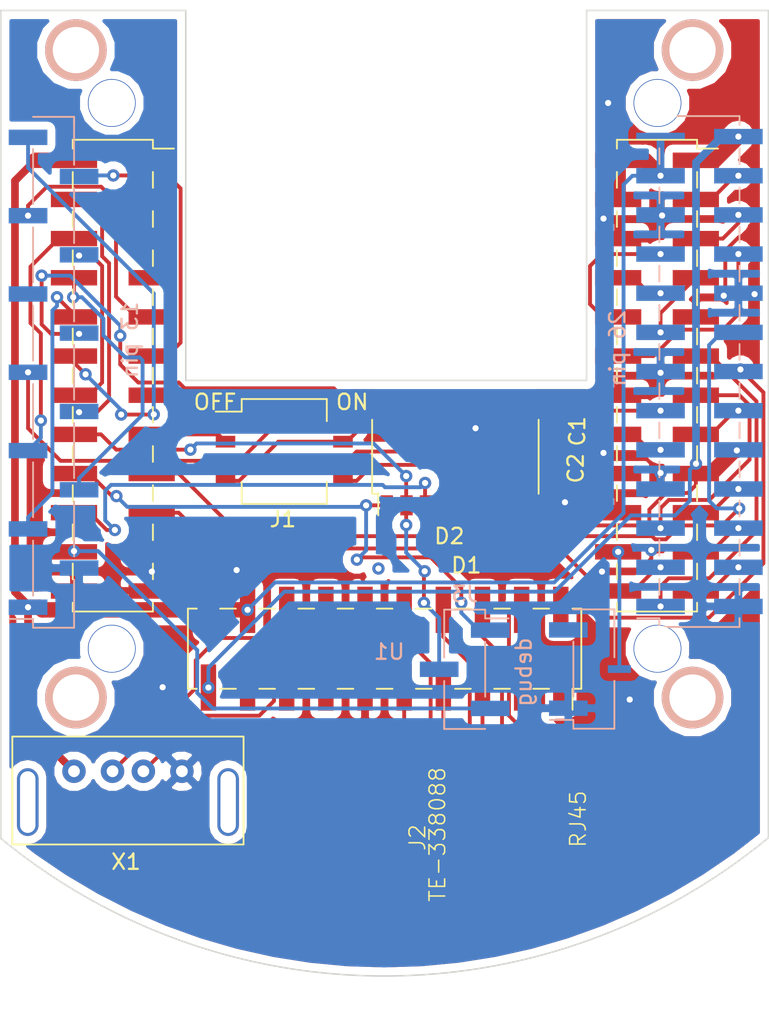
<source format=kicad_pcb>
(kicad_pcb (version 20171130) (host pcbnew 6.0.0-rc1-unknown-15e0771~66~ubuntu16.04.1)

  (general
    (thickness 1.6)
    (drawings 14)
    (tracks 436)
    (zones 0)
    (modules 9)
    (nets 53)
  )

  (page A4)
  (layers
    (0 F.Cu signal)
    (31 B.Cu signal)
    (32 B.Adhes user)
    (33 F.Adhes user)
    (34 B.Paste user)
    (35 F.Paste user)
    (36 B.SilkS user)
    (37 F.SilkS user)
    (38 B.Mask user)
    (39 F.Mask user)
    (40 Dwgs.User user)
    (41 Cmts.User user)
    (42 Eco1.User user)
    (43 Eco2.User user)
    (44 Edge.Cuts user)
    (45 Margin user)
    (46 B.CrtYd user)
    (47 F.CrtYd user)
    (48 B.Fab user)
    (49 F.Fab user)
  )

  (setup
    (last_trace_width 0.25)
    (user_trace_width 0.2)
    (user_trace_width 0.3)
    (user_trace_width 0.4)
    (user_trace_width 0.5)
    (user_trace_width 0.6)
    (user_trace_width 0.7)
    (user_trace_width 0.8)
    (user_trace_width 1)
    (trace_clearance 0.2)
    (zone_clearance 0.508)
    (zone_45_only no)
    (trace_min 0.2)
    (via_size 0.8)
    (via_drill 0.4)
    (via_min_size 0.4)
    (via_min_drill 0.3)
    (uvia_size 0.3)
    (uvia_drill 0.1)
    (uvias_allowed no)
    (uvia_min_size 0.2)
    (uvia_min_drill 0.1)
    (edge_width 0.1)
    (segment_width 0.2)
    (pcb_text_width 0.3)
    (pcb_text_size 1.5 1.5)
    (mod_edge_width 0.15)
    (mod_text_size 1 1)
    (mod_text_width 0.15)
    (pad_size 3.15 0.5)
    (pad_drill 0)
    (pad_to_mask_clearance 0)
    (aux_axis_origin 0 0)
    (visible_elements FFFFFF7F)
    (pcbplotparams
      (layerselection 0x010fc_ffffffff)
      (usegerberextensions false)
      (usegerberattributes false)
      (usegerberadvancedattributes false)
      (creategerberjobfile false)
      (excludeedgelayer true)
      (linewidth 0.100000)
      (plotframeref false)
      (viasonmask false)
      (mode 1)
      (useauxorigin false)
      (hpglpennumber 1)
      (hpglpenspeed 20)
      (hpglpendiameter 15.000000)
      (psnegative false)
      (psa4output false)
      (plotreference true)
      (plotvalue true)
      (plotinvisibletext false)
      (padsonsilk false)
      (subtractmaskfromsilk false)
      (outputformat 1)
      (mirror false)
      (drillshape 1)
      (scaleselection 1)
      (outputdirectory ""))
  )

  (net 0 "")
  (net 1 3,3V)
  (net 2 5V)
  (net 3 SDA)
  (net 4 SCK)
  (net 5 GND)
  (net 6 PA07)
  (net 7 UART1_RX)
  (net 8 UART1_TX)
  (net 9 PA10)
  (net 10 PWM1)
  (net 11 PA02)
  (net 12 PA03)
  (net 13 PA18)
  (net 14 PA19)
  (net 15 SPI1_MOSI)
  (net 16 SPI1_MISO)
  (net 17 RX)
  (net 18 SPI1_CLK)
  (net 19 SPI1_CS)
  (net 20 DP2)
  (net 21 LR)
  (net 22 DM2)
  (net 23 MP)
  (net 24 MBIAS)
  (net 25 LL)
  (net 26 IR)
  (net 27 MN)
  (net 28 UART2_RX)
  (net 29 UART2_TX)
  (net 30 DM3)
  (net 31 DP3)
  (net 32 "Net-(C1-Pad1)")
  (net 33 "Net-(C1-Pad2)")
  (net 34 "Net-(C2-Pad1)")
  (net 35 "Net-(D1-Pad110)")
  (net 36 "Net-(D1-Pad304)")
  (net 37 "Net-(D1-Pad109)")
  (net 38 "Net-(D1-Pad303)")
  (net 39 "Net-(D1-Pad108)")
  (net 40 "Net-(D2-Pad7)")
  (net 41 "Net-(D2-Pad8)")
  (net 42 "Net-(D1-Pad513)")
  (net 43 "Net-(D1-Pad511)")
  (net 44 "Net-(D1-Pad515)")
  (net 45 "Net-(D1-Pad517)")
  (net 46 "Net-(D1-Pad516)")
  (net 47 "Net-(D1-Pad518)")
  (net 48 "Net-(D1-Pad512)")
  (net 49 "Net-(D1-Pad514)")
  (net 50 "Net-(D1-Pad506)")
  (net 51 "Net-(D1-Pad508)")
  (net 52 "Net-(D1-Pad111)")

  (net_class Default "Это класс цепей по умолчанию."
    (clearance 0.2)
    (trace_width 0.25)
    (via_dia 0.8)
    (via_drill 0.4)
    (uvia_dia 0.3)
    (uvia_drill 0.1)
    (add_net 3,3V)
    (add_net 5V)
    (add_net DM2)
    (add_net DM3)
    (add_net DP2)
    (add_net DP3)
    (add_net GND)
    (add_net IR)
    (add_net LL)
    (add_net LR)
    (add_net MBIAS)
    (add_net MN)
    (add_net MP)
    (add_net "Net-(C1-Pad1)")
    (add_net "Net-(C1-Pad2)")
    (add_net "Net-(C2-Pad1)")
    (add_net "Net-(D1-Pad108)")
    (add_net "Net-(D1-Pad109)")
    (add_net "Net-(D1-Pad110)")
    (add_net "Net-(D1-Pad111)")
    (add_net "Net-(D1-Pad303)")
    (add_net "Net-(D1-Pad304)")
    (add_net "Net-(D1-Pad506)")
    (add_net "Net-(D1-Pad508)")
    (add_net "Net-(D1-Pad511)")
    (add_net "Net-(D1-Pad512)")
    (add_net "Net-(D1-Pad513)")
    (add_net "Net-(D1-Pad514)")
    (add_net "Net-(D1-Pad515)")
    (add_net "Net-(D1-Pad516)")
    (add_net "Net-(D1-Pad517)")
    (add_net "Net-(D1-Pad518)")
    (add_net "Net-(D2-Pad7)")
    (add_net "Net-(D2-Pad8)")
    (add_net PA02)
    (add_net PA03)
    (add_net PA07)
    (add_net PA10)
    (add_net PA18)
    (add_net PA19)
    (add_net PWM1)
    (add_net RX)
    (add_net SCK)
    (add_net SDA)
    (add_net SPI1_CLK)
    (add_net SPI1_CS)
    (add_net SPI1_MISO)
    (add_net SPI1_MOSI)
    (add_net UART1_RX)
    (add_net UART1_TX)
    (add_net UART2_RX)
    (add_net UART2_TX)
  )

  (module Button_Switch_SMD:SW_DIP_SPSTx04_Slide_KingTek_DSHP04TS_W7.62mm_P1.27mm (layer F.Cu) (tedit 5B86BF36) (tstamp 5B866C2D)
    (at 145.415 82.23)
    (descr "SMD 4x-dip-switch SPST KingTek_DSHP04TS, Slide, row spacing 7.62 mm (300 mils), body size  (see http://www.kingtek.net.cn/pic/201601201417455112.pdf)")
    (tags "SMD DIP Switch SPST Slide 7.62mm 300mil")
    (path /5B85C71E)
    (attr smd)
    (fp_text reference J1 (at -0.09 4.395) (layer F.SilkS)
      (effects (font (size 1 1) (thickness 0.15)))
    )
    (fp_text value HEADER-2x03 (at 0 4.4) (layer F.Fab)
      (effects (font (size 1 1) (thickness 0.15)))
    )
    (fp_text user on (at -0.055 -2.8225) (layer F.Fab)
      (effects (font (size 0.8 0.8) (thickness 0.12)))
    )
    (fp_text user %R (at 1.85 0 90) (layer F.Fab)
      (effects (font (size 0.8 0.8) (thickness 0.12)))
    )
    (fp_line (start 4.7 -3.7) (end -4.7 -3.7) (layer F.CrtYd) (width 0.05))
    (fp_line (start 4.7 3.7) (end 4.7 -3.7) (layer F.CrtYd) (width 0.05))
    (fp_line (start -4.7 3.7) (end 4.7 3.7) (layer F.CrtYd) (width 0.05))
    (fp_line (start -4.7 -3.7) (end -4.7 3.7) (layer F.CrtYd) (width 0.05))
    (fp_line (start 2.76 1.966) (end 2.76 3.401) (layer F.SilkS) (width 0.12))
    (fp_line (start -2.76 1.966) (end -2.76 3.401) (layer F.SilkS) (width 0.12))
    (fp_line (start 2.76 -3.401) (end 2.76 -1.966) (layer F.SilkS) (width 0.12))
    (fp_line (start -2.76 -3.401) (end 2.76 -3.401) (layer F.SilkS) (width 0.12))
    (fp_line (start -2.76 -3.401) (end -2.76 -2.585) (layer F.SilkS) (width 0.12))
    (fp_line (start -4.446 -2.585) (end -2.76 -2.585) (layer F.SilkS) (width 0.12))
    (fp_line (start -2.76 3.401) (end 2.76 3.401) (layer F.SilkS) (width 0.12))
    (fp_line (start -0.333333 1.505) (end -0.333333 2.305) (layer F.Fab) (width 0.1))
    (fp_line (start -1 2.205) (end -0.333333 2.205) (layer F.Fab) (width 0.1))
    (fp_line (start -1 2.105) (end -0.333333 2.105) (layer F.Fab) (width 0.1))
    (fp_line (start -1 2.005) (end -0.333333 2.005) (layer F.Fab) (width 0.1))
    (fp_line (start -1 1.905) (end -0.333333 1.905) (layer F.Fab) (width 0.1))
    (fp_line (start -1 1.805) (end -0.333333 1.805) (layer F.Fab) (width 0.1))
    (fp_line (start -1 1.705) (end -0.333333 1.705) (layer F.Fab) (width 0.1))
    (fp_line (start -1 1.605) (end -0.333333 1.605) (layer F.Fab) (width 0.1))
    (fp_line (start 1 1.505) (end -1 1.505) (layer F.Fab) (width 0.1))
    (fp_line (start 1 2.305) (end 1 1.505) (layer F.Fab) (width 0.1))
    (fp_line (start -1 2.305) (end 1 2.305) (layer F.Fab) (width 0.1))
    (fp_line (start -1 1.505) (end -1 2.305) (layer F.Fab) (width 0.1))
    (fp_line (start -0.333333 0.235) (end -0.333333 1.035) (layer F.Fab) (width 0.1))
    (fp_line (start -1 0.935) (end -0.333333 0.935) (layer F.Fab) (width 0.1))
    (fp_line (start -1 0.835) (end -0.333333 0.835) (layer F.Fab) (width 0.1))
    (fp_line (start -1 0.735) (end -0.333333 0.735) (layer F.Fab) (width 0.1))
    (fp_line (start -1 0.635) (end -0.333333 0.635) (layer F.Fab) (width 0.1))
    (fp_line (start -1 0.535) (end -0.333333 0.535) (layer F.Fab) (width 0.1))
    (fp_line (start -1 0.435) (end -0.333333 0.435) (layer F.Fab) (width 0.1))
    (fp_line (start -1 0.335) (end -0.333333 0.335) (layer F.Fab) (width 0.1))
    (fp_line (start 1 0.235) (end -1 0.235) (layer F.Fab) (width 0.1))
    (fp_line (start 1 1.035) (end 1 0.235) (layer F.Fab) (width 0.1))
    (fp_line (start -1 1.035) (end 1 1.035) (layer F.Fab) (width 0.1))
    (fp_line (start -1 0.235) (end -1 1.035) (layer F.Fab) (width 0.1))
    (fp_line (start -0.333333 -1.035) (end -0.333333 -0.235) (layer F.Fab) (width 0.1))
    (fp_line (start -1 -0.335) (end -0.333333 -0.335) (layer F.Fab) (width 0.1))
    (fp_line (start -1 -0.435) (end -0.333333 -0.435) (layer F.Fab) (width 0.1))
    (fp_line (start -1 -0.535) (end -0.333333 -0.535) (layer F.Fab) (width 0.1))
    (fp_line (start -1 -0.635) (end -0.333333 -0.635) (layer F.Fab) (width 0.1))
    (fp_line (start -1 -0.735) (end -0.333333 -0.735) (layer F.Fab) (width 0.1))
    (fp_line (start -1 -0.835) (end -0.333333 -0.835) (layer F.Fab) (width 0.1))
    (fp_line (start -1 -0.935) (end -0.333333 -0.935) (layer F.Fab) (width 0.1))
    (fp_line (start 1 -1.035) (end -1 -1.035) (layer F.Fab) (width 0.1))
    (fp_line (start 1 -0.235) (end 1 -1.035) (layer F.Fab) (width 0.1))
    (fp_line (start -1 -0.235) (end 1 -0.235) (layer F.Fab) (width 0.1))
    (fp_line (start -1 -1.035) (end -1 -0.235) (layer F.Fab) (width 0.1))
    (fp_line (start -0.333333 -2.305) (end -0.333333 -1.505) (layer F.Fab) (width 0.1))
    (fp_line (start -1 -1.605) (end -0.333333 -1.605) (layer F.Fab) (width 0.1))
    (fp_line (start -1 -1.705) (end -0.333333 -1.705) (layer F.Fab) (width 0.1))
    (fp_line (start -1 -1.805) (end -0.333333 -1.805) (layer F.Fab) (width 0.1))
    (fp_line (start -1 -1.905) (end -0.333333 -1.905) (layer F.Fab) (width 0.1))
    (fp_line (start -1 -2.005) (end -0.333333 -2.005) (layer F.Fab) (width 0.1))
    (fp_line (start -1 -2.105) (end -0.333333 -2.105) (layer F.Fab) (width 0.1))
    (fp_line (start -1 -2.205) (end -0.333333 -2.205) (layer F.Fab) (width 0.1))
    (fp_line (start 1 -2.305) (end -1 -2.305) (layer F.Fab) (width 0.1))
    (fp_line (start 1 -1.505) (end 1 -2.305) (layer F.Fab) (width 0.1))
    (fp_line (start -1 -1.505) (end 1 -1.505) (layer F.Fab) (width 0.1))
    (fp_line (start -1 -2.305) (end -1 -1.505) (layer F.Fab) (width 0.1))
    (fp_line (start -2.7 -2.34) (end -1.7 -3.34) (layer F.Fab) (width 0.1))
    (fp_line (start -2.7 3.34) (end -2.7 -2.34) (layer F.Fab) (width 0.1))
    (fp_line (start 2.7 3.34) (end -2.7 3.34) (layer F.Fab) (width 0.1))
    (fp_line (start 2.7 -3.34) (end 2.7 3.34) (layer F.Fab) (width 0.1))
    (fp_line (start -1.7 -3.34) (end 2.7 -3.34) (layer F.Fab) (width 0.1))
    (pad 8 smd rect (at 3.81 -1.905) (size 1.27 0.76) (layers F.Cu F.Paste F.Mask)
      (net 21 LR))
    (pad 4 smd rect (at -3.81 1.905) (size 1.27 0.76) (layers F.Cu F.Paste F.Mask)
      (net 25 LL))
    (pad 7 smd rect (at 3.81 -0.635) (size 1.27 0.76) (layers F.Cu F.Paste F.Mask)
      (net 25 LL))
    (pad 3 smd rect (at -3.81 0.635) (size 1.27 0.76) (layers F.Cu F.Paste F.Mask)
      (net 21 LR))
    (pad 6 smd rect (at 3.81 0.635) (size 1.27 0.76) (layers F.Cu F.Paste F.Mask)
      (net 41 "Net-(D2-Pad8)"))
    (pad 2 smd rect (at -3.81 -0.635) (size 1.27 0.76) (layers F.Cu F.Paste F.Mask)
      (net 36 "Net-(D1-Pad304)"))
    (pad 5 smd rect (at 3.81 1.905) (size 1.27 0.76) (layers F.Cu F.Paste F.Mask)
      (net 40 "Net-(D2-Pad7)"))
    (pad 1 smd rect (at -3.81 -1.905) (size 1.27 0.76) (layers F.Cu F.Paste F.Mask)
      (net 38 "Net-(D1-Pad303)"))
    (model ${KISYS3DMOD}/Button_Switch_SMD.3dshapes/SW_DIP_SPSTx04_Slide_KingTek_DSHP04TS_W7.62mm_P1.27mm.wrl
      (at (xyz 0 0 0))
      (scale (xyz 1 1 1))
      (rotate (xyz 0 0 0))
    )
    (model ${KISYS3DMOD}/Button_Switch_SMD.3dshapes/SW_DIP_x4_W7.62mm_Slide_Copal_CHS-B.wrl
      (at (xyz 0 0 0))
      (scale (xyz 1 1 1))
      (rotate (xyz 0 0 0))
    )
  )

  (module shardy:RJ45-TE-338088 (layer F.Cu) (tedit 5B86BC59) (tstamp 5B869372)
    (at 152.255566 107.27384)
    (path /5B86BE1F)
    (fp_text reference J2 (at 1.80086 0 90) (layer F.SilkS)
      (effects (font (size 1.016 1.016) (thickness 0.1016)))
    )
    (fp_text value RJ45 (at 12.219434 -1.19884 270) (layer F.SilkS)
      (effects (font (size 1.016 1.016) (thickness 0.1016)))
    )
    (fp_text user TE-338088 (at 3.0988 -0.19812 90) (layer F.SilkS)
      (effects (font (size 1.016 1.016) (thickness 0.1016)))
    )
    (pad 9 smd rect (at -6.85038 2.97688) (size 4.50088 3.1496) (layers F.Cu F.Paste F.Mask))
    (pad 9 smd rect (at -6.85038 -2.77368) (size 4.50088 3.1496) (layers F.Cu F.Paste F.Mask))
    (pad 8 smd rect (at 8.6995 4.48056) (size 3.2004 0.70104) (layers F.Cu F.Paste F.Mask)
      (net 43 "Net-(D1-Pad511)"))
    (pad 7 smd rect (at 8.6995 3.21056) (size 3.2004 0.70104) (layers F.Cu F.Paste F.Mask)
      (net 48 "Net-(D1-Pad512)"))
    (pad 2 smd rect (at 8.6995 -3.13944) (size 3.2004 0.70104) (layers F.Cu F.Paste F.Mask)
      (net 44 "Net-(D1-Pad515)"))
    (pad 1 smd rect (at 8.6995 -4.40944) (size 3.2004 0.70104) (layers F.Cu F.Paste F.Mask)
      (net 46 "Net-(D1-Pad516)"))
    (pad 6 smd rect (at 8.6995 1.94056) (size 3.2004 0.70104) (layers F.Cu F.Paste F.Mask)
      (net 45 "Net-(D1-Pad517)"))
    (pad 3 smd rect (at 8.6995 -1.86944) (size 3.2004 0.70104) (layers F.Cu F.Paste F.Mask)
      (net 47 "Net-(D1-Pad518)"))
    (pad 5 smd rect (at 8.6995 0.67056) (size 3.2004 0.70104) (layers F.Cu F.Paste F.Mask)
      (net 42 "Net-(D1-Pad513)"))
    (pad 4 smd rect (at 8.6995 -0.59944) (size 3.2004 0.70104) (layers F.Cu F.Paste F.Mask)
      (net 49 "Net-(D1-Pad514)"))
    (model /home/user/kicad/libraries/imm_lib/rj45.wrl
      (offset (xyz 7.5 0 0))
      (scale (xyz 0.35 0.35 0.3))
      (rotate (xyz 0 0 90))
    )
  )

  (module imm:NanoPiNeoAir2 (layer F.Cu) (tedit 5B846BC6) (tstamp 5B842884)
    (at 171.925 57.325 270)
    (path /5B840513)
    (fp_text reference D1 (at 32.3 14.7) (layer F.SilkS)
      (effects (font (size 1 1) (thickness 0.15)))
    )
    (fp_text value NanoPiNeo (at 19.9 30.8 270) (layer F.Fab)
      (effects (font (size 1 1) (thickness 0.15)))
    )
    (fp_line (start 33.15 33.2) (end 33.15 6.8) (layer F.CrtYd) (width 0.05))
    (fp_line (start 42.2 33.2) (end 33.15 33.2) (layer F.CrtYd) (width 0.05))
    (fp_line (start 42.2 6.8) (end 42.2 33.2) (layer F.CrtYd) (width 0.05))
    (fp_line (start 33.15 6.8) (end 42.2 6.8) (layer F.CrtYd) (width 0.05))
    (fp_line (start 41.62 31.75) (end 40.24 31.75) (layer F.Fab) (width 0.1))
    (fp_line (start 41.62 31.11) (end 41.62 31.75) (layer F.Fab) (width 0.1))
    (fp_line (start 40.24 31.11) (end 41.62 31.11) (layer F.Fab) (width 0.1))
    (fp_line (start 33.78 31.75) (end 33.78 31.11) (layer F.Fab) (width 0.1))
    (fp_line (start 35.16 31.75) (end 33.78 31.75) (layer F.Fab) (width 0.1))
    (fp_line (start 33.78 31.11) (end 35.16 31.11) (layer F.Fab) (width 0.1))
    (fp_line (start 41.62 29.21) (end 40.24 29.21) (layer F.Fab) (width 0.1))
    (fp_line (start 41.62 28.57) (end 41.62 29.21) (layer F.Fab) (width 0.1))
    (fp_line (start 40.24 28.57) (end 41.62 28.57) (layer F.Fab) (width 0.1))
    (fp_line (start 33.78 29.21) (end 33.78 28.57) (layer F.Fab) (width 0.1))
    (fp_line (start 35.16 29.21) (end 33.78 29.21) (layer F.Fab) (width 0.1))
    (fp_line (start 33.78 28.57) (end 35.16 28.57) (layer F.Fab) (width 0.1))
    (fp_line (start 41.62 26.67) (end 40.24 26.67) (layer F.Fab) (width 0.1))
    (fp_line (start 41.62 26.03) (end 41.62 26.67) (layer F.Fab) (width 0.1))
    (fp_line (start 40.24 26.03) (end 41.62 26.03) (layer F.Fab) (width 0.1))
    (fp_line (start 33.78 26.67) (end 33.78 26.03) (layer F.Fab) (width 0.1))
    (fp_line (start 35.16 26.67) (end 33.78 26.67) (layer F.Fab) (width 0.1))
    (fp_line (start 33.78 26.03) (end 35.16 26.03) (layer F.Fab) (width 0.1))
    (fp_line (start 41.62 24.13) (end 40.24 24.13) (layer F.Fab) (width 0.1))
    (fp_line (start 41.62 23.49) (end 41.62 24.13) (layer F.Fab) (width 0.1))
    (fp_line (start 40.24 23.49) (end 41.62 23.49) (layer F.Fab) (width 0.1))
    (fp_line (start 33.78 24.13) (end 33.78 23.49) (layer F.Fab) (width 0.1))
    (fp_line (start 35.16 24.13) (end 33.78 24.13) (layer F.Fab) (width 0.1))
    (fp_line (start 33.78 23.49) (end 35.16 23.49) (layer F.Fab) (width 0.1))
    (fp_line (start 41.62 21.59) (end 40.24 21.59) (layer F.Fab) (width 0.1))
    (fp_line (start 41.62 20.95) (end 41.62 21.59) (layer F.Fab) (width 0.1))
    (fp_line (start 40.24 20.95) (end 41.62 20.95) (layer F.Fab) (width 0.1))
    (fp_line (start 33.78 21.59) (end 33.78 20.95) (layer F.Fab) (width 0.1))
    (fp_line (start 35.16 21.59) (end 33.78 21.59) (layer F.Fab) (width 0.1))
    (fp_line (start 33.78 20.95) (end 35.16 20.95) (layer F.Fab) (width 0.1))
    (fp_line (start 41.62 19.05) (end 40.24 19.05) (layer F.Fab) (width 0.1))
    (fp_line (start 41.62 18.41) (end 41.62 19.05) (layer F.Fab) (width 0.1))
    (fp_line (start 40.24 18.41) (end 41.62 18.41) (layer F.Fab) (width 0.1))
    (fp_line (start 33.78 19.05) (end 33.78 18.41) (layer F.Fab) (width 0.1))
    (fp_line (start 35.16 19.05) (end 33.78 19.05) (layer F.Fab) (width 0.1))
    (fp_line (start 33.78 18.41) (end 35.16 18.41) (layer F.Fab) (width 0.1))
    (fp_line (start 41.62 16.51) (end 40.24 16.51) (layer F.Fab) (width 0.1))
    (fp_line (start 41.62 15.87) (end 41.62 16.51) (layer F.Fab) (width 0.1))
    (fp_line (start 40.24 15.87) (end 41.62 15.87) (layer F.Fab) (width 0.1))
    (fp_line (start 33.78 16.51) (end 33.78 15.87) (layer F.Fab) (width 0.1))
    (fp_line (start 35.16 16.51) (end 33.78 16.51) (layer F.Fab) (width 0.1))
    (fp_line (start 33.78 15.87) (end 35.16 15.87) (layer F.Fab) (width 0.1))
    (fp_line (start 41.62 13.97) (end 40.24 13.97) (layer F.Fab) (width 0.1))
    (fp_line (start 41.62 13.33) (end 41.62 13.97) (layer F.Fab) (width 0.1))
    (fp_line (start 40.24 13.33) (end 41.62 13.33) (layer F.Fab) (width 0.1))
    (fp_line (start 33.78 13.97) (end 33.78 13.33) (layer F.Fab) (width 0.1))
    (fp_line (start 35.16 13.97) (end 33.78 13.97) (layer F.Fab) (width 0.1))
    (fp_line (start 33.78 13.33) (end 35.16 13.33) (layer F.Fab) (width 0.1))
    (fp_line (start 41.62 11.43) (end 40.24 11.43) (layer F.Fab) (width 0.1))
    (fp_line (start 41.62 10.79) (end 41.62 11.43) (layer F.Fab) (width 0.1))
    (fp_line (start 40.24 10.79) (end 41.62 10.79) (layer F.Fab) (width 0.1))
    (fp_line (start 33.78 11.43) (end 33.78 10.79) (layer F.Fab) (width 0.1))
    (fp_line (start 35.16 11.43) (end 33.78 11.43) (layer F.Fab) (width 0.1))
    (fp_line (start 33.78 10.79) (end 35.16 10.79) (layer F.Fab) (width 0.1))
    (fp_line (start 41.62 8.89) (end 40.24 8.89) (layer F.Fab) (width 0.1))
    (fp_line (start 41.62 8.25) (end 41.62 8.89) (layer F.Fab) (width 0.1))
    (fp_line (start 40.24 8.25) (end 41.62 8.25) (layer F.Fab) (width 0.1))
    (fp_line (start 33.78 8.89) (end 33.78 8.25) (layer F.Fab) (width 0.1))
    (fp_line (start 35.16 8.89) (end 33.78 8.89) (layer F.Fab) (width 0.1))
    (fp_line (start 33.78 8.25) (end 35.16 8.25) (layer F.Fab) (width 0.1))
    (fp_line (start 35.16 32.7) (end 35.16 7.3) (layer F.Fab) (width 0.1))
    (fp_line (start 40.24 32.7) (end 35.16 32.7) (layer F.Fab) (width 0.1))
    (fp_line (start 40.24 8.3) (end 40.24 32.7) (layer F.Fab) (width 0.1))
    (fp_line (start 39.24 7.3) (end 40.24 8.3) (layer F.Fab) (width 0.1))
    (fp_line (start 35.16 7.3) (end 39.24 7.3) (layer F.Fab) (width 0.1))
    (fp_line (start 40.3 7.81) (end 41.66 7.81) (layer F.SilkS) (width 0.12))
    (fp_line (start 35.1 32.19) (end 35.1 32.76) (layer F.SilkS) (width 0.12))
    (fp_line (start 35.1 29.65) (end 35.1 30.67) (layer F.SilkS) (width 0.12))
    (fp_line (start 35.1 27.11) (end 35.1 28.13) (layer F.SilkS) (width 0.12))
    (fp_line (start 35.1 24.57) (end 35.1 25.59) (layer F.SilkS) (width 0.12))
    (fp_line (start 35.1 22.03) (end 35.1 23.05) (layer F.SilkS) (width 0.12))
    (fp_line (start 35.1 19.49) (end 35.1 20.51) (layer F.SilkS) (width 0.12))
    (fp_line (start 35.1 16.95) (end 35.1 17.97) (layer F.SilkS) (width 0.12))
    (fp_line (start 35.1 14.41) (end 35.1 15.43) (layer F.SilkS) (width 0.12))
    (fp_line (start 35.1 11.87) (end 35.1 12.89) (layer F.SilkS) (width 0.12))
    (fp_line (start 35.1 9.33) (end 35.1 10.35) (layer F.SilkS) (width 0.12))
    (fp_line (start 35.1 7.24) (end 35.1 7.81) (layer F.SilkS) (width 0.12))
    (fp_line (start 35.1 32.76) (end 40.3 32.76) (layer F.SilkS) (width 0.12))
    (fp_line (start 40.3 32.19) (end 40.3 32.76) (layer F.SilkS) (width 0.12))
    (fp_line (start 40.3 29.65) (end 40.3 30.67) (layer F.SilkS) (width 0.12))
    (fp_line (start 40.3 27.11) (end 40.3 28.13) (layer F.SilkS) (width 0.12))
    (fp_line (start 40.3 24.57) (end 40.3 25.59) (layer F.SilkS) (width 0.12))
    (fp_line (start 40.3 22.03) (end 40.3 23.05) (layer F.SilkS) (width 0.12))
    (fp_line (start 40.3 19.49) (end 40.3 20.51) (layer F.SilkS) (width 0.12))
    (fp_line (start 40.3 16.95) (end 40.3 17.97) (layer F.SilkS) (width 0.12))
    (fp_line (start 40.3 14.41) (end 40.3 15.43) (layer F.SilkS) (width 0.12))
    (fp_line (start 40.3 11.87) (end 40.3 12.89) (layer F.SilkS) (width 0.12))
    (fp_line (start 40.3 9.33) (end 40.3 10.35) (layer F.SilkS) (width 0.12))
    (fp_line (start 40.3 7.24) (end 40.3 7.81) (layer F.SilkS) (width 0.12))
    (fp_line (start 35.1 7.24) (end 40.3 7.24) (layer F.SilkS) (width 0.12))
    (fp_line (start 9.317811 35.029877) (end 10.337811 35.029877) (layer F.SilkS) (width 0.12))
    (fp_line (start 11.857811 35.029877) (end 12.877811 35.029877) (layer F.SilkS) (width 0.12))
    (fp_line (start 14.397811 35.029877) (end 15.417811 35.029877) (layer F.SilkS) (width 0.12))
    (fp_line (start 16.937811 35.029877) (end 17.957811 35.029877) (layer F.SilkS) (width 0.12))
    (fp_line (start 19.477811 35.029877) (end 20.497811 35.029877) (layer F.SilkS) (width 0.12))
    (fp_line (start 22.017811 35.029877) (end 23.037811 35.029877) (layer F.SilkS) (width 0.12))
    (fp_line (start 24.557811 35.029877) (end 25.577811 35.029877) (layer F.SilkS) (width 0.12))
    (fp_line (start 27.097811 35.029877) (end 28.117811 35.029877) (layer F.SilkS) (width 0.12))
    (fp_line (start 29.637811 35.029877) (end 30.657811 35.029877) (layer F.SilkS) (width 0.12))
    (fp_line (start 32.177811 35.029877) (end 33.197811 35.029877) (layer F.SilkS) (width 0.12))
    (fp_line (start 34.717811 35.029877) (end 35.287811 35.029877) (layer F.SilkS) (width 0.12))
    (fp_line (start 35.287811 40.229877) (end 35.287811 35.029877) (layer F.SilkS) (width 0.12))
    (fp_line (start 4.687811 40.229877) (end 5.257811 40.229877) (layer F.SilkS) (width 0.12))
    (fp_line (start 6.777811 40.229877) (end 7.797811 40.229877) (layer F.SilkS) (width 0.12))
    (fp_line (start 9.317811 40.229877) (end 10.337811 40.229877) (layer F.SilkS) (width 0.12))
    (fp_line (start 14.397811 40.229877) (end 15.417811 40.229877) (layer F.SilkS) (width 0.12))
    (fp_line (start 16.937811 40.229877) (end 17.957811 40.229877) (layer F.SilkS) (width 0.12))
    (fp_line (start 19.477811 40.229877) (end 20.497811 40.229877) (layer F.SilkS) (width 0.12))
    (fp_line (start 11.857811 40.229877) (end 12.877811 40.229877) (layer F.SilkS) (width 0.12))
    (fp_line (start 5.697811 41.549877) (end 5.697811 40.169877) (layer F.Fab) (width 0.1))
    (fp_line (start 6.337811 40.169877) (end 6.337811 41.549877) (layer F.Fab) (width 0.1))
    (fp_line (start 6.337811 41.549877) (end 5.697811 41.549877) (layer F.Fab) (width 0.1))
    (fp_line (start 5.697811 35.089877) (end 5.697811 33.709877) (layer F.Fab) (width 0.1))
    (fp_line (start 5.697811 33.709877) (end 6.337811 33.709877) (layer F.Fab) (width 0.1))
    (fp_line (start 6.337811 33.709877) (end 6.337811 35.089877) (layer F.Fab) (width 0.1))
    (fp_line (start 8.237811 41.549877) (end 8.237811 40.169877) (layer F.Fab) (width 0.1))
    (fp_line (start 8.237811 33.709877) (end 8.877811 33.709877) (layer F.Fab) (width 0.1))
    (fp_line (start 35.737811 42.179877) (end 4.237811 42.179877) (layer F.CrtYd) (width 0.05))
    (fp_line (start 35.737811 33.129877) (end 35.737811 42.179877) (layer F.CrtYd) (width 0.05))
    (fp_line (start 4.237811 33.129877) (end 35.737811 33.129877) (layer F.CrtYd) (width 0.05))
    (fp_line (start 4.237811 42.179877) (end 4.237811 33.129877) (layer F.CrtYd) (width 0.05))
    (fp_line (start 34.277811 33.709877) (end 34.277811 35.089877) (layer F.Fab) (width 0.1))
    (fp_line (start 33.637811 33.709877) (end 34.277811 33.709877) (layer F.Fab) (width 0.1))
    (fp_line (start 33.637811 35.089877) (end 33.637811 33.709877) (layer F.Fab) (width 0.1))
    (fp_line (start 34.277811 41.549877) (end 33.637811 41.549877) (layer F.Fab) (width 0.1))
    (fp_line (start 34.277811 40.169877) (end 34.277811 41.549877) (layer F.Fab) (width 0.1))
    (fp_line (start 33.637811 41.549877) (end 33.637811 40.169877) (layer F.Fab) (width 0.1))
    (fp_line (start 31.737811 33.709877) (end 31.737811 35.089877) (layer F.Fab) (width 0.1))
    (fp_line (start 31.097811 33.709877) (end 31.737811 33.709877) (layer F.Fab) (width 0.1))
    (fp_line (start 31.097811 35.089877) (end 31.097811 33.709877) (layer F.Fab) (width 0.1))
    (fp_line (start 31.737811 41.549877) (end 31.097811 41.549877) (layer F.Fab) (width 0.1))
    (fp_line (start 31.737811 40.169877) (end 31.737811 41.549877) (layer F.Fab) (width 0.1))
    (fp_line (start 31.097811 41.549877) (end 31.097811 40.169877) (layer F.Fab) (width 0.1))
    (fp_line (start 29.197811 33.709877) (end 29.197811 35.089877) (layer F.Fab) (width 0.1))
    (fp_line (start 28.557811 33.709877) (end 29.197811 33.709877) (layer F.Fab) (width 0.1))
    (fp_line (start 28.557811 35.089877) (end 28.557811 33.709877) (layer F.Fab) (width 0.1))
    (fp_line (start 29.197811 41.549877) (end 28.557811 41.549877) (layer F.Fab) (width 0.1))
    (fp_line (start 29.197811 40.169877) (end 29.197811 41.549877) (layer F.Fab) (width 0.1))
    (fp_line (start 28.557811 41.549877) (end 28.557811 40.169877) (layer F.Fab) (width 0.1))
    (fp_line (start 26.657811 33.709877) (end 26.657811 35.089877) (layer F.Fab) (width 0.1))
    (fp_line (start 26.017811 33.709877) (end 26.657811 33.709877) (layer F.Fab) (width 0.1))
    (fp_line (start 26.017811 35.089877) (end 26.017811 33.709877) (layer F.Fab) (width 0.1))
    (fp_line (start 26.657811 41.549877) (end 26.017811 41.549877) (layer F.Fab) (width 0.1))
    (fp_line (start 26.657811 40.169877) (end 26.657811 41.549877) (layer F.Fab) (width 0.1))
    (fp_line (start 26.017811 41.549877) (end 26.017811 40.169877) (layer F.Fab) (width 0.1))
    (fp_line (start 24.117811 33.709877) (end 24.117811 35.089877) (layer F.Fab) (width 0.1))
    (fp_line (start 23.477811 33.709877) (end 24.117811 33.709877) (layer F.Fab) (width 0.1))
    (fp_line (start 23.477811 35.089877) (end 23.477811 33.709877) (layer F.Fab) (width 0.1))
    (fp_line (start 24.117811 41.549877) (end 23.477811 41.549877) (layer F.Fab) (width 0.1))
    (fp_line (start 24.117811 40.169877) (end 24.117811 41.549877) (layer F.Fab) (width 0.1))
    (fp_line (start 35.227811 35.089877) (end 35.227811 40.169877) (layer F.Fab) (width 0.1))
    (fp_line (start 5.747811 35.089877) (end 35.227811 35.089877) (layer F.Fab) (width 0.1))
    (fp_line (start 8.877811 33.709877) (end 8.877811 35.089877) (layer F.Fab) (width 0.1))
    (fp_line (start 4.687811 40.229877) (end 4.687811 35.029877) (layer F.SilkS) (width 0.12))
    (fp_line (start 4.687811 35.029877) (end 5.257811 35.029877) (layer F.SilkS) (width 0.12))
    (fp_line (start 6.777811 35.029877) (end 7.797811 35.029877) (layer F.SilkS) (width 0.12))
    (fp_line (start 20.937811 35.089877) (end 20.937811 33.709877) (layer F.Fab) (width 0.1))
    (fp_line (start 21.577811 41.549877) (end 20.937811 41.549877) (layer F.Fab) (width 0.1))
    (fp_line (start 21.577811 40.169877) (end 21.577811 41.549877) (layer F.Fab) (width 0.1))
    (fp_line (start 20.937811 41.549877) (end 20.937811 40.169877) (layer F.Fab) (width 0.1))
    (fp_line (start 19.037811 33.709877) (end 19.037811 35.089877) (layer F.Fab) (width 0.1))
    (fp_line (start 18.397811 33.709877) (end 19.037811 33.709877) (layer F.Fab) (width 0.1))
    (fp_line (start 18.397811 35.089877) (end 18.397811 33.709877) (layer F.Fab) (width 0.1))
    (fp_line (start 19.037811 41.549877) (end 18.397811 41.549877) (layer F.Fab) (width 0.1))
    (fp_line (start 13.317811 33.709877) (end 13.957811 33.709877) (layer F.Fab) (width 0.1))
    (fp_line (start 13.317811 35.089877) (end 13.317811 33.709877) (layer F.Fab) (width 0.1))
    (fp_line (start 13.957811 41.549877) (end 13.317811 41.549877) (layer F.Fab) (width 0.1))
    (fp_line (start 13.957811 40.169877) (end 13.957811 41.549877) (layer F.Fab) (width 0.1))
    (fp_line (start 13.317811 41.549877) (end 13.317811 40.169877) (layer F.Fab) (width 0.1))
    (fp_line (start 11.417811 33.709877) (end 11.417811 35.089877) (layer F.Fab) (width 0.1))
    (fp_line (start 34.717811 40.229877) (end 35.287811 40.229877) (layer F.SilkS) (width 0.12))
    (fp_line (start 5.257811 35.029877) (end 5.257811 33.669877) (layer F.SilkS) (width 0.12))
    (fp_line (start 22.017811 40.229877) (end 23.037811 40.229877) (layer F.SilkS) (width 0.12))
    (fp_line (start 24.557811 40.229877) (end 25.577811 40.229877) (layer F.SilkS) (width 0.12))
    (fp_line (start 35.227811 40.169877) (end 4.747811 40.169877) (layer F.Fab) (width 0.1))
    (fp_line (start 27.097811 40.229877) (end 28.117811 40.229877) (layer F.SilkS) (width 0.12))
    (fp_line (start 10.777811 41.549877) (end 10.777811 40.169877) (layer F.Fab) (width 0.1))
    (fp_line (start 8.877811 41.549877) (end 8.237811 41.549877) (layer F.Fab) (width 0.1))
    (fp_line (start 8.877811 40.169877) (end 8.877811 41.549877) (layer F.Fab) (width 0.1))
    (fp_line (start 8.237811 35.089877) (end 8.237811 33.709877) (layer F.Fab) (width 0.1))
    (fp_line (start 4.747811 36.089877) (end 5.747811 35.089877) (layer F.Fab) (width 0.1))
    (fp_line (start 29.637811 40.229877) (end 30.657811 40.229877) (layer F.SilkS) (width 0.12))
    (fp_line (start 4.747811 40.169877) (end 4.747811 36.089877) (layer F.Fab) (width 0.1))
    (fp_line (start 10.777811 33.709877) (end 11.417811 33.709877) (layer F.Fab) (width 0.1))
    (fp_line (start 10.777811 35.089877) (end 10.777811 33.709877) (layer F.Fab) (width 0.1))
    (fp_line (start 11.417811 41.549877) (end 10.777811 41.549877) (layer F.Fab) (width 0.1))
    (fp_line (start 32.177811 40.229877) (end 33.197811 40.229877) (layer F.SilkS) (width 0.12))
    (fp_line (start 11.417811 40.169877) (end 11.417811 41.549877) (layer F.Fab) (width 0.1))
    (fp_line (start 19.037811 40.169877) (end 19.037811 41.549877) (layer F.Fab) (width 0.1))
    (fp_line (start 18.397811 41.549877) (end 18.397811 40.169877) (layer F.Fab) (width 0.1))
    (fp_line (start 16.497811 33.709877) (end 16.497811 35.089877) (layer F.Fab) (width 0.1))
    (fp_line (start 15.857811 33.709877) (end 16.497811 33.709877) (layer F.Fab) (width 0.1))
    (fp_line (start 15.857811 35.089877) (end 15.857811 33.709877) (layer F.Fab) (width 0.1))
    (fp_line (start 16.497811 41.549877) (end 15.857811 41.549877) (layer F.Fab) (width 0.1))
    (fp_line (start 16.497811 40.169877) (end 16.497811 41.549877) (layer F.Fab) (width 0.1))
    (fp_line (start 15.857811 41.549877) (end 15.857811 40.169877) (layer F.Fab) (width 0.1))
    (fp_line (start 13.957811 33.709877) (end 13.957811 35.089877) (layer F.Fab) (width 0.1))
    (fp_line (start 23.477811 41.549877) (end 23.477811 40.169877) (layer F.Fab) (width 0.1))
    (fp_line (start 21.577811 33.709877) (end 21.577811 35.089877) (layer F.Fab) (width 0.1))
    (fp_line (start 20.937811 33.709877) (end 21.577811 33.709877) (layer F.Fab) (width 0.1))
    (fp_line (start 35.227811 -0.210123) (end 35.227811 4.869877) (layer F.Fab) (width 0.1))
    (fp_line (start 5.747811 -0.210123) (end 35.227811 -0.210123) (layer F.Fab) (width 0.1))
    (fp_line (start 8.877811 -1.590123) (end 8.877811 -0.210123) (layer F.Fab) (width 0.1))
    (fp_line (start 4.687811 4.929877) (end 4.687811 -0.270123) (layer F.SilkS) (width 0.12))
    (fp_line (start 4.687811 -0.270123) (end 5.257811 -0.270123) (layer F.SilkS) (width 0.12))
    (fp_line (start 6.777811 -0.270123) (end 7.797811 -0.270123) (layer F.SilkS) (width 0.12))
    (fp_line (start 9.317811 -0.270123) (end 10.337811 -0.270123) (layer F.SilkS) (width 0.12))
    (fp_line (start 11.857811 -0.270123) (end 12.877811 -0.270123) (layer F.SilkS) (width 0.12))
    (fp_line (start 14.397811 -0.270123) (end 15.417811 -0.270123) (layer F.SilkS) (width 0.12))
    (fp_line (start 16.937811 -0.270123) (end 17.957811 -0.270123) (layer F.SilkS) (width 0.12))
    (fp_line (start 19.477811 -0.270123) (end 20.497811 -0.270123) (layer F.SilkS) (width 0.12))
    (fp_line (start 22.017811 -0.270123) (end 23.037811 -0.270123) (layer F.SilkS) (width 0.12))
    (fp_line (start 24.557811 -0.270123) (end 25.577811 -0.270123) (layer F.SilkS) (width 0.12))
    (fp_line (start 27.097811 -0.270123) (end 28.117811 -0.270123) (layer F.SilkS) (width 0.12))
    (fp_line (start 29.637811 -0.270123) (end 30.657811 -0.270123) (layer F.SilkS) (width 0.12))
    (fp_line (start 32.177811 -0.270123) (end 33.197811 -0.270123) (layer F.SilkS) (width 0.12))
    (fp_line (start 34.717811 -0.270123) (end 35.287811 -0.270123) (layer F.SilkS) (width 0.12))
    (fp_line (start 35.287811 4.929877) (end 35.287811 -0.270123) (layer F.SilkS) (width 0.12))
    (fp_line (start 4.687811 4.929877) (end 5.257811 4.929877) (layer F.SilkS) (width 0.12))
    (fp_line (start 6.777811 4.929877) (end 7.797811 4.929877) (layer F.SilkS) (width 0.12))
    (fp_line (start 9.317811 4.929877) (end 10.337811 4.929877) (layer F.SilkS) (width 0.12))
    (fp_line (start 14.397811 4.929877) (end 15.417811 4.929877) (layer F.SilkS) (width 0.12))
    (fp_line (start 16.937811 4.929877) (end 17.957811 4.929877) (layer F.SilkS) (width 0.12))
    (fp_line (start 19.477811 4.929877) (end 20.497811 4.929877) (layer F.SilkS) (width 0.12))
    (fp_line (start 11.857811 4.929877) (end 12.877811 4.929877) (layer F.SilkS) (width 0.12))
    (fp_line (start 5.697811 6.249877) (end 5.697811 4.869877) (layer F.Fab) (width 0.1))
    (fp_line (start 6.337811 4.869877) (end 6.337811 6.249877) (layer F.Fab) (width 0.1))
    (fp_line (start 6.337811 6.249877) (end 5.697811 6.249877) (layer F.Fab) (width 0.1))
    (fp_line (start 5.697811 -0.210123) (end 5.697811 -1.590123) (layer F.Fab) (width 0.1))
    (fp_line (start 5.697811 -1.590123) (end 6.337811 -1.590123) (layer F.Fab) (width 0.1))
    (fp_line (start 6.337811 -1.590123) (end 6.337811 -0.210123) (layer F.Fab) (width 0.1))
    (fp_line (start 8.237811 6.249877) (end 8.237811 4.869877) (layer F.Fab) (width 0.1))
    (fp_line (start 8.237811 -1.590123) (end 8.877811 -1.590123) (layer F.Fab) (width 0.1))
    (fp_line (start 35.737811 6.879877) (end 4.237811 6.879877) (layer F.CrtYd) (width 0.05))
    (fp_line (start 35.737811 -2.170123) (end 35.737811 6.879877) (layer F.CrtYd) (width 0.05))
    (fp_line (start 4.237811 -2.170123) (end 35.737811 -2.170123) (layer F.CrtYd) (width 0.05))
    (fp_line (start 4.237811 6.879877) (end 4.237811 -2.170123) (layer F.CrtYd) (width 0.05))
    (fp_line (start 34.277811 -1.590123) (end 34.277811 -0.210123) (layer F.Fab) (width 0.1))
    (fp_line (start 33.637811 -1.590123) (end 34.277811 -1.590123) (layer F.Fab) (width 0.1))
    (fp_line (start 33.637811 -0.210123) (end 33.637811 -1.590123) (layer F.Fab) (width 0.1))
    (fp_line (start 34.277811 6.249877) (end 33.637811 6.249877) (layer F.Fab) (width 0.1))
    (fp_line (start 34.277811 4.869877) (end 34.277811 6.249877) (layer F.Fab) (width 0.1))
    (fp_line (start 33.637811 6.249877) (end 33.637811 4.869877) (layer F.Fab) (width 0.1))
    (fp_line (start 31.737811 -1.590123) (end 31.737811 -0.210123) (layer F.Fab) (width 0.1))
    (fp_line (start 31.097811 -1.590123) (end 31.737811 -1.590123) (layer F.Fab) (width 0.1))
    (fp_line (start 31.097811 -0.210123) (end 31.097811 -1.590123) (layer F.Fab) (width 0.1))
    (fp_line (start 31.737811 6.249877) (end 31.097811 6.249877) (layer F.Fab) (width 0.1))
    (fp_line (start 31.737811 4.869877) (end 31.737811 6.249877) (layer F.Fab) (width 0.1))
    (fp_line (start 31.097811 6.249877) (end 31.097811 4.869877) (layer F.Fab) (width 0.1))
    (fp_line (start 29.197811 -1.590123) (end 29.197811 -0.210123) (layer F.Fab) (width 0.1))
    (fp_line (start 28.557811 -1.590123) (end 29.197811 -1.590123) (layer F.Fab) (width 0.1))
    (fp_line (start 28.557811 -0.210123) (end 28.557811 -1.590123) (layer F.Fab) (width 0.1))
    (fp_line (start 29.197811 6.249877) (end 28.557811 6.249877) (layer F.Fab) (width 0.1))
    (fp_line (start 29.197811 4.869877) (end 29.197811 6.249877) (layer F.Fab) (width 0.1))
    (fp_line (start 28.557811 6.249877) (end 28.557811 4.869877) (layer F.Fab) (width 0.1))
    (fp_line (start 26.657811 -1.590123) (end 26.657811 -0.210123) (layer F.Fab) (width 0.1))
    (fp_line (start 26.017811 -1.590123) (end 26.657811 -1.590123) (layer F.Fab) (width 0.1))
    (fp_line (start 26.017811 -0.210123) (end 26.017811 -1.590123) (layer F.Fab) (width 0.1))
    (fp_line (start 26.657811 6.249877) (end 26.017811 6.249877) (layer F.Fab) (width 0.1))
    (fp_line (start 26.657811 4.869877) (end 26.657811 6.249877) (layer F.Fab) (width 0.1))
    (fp_line (start 26.017811 6.249877) (end 26.017811 4.869877) (layer F.Fab) (width 0.1))
    (fp_line (start 24.117811 -1.590123) (end 24.117811 -0.210123) (layer F.Fab) (width 0.1))
    (fp_line (start 23.477811 -1.590123) (end 24.117811 -1.590123) (layer F.Fab) (width 0.1))
    (fp_line (start 23.477811 -0.210123) (end 23.477811 -1.590123) (layer F.Fab) (width 0.1))
    (fp_line (start 24.117811 6.249877) (end 23.477811 6.249877) (layer F.Fab) (width 0.1))
    (fp_line (start 24.117811 4.869877) (end 24.117811 6.249877) (layer F.Fab) (width 0.1))
    (fp_line (start 23.477811 6.249877) (end 23.477811 4.869877) (layer F.Fab) (width 0.1))
    (fp_line (start 21.577811 -1.590123) (end 21.577811 -0.210123) (layer F.Fab) (width 0.1))
    (fp_line (start 20.937811 -1.590123) (end 21.577811 -1.590123) (layer F.Fab) (width 0.1))
    (fp_line (start 20.937811 -0.210123) (end 20.937811 -1.590123) (layer F.Fab) (width 0.1))
    (fp_line (start 21.577811 6.249877) (end 20.937811 6.249877) (layer F.Fab) (width 0.1))
    (fp_line (start 21.577811 4.869877) (end 21.577811 6.249877) (layer F.Fab) (width 0.1))
    (fp_line (start 20.937811 6.249877) (end 20.937811 4.869877) (layer F.Fab) (width 0.1))
    (fp_line (start 19.037811 -1.590123) (end 19.037811 -0.210123) (layer F.Fab) (width 0.1))
    (fp_line (start 18.397811 -1.590123) (end 19.037811 -1.590123) (layer F.Fab) (width 0.1))
    (fp_line (start 18.397811 -0.210123) (end 18.397811 -1.590123) (layer F.Fab) (width 0.1))
    (fp_line (start 19.037811 6.249877) (end 18.397811 6.249877) (layer F.Fab) (width 0.1))
    (fp_line (start 13.317811 -1.590123) (end 13.957811 -1.590123) (layer F.Fab) (width 0.1))
    (fp_line (start 13.317811 -0.210123) (end 13.317811 -1.590123) (layer F.Fab) (width 0.1))
    (fp_line (start 13.957811 6.249877) (end 13.317811 6.249877) (layer F.Fab) (width 0.1))
    (fp_line (start 13.957811 4.869877) (end 13.957811 6.249877) (layer F.Fab) (width 0.1))
    (fp_line (start 13.317811 6.249877) (end 13.317811 4.869877) (layer F.Fab) (width 0.1))
    (fp_line (start 11.417811 -1.590123) (end 11.417811 -0.210123) (layer F.Fab) (width 0.1))
    (fp_line (start 34.717811 4.929877) (end 35.287811 4.929877) (layer F.SilkS) (width 0.12))
    (fp_line (start 5.257811 -0.270123) (end 5.257811 -1.630123) (layer F.SilkS) (width 0.12))
    (fp_line (start 22.017811 4.929877) (end 23.037811 4.929877) (layer F.SilkS) (width 0.12))
    (fp_line (start 24.557811 4.929877) (end 25.577811 4.929877) (layer F.SilkS) (width 0.12))
    (fp_line (start 35.227811 4.869877) (end 4.747811 4.869877) (layer F.Fab) (width 0.1))
    (fp_line (start 27.097811 4.929877) (end 28.117811 4.929877) (layer F.SilkS) (width 0.12))
    (fp_line (start 10.777811 6.249877) (end 10.777811 4.869877) (layer F.Fab) (width 0.1))
    (fp_line (start 8.877811 6.249877) (end 8.237811 6.249877) (layer F.Fab) (width 0.1))
    (fp_line (start 8.877811 4.869877) (end 8.877811 6.249877) (layer F.Fab) (width 0.1))
    (fp_line (start 8.237811 -0.210123) (end 8.237811 -1.590123) (layer F.Fab) (width 0.1))
    (fp_line (start 4.747811 0.789877) (end 5.747811 -0.210123) (layer F.Fab) (width 0.1))
    (fp_line (start 29.637811 4.929877) (end 30.657811 4.929877) (layer F.SilkS) (width 0.12))
    (fp_line (start 4.747811 4.869877) (end 4.747811 0.789877) (layer F.Fab) (width 0.1))
    (fp_line (start 10.777811 -1.590123) (end 11.417811 -1.590123) (layer F.Fab) (width 0.1))
    (fp_line (start 10.777811 -0.210123) (end 10.777811 -1.590123) (layer F.Fab) (width 0.1))
    (fp_line (start 11.417811 6.249877) (end 10.777811 6.249877) (layer F.Fab) (width 0.1))
    (fp_line (start 32.177811 4.929877) (end 33.197811 4.929877) (layer F.SilkS) (width 0.12))
    (fp_line (start 11.417811 4.869877) (end 11.417811 6.249877) (layer F.Fab) (width 0.1))
    (fp_line (start 19.037811 4.869877) (end 19.037811 6.249877) (layer F.Fab) (width 0.1))
    (fp_line (start 18.397811 6.249877) (end 18.397811 4.869877) (layer F.Fab) (width 0.1))
    (fp_line (start 16.497811 -1.590123) (end 16.497811 -0.210123) (layer F.Fab) (width 0.1))
    (fp_line (start 15.857811 -1.590123) (end 16.497811 -1.590123) (layer F.Fab) (width 0.1))
    (fp_line (start 15.857811 -0.210123) (end 15.857811 -1.590123) (layer F.Fab) (width 0.1))
    (fp_line (start 16.497811 6.249877) (end 15.857811 6.249877) (layer F.Fab) (width 0.1))
    (fp_line (start 16.497811 4.869877) (end 16.497811 6.249877) (layer F.Fab) (width 0.1))
    (fp_line (start 15.857811 6.249877) (end 15.857811 4.869877) (layer F.Fab) (width 0.1))
    (fp_line (start 13.957811 -1.590123) (end 13.957811 -0.210123) (layer F.Fab) (width 0.1))
    (pad 501 smd rect (at 40.22 31.43 270) (size 3 1) (layers F.Cu F.Paste F.Mask)
      (net 1 3,3V))
    (pad 502 smd rect (at 35.18 31.43 270) (size 3 1) (layers F.Cu F.Paste F.Mask)
      (net 2 5V))
    (pad 509 smd rect (at 40.22 21.27 270) (size 3 1) (layers F.Cu F.Paste F.Mask)
      (net 5 GND))
    (pad 513 smd rect (at 40.22 16.19 270) (size 3 1) (layers F.Cu F.Paste F.Mask)
      (net 42 "Net-(D1-Pad513)"))
    (pad 511 smd rect (at 40.22 18.73 270) (size 3 1) (layers F.Cu F.Paste F.Mask)
      (net 43 "Net-(D1-Pad511)"))
    (pad 507 smd rect (at 40.22 23.81 270) (size 3 1) (layers F.Cu F.Paste F.Mask))
    (pad 515 smd rect (at 40.22 13.65 270) (size 3 1) (layers F.Cu F.Paste F.Mask)
      (net 44 "Net-(D1-Pad515)"))
    (pad 517 smd rect (at 40.22 11.11 270) (size 3 1) (layers F.Cu F.Paste F.Mask)
      (net 45 "Net-(D1-Pad517)"))
    (pad 520 smd rect (at 35.18 8.57 270) (size 3 1) (layers F.Cu F.Paste F.Mask))
    (pad 516 smd rect (at 35.18 13.65 270) (size 3 1) (layers F.Cu F.Paste F.Mask)
      (net 46 "Net-(D1-Pad516)"))
    (pad 519 smd rect (at 40.22 8.57 270) (size 3 1) (layers F.Cu F.Paste F.Mask))
    (pad 518 smd rect (at 35.18 11.11 270) (size 3 1) (layers F.Cu F.Paste F.Mask)
      (net 47 "Net-(D1-Pad518)"))
    (pad 512 smd rect (at 35.18 18.73 270) (size 3 1) (layers F.Cu F.Paste F.Mask)
      (net 48 "Net-(D1-Pad512)"))
    (pad 505 smd rect (at 40.22 26.35 270) (size 3 1) (layers F.Cu F.Paste F.Mask))
    (pad 514 smd rect (at 35.18 16.19 270) (size 3 1) (layers F.Cu F.Paste F.Mask)
      (net 49 "Net-(D1-Pad514)"))
    (pad 510 smd rect (at 35.18 21.27 270) (size 3 1) (layers F.Cu F.Paste F.Mask)
      (net 5 GND))
    (pad 506 smd rect (at 35.18 26.35 270) (size 3 1) (layers F.Cu F.Paste F.Mask)
      (net 50 "Net-(D1-Pad506)"))
    (pad 504 smd rect (at 35.18 28.89 270) (size 3 1) (layers F.Cu F.Paste F.Mask)
      (net 2 5V))
    (pad 503 smd rect (at 40.22 28.89 270) (size 3 1) (layers F.Cu F.Paste F.Mask))
    (pad 508 smd rect (at 35.18 23.81 270) (size 3 1) (layers F.Cu F.Paste F.Mask)
      (net 51 "Net-(D1-Pad508)"))
    (pad 403 smd rect (at 11.097811 35.109877) (size 3 1) (layers F.Cu F.Paste F.Mask))
    (pad 202 smd rect (at 28.877811 35.109877) (size 3 1) (layers F.Cu F.Paste F.Mask)
      (net 29 UART2_TX))
    (pad 110 smd rect (at 28.877811 40.149877) (size 3 1) (layers F.Cu F.Paste F.Mask)
      (net 35 "Net-(D1-Pad110)"))
    (pad 304 smd rect (at 23.797811 35.109877) (size 3 1) (layers F.Cu F.Paste F.Mask)
      (net 36 "Net-(D1-Pad304)"))
    (pad 111 smd rect (at 31.417811 40.149877) (size 3 1) (layers F.Cu F.Paste F.Mask)
      (net 52 "Net-(D1-Pad111)"))
    (pad 203 smd rect (at 31.417811 35.109877) (size 3 1) (layers F.Cu F.Paste F.Mask)
      (net 2 5V))
    (pad 404 smd rect (at 13.637811 35.109877) (size 3 1) (layers F.Cu F.Paste F.Mask))
    (pad 109 smd rect (at 26.337811 40.149877) (size 3 1) (layers F.Cu F.Paste F.Mask)
      (net 37 "Net-(D1-Pad109)"))
    (pad 303 smd rect (at 21.257811 35.109877) (size 3 1) (layers F.Cu F.Paste F.Mask)
      (net 38 "Net-(D1-Pad303)"))
    (pad 302 smd rect (at 18.717811 35.109877) (size 3 1) (layers F.Cu F.Paste F.Mask)
      (net 27 MN))
    (pad 401 smd rect (at 6.017811 35.109877) (size 3 1) (layers F.Cu F.Paste F.Mask))
    (pad 102 smd rect (at 8.557811 40.149877) (size 3 1) (layers F.Cu F.Paste F.Mask)
      (net 31 DP3))
    (pad 301 smd rect (at 16.177811 35.109877) (size 3 1) (layers F.Cu F.Paste F.Mask)
      (net 23 MP))
    (pad 101 smd rect (at 6.017811 40.149877) (size 3 1) (layers F.Cu F.Paste F.Mask)
      (net 2 5V))
    (pad 103 smd rect (at 11.097811 40.149877) (size 3 1) (layers F.Cu F.Paste F.Mask)
      (net 30 DM3))
    (pad 104 smd rect (at 13.637811 40.149877) (size 3 1) (layers F.Cu F.Paste F.Mask)
      (net 20 DP2))
    (pad 402 smd rect (at 8.557811 35.109877) (size 3 1) (layers F.Cu F.Paste F.Mask))
    (pad 204 smd rect (at 33.957811 35.109877) (size 3 1) (layers F.Cu F.Paste F.Mask)
      (net 5 GND))
    (pad 105 smd rect (at 16.177811 40.149877) (size 3 1) (layers F.Cu F.Paste F.Mask)
      (net 22 DM2))
    (pad 201 smd rect (at 26.337811 35.109877) (size 3 1) (layers F.Cu F.Paste F.Mask)
      (net 28 UART2_RX))
    (pad 112 smd rect (at 33.957811 40.149877) (size 3 1) (layers F.Cu F.Paste F.Mask)
      (net 5 GND))
    (pad 107 smd rect (at 21.257811 40.149877) (size 3 1) (layers F.Cu F.Paste F.Mask)
      (net 24 MBIAS))
    (pad 106 smd rect (at 18.717811 40.149877) (size 3 1) (layers F.Cu F.Paste F.Mask)
      (net 26 IR))
    (pad 108 smd rect (at 23.797811 40.149877) (size 3 1) (layers F.Cu F.Paste F.Mask)
      (net 39 "Net-(D1-Pad108)"))
    (pad 5 smd rect (at 11.097811 -0.190123) (size 3 1) (layers F.Cu F.Paste F.Mask)
      (net 4 SCK))
    (pad 19 smd rect (at 28.877811 -0.190123) (size 3 1) (layers F.Cu F.Paste F.Mask)
      (net 15 SPI1_MOSI))
    (pad 20 smd rect (at 28.877811 4.849877) (size 3 1) (layers F.Cu F.Paste F.Mask)
      (net 5 GND))
    (pad 15 smd rect (at 23.797811 -0.190123) (size 3 1) (layers F.Cu F.Paste F.Mask)
      (net 12 PA03))
    (pad 22 smd rect (at 31.417811 4.849877) (size 3 1) (layers F.Cu F.Paste F.Mask)
      (net 17 RX))
    (pad 21 smd rect (at 31.417811 -0.190123) (size 3 1) (layers F.Cu F.Paste F.Mask)
      (net 16 SPI1_MISO))
    (pad 7 smd rect (at 13.637811 -0.190123) (size 3 1) (layers F.Cu F.Paste F.Mask)
      (net 6 PA07))
    (pad 18 smd rect (at 26.337811 4.849877) (size 3 1) (layers F.Cu F.Paste F.Mask)
      (net 14 PA19))
    (pad 13 smd rect (at 21.257811 -0.190123) (size 3 1) (layers F.Cu F.Paste F.Mask)
      (net 11 PA02))
    (pad 11 smd rect (at 18.717811 -0.190123) (size 3 1) (layers F.Cu F.Paste F.Mask)
      (net 9 PA10))
    (pad 1 smd rect (at 6.017811 -0.190123) (size 3 1) (layers F.Cu F.Paste F.Mask)
      (net 1 3,3V))
    (pad 4 smd rect (at 8.557811 4.849877) (size 3 1) (layers F.Cu F.Paste F.Mask)
      (net 2 5V))
    (pad 9 smd rect (at 16.177811 -0.190123) (size 3 1) (layers F.Cu F.Paste F.Mask)
      (net 5 GND))
    (pad 2 smd rect (at 6.017811 4.849877) (size 3 1) (layers F.Cu F.Paste F.Mask)
      (net 2 5V))
    (pad 6 smd rect (at 11.097811 4.849877) (size 3 1) (layers F.Cu F.Paste F.Mask)
      (net 5 GND))
    (pad 8 smd rect (at 13.637811 4.849877) (size 3 1) (layers F.Cu F.Paste F.Mask)
      (net 7 UART1_RX))
    (pad 3 smd rect (at 8.557811 -0.190123) (size 3 1) (layers F.Cu F.Paste F.Mask)
      (net 3 SDA))
    (pad 23 smd rect (at 33.957811 -0.190123) (size 3 1) (layers F.Cu F.Paste F.Mask)
      (net 18 SPI1_CLK))
    (pad 10 smd rect (at 16.177811 4.849877) (size 3 1) (layers F.Cu F.Paste F.Mask)
      (net 8 UART1_TX))
    (pad 17 smd rect (at 26.337811 -0.190123) (size 3 1) (layers F.Cu F.Paste F.Mask)
      (net 1 3,3V))
    (pad 24 smd rect (at 33.957811 4.849877) (size 3 1) (layers F.Cu F.Paste F.Mask)
      (net 19 SPI1_CS))
    (pad 14 smd rect (at 21.257811 4.849877) (size 3 1) (layers F.Cu F.Paste F.Mask)
      (net 5 GND))
    (pad 12 smd rect (at 18.717811 4.849877) (size 3 1) (layers F.Cu F.Paste F.Mask)
      (net 10 PWM1))
    (pad 16 smd rect (at 23.797811 4.849877) (size 3 1) (layers F.Cu F.Paste F.Mask)
      (net 13 PA18))
    (pad "" thru_hole circle (at 37.7 37.7 270) (size 3.1 3.1) (drill 3) (layers *.Cu *.Mask))
    (pad "" thru_hole circle (at 2.3 37.7 270) (size 3.1 3.1) (drill 3) (layers *.Cu *.Mask))
    (pad "" thru_hole circle (at 37.7 2.3 270) (size 3.1 3.1) (drill 3) (layers *.Cu *.Mask))
    (pad "" thru_hole circle (at 2.3 2.3 270) (size 3.1 3.1) (drill 3) (layers *.Cu *.Mask))
    (model ${KISYS3DMOD}/Connector_PinSocket_2.54mm.3dshapes/PinSocket_2x10_P2.54mm_Vertical_SMD.step
      (offset (xyz 37.7 -20 0))
      (scale (xyz 1 1 1))
      (rotate (xyz 0 0 0))
    )
    (model ${KISYS3DMOD}/Connector_PinSocket_2.54mm.3dshapes/PinSocket_2x12_P2.54mm_Vertical_SMD.step
      (offset (xyz 20 -2.3 0))
      (scale (xyz 1 1 1))
      (rotate (xyz 0 0 90))
    )
    (model ${KISYS3DMOD}/Connector_PinSocket_2.54mm.3dshapes/PinSocket_2x12_P2.54mm_Vertical_SMD.step
      (offset (xyz 20 -37.7 0))
      (scale (xyz 1 1 1))
      (rotate (xyz 0 0 90))
    )
  )

  (module imm:OPiZeroSMD (layer B.Cu) (tedit 5B846C0D) (tstamp 5B842591)
    (at 128.9 53.195)
    (path /5B831925)
    (fp_text reference U1 (at 23.325 42.03) (layer B.SilkS)
      (effects (font (size 1 1) (thickness 0.15)) (justify mirror))
    )
    (fp_text value OPiZero-imm_lib (at 25.4 2.54) (layer B.Fab)
      (effects (font (size 1 1) (thickness 0.15)) (justify mirror))
    )
    (fp_line (start 40.05 47.5) (end 33.15 47.5) (layer B.CrtYd) (width 0.05))
    (fp_line (start 40.05 40.9) (end 40.05 47.5) (layer B.CrtYd) (width 0.05))
    (fp_line (start 33.15 38.8) (end 39.2 38.8) (layer B.CrtYd) (width 0.05))
    (fp_line (start 33.15 47.5) (end 33.15 38.8) (layer B.CrtYd) (width 0.05))
    (fp_line (start 35.27 44.93) (end 35.27 41.37) (layer B.SilkS) (width 0.12))
    (fp_line (start 37.93 42.39) (end 37.93 39.28) (layer B.SilkS) (width 0.12))
    (fp_line (start 37.93 39.85) (end 37.93 39.28) (layer B.SilkS) (width 0.12))
    (fp_line (start 35.27 47.02) (end 35.27 46.45) (layer B.SilkS) (width 0.12))
    (fp_line (start 35.27 46.45) (end 33.75 46.45) (layer B.SilkS) (width 0.12))
    (fp_line (start 37.93 47.02) (end 37.93 43.91) (layer B.SilkS) (width 0.12))
    (fp_line (start 35.27 39.28) (end 37.93 39.28) (layer B.SilkS) (width 0.12))
    (fp_line (start 35.27 47.02) (end 37.93 47.02) (layer B.SilkS) (width 0.12))
    (fp_line (start 39.14 42.83) (end 37.87 42.83) (layer B.Fab) (width 0.1))
    (fp_line (start 39.14 43.47) (end 39.14 42.83) (layer B.Fab) (width 0.1))
    (fp_line (start 37.87 43.47) (end 39.14 43.47) (layer B.Fab) (width 0.1))
    (fp_line (start 34.06 40.29) (end 35.33 40.29) (layer B.Fab) (width 0.1))
    (fp_line (start 34.06 40.93) (end 34.06 40.29) (layer B.Fab) (width 0.1))
    (fp_line (start 35.33 40.93) (end 34.06 40.93) (layer B.Fab) (width 0.1))
    (fp_line (start 34.06 45.37) (end 35.33 45.37) (layer B.Fab) (width 0.1))
    (fp_line (start 34.06 46.01) (end 34.06 45.37) (layer B.Fab) (width 0.1))
    (fp_line (start 35.33 46.01) (end 34.06 46.01) (layer B.Fab) (width 0.1))
    (fp_line (start 37.87 46.96) (end 37.87 39.34) (layer B.Fab) (width 0.1))
    (fp_line (start 35.33 46.01) (end 36.28 46.96) (layer B.Fab) (width 0.1))
    (fp_line (start 35.33 39.34) (end 35.33 46.01) (layer B.Fab) (width 0.1))
    (fp_line (start 36.28 46.96) (end 37.87 46.96) (layer B.Fab) (width 0.1))
    (fp_line (start 37.87 39.34) (end 35.33 39.34) (layer B.Fab) (width 0.1))
    (fp_line (start 5 40.95) (end -1.9 40.95) (layer B.CrtYd) (width 0.05))
    (fp_line (start 5 6.85) (end 5 40.95) (layer B.CrtYd) (width 0.05))
    (fp_line (start -1.9 6.85) (end 5 6.85) (layer B.CrtYd) (width 0.05))
    (fp_line (start -1.9 40.95) (end -1.9 6.85) (layer B.CrtYd) (width 0.05))
    (fp_line (start 0.22 12.98) (end 0.22 9.42) (layer B.SilkS) (width 0.12))
    (fp_line (start 0.22 18.06) (end 0.22 14.5) (layer B.SilkS) (width 0.12))
    (fp_line (start 0.22 23.14) (end 0.22 19.58) (layer B.SilkS) (width 0.12))
    (fp_line (start 0.22 28.22) (end 0.22 24.66) (layer B.SilkS) (width 0.12))
    (fp_line (start 0.22 33.3) (end 0.22 29.74) (layer B.SilkS) (width 0.12))
    (fp_line (start 0.22 38.38) (end 0.22 34.82) (layer B.SilkS) (width 0.12))
    (fp_line (start 2.88 10.44) (end 2.88 7.33) (layer B.SilkS) (width 0.12))
    (fp_line (start 2.88 15.52) (end 2.88 11.96) (layer B.SilkS) (width 0.12))
    (fp_line (start 2.88 20.6) (end 2.88 17.04) (layer B.SilkS) (width 0.12))
    (fp_line (start 2.88 25.68) (end 2.88 22.12) (layer B.SilkS) (width 0.12))
    (fp_line (start 2.88 30.76) (end 2.88 27.2) (layer B.SilkS) (width 0.12))
    (fp_line (start 2.88 35.84) (end 2.88 32.28) (layer B.SilkS) (width 0.12))
    (fp_line (start 2.88 7.9) (end 2.88 7.33) (layer B.SilkS) (width 0.12))
    (fp_line (start 0.22 40.47) (end 0.22 39.9) (layer B.SilkS) (width 0.12))
    (fp_line (start 0.22 39.9) (end -1.3 39.9) (layer B.SilkS) (width 0.12))
    (fp_line (start 2.88 40.47) (end 2.88 37.36) (layer B.SilkS) (width 0.12))
    (fp_line (start 0.22 7.33) (end 2.88 7.33) (layer B.SilkS) (width 0.12))
    (fp_line (start 0.22 40.47) (end 2.88 40.47) (layer B.SilkS) (width 0.12))
    (fp_line (start 4.09 10.88) (end 2.82 10.88) (layer B.Fab) (width 0.1))
    (fp_line (start 4.09 11.52) (end 4.09 10.88) (layer B.Fab) (width 0.1))
    (fp_line (start 2.82 11.52) (end 4.09 11.52) (layer B.Fab) (width 0.1))
    (fp_line (start 4.09 15.96) (end 2.82 15.96) (layer B.Fab) (width 0.1))
    (fp_line (start 4.09 16.6) (end 4.09 15.96) (layer B.Fab) (width 0.1))
    (fp_line (start 2.82 16.6) (end 4.09 16.6) (layer B.Fab) (width 0.1))
    (fp_line (start 4.09 21.04) (end 2.82 21.04) (layer B.Fab) (width 0.1))
    (fp_line (start 4.09 21.68) (end 4.09 21.04) (layer B.Fab) (width 0.1))
    (fp_line (start 2.82 21.68) (end 4.09 21.68) (layer B.Fab) (width 0.1))
    (fp_line (start 4.09 26.12) (end 2.82 26.12) (layer B.Fab) (width 0.1))
    (fp_line (start 4.09 26.76) (end 4.09 26.12) (layer B.Fab) (width 0.1))
    (fp_line (start 2.82 26.76) (end 4.09 26.76) (layer B.Fab) (width 0.1))
    (fp_line (start 4.09 31.2) (end 2.82 31.2) (layer B.Fab) (width 0.1))
    (fp_line (start 4.09 31.84) (end 4.09 31.2) (layer B.Fab) (width 0.1))
    (fp_line (start 2.82 31.84) (end 4.09 31.84) (layer B.Fab) (width 0.1))
    (fp_line (start 4.09 36.28) (end 2.82 36.28) (layer B.Fab) (width 0.1))
    (fp_line (start 4.09 36.92) (end 4.09 36.28) (layer B.Fab) (width 0.1))
    (fp_line (start 2.82 36.92) (end 4.09 36.92) (layer B.Fab) (width 0.1))
    (fp_line (start -0.99 8.34) (end 0.28 8.34) (layer B.Fab) (width 0.1))
    (fp_line (start -0.99 8.98) (end -0.99 8.34) (layer B.Fab) (width 0.1))
    (fp_line (start 0.28 8.98) (end -0.99 8.98) (layer B.Fab) (width 0.1))
    (fp_line (start -0.99 13.42) (end 0.28 13.42) (layer B.Fab) (width 0.1))
    (fp_line (start -0.99 14.06) (end -0.99 13.42) (layer B.Fab) (width 0.1))
    (fp_line (start 0.28 14.06) (end -0.99 14.06) (layer B.Fab) (width 0.1))
    (fp_line (start -0.99 18.5) (end 0.28 18.5) (layer B.Fab) (width 0.1))
    (fp_line (start -0.99 19.14) (end -0.99 18.5) (layer B.Fab) (width 0.1))
    (fp_line (start 0.28 19.14) (end -0.99 19.14) (layer B.Fab) (width 0.1))
    (fp_line (start -0.99 23.58) (end 0.28 23.58) (layer B.Fab) (width 0.1))
    (fp_line (start -0.99 24.22) (end -0.99 23.58) (layer B.Fab) (width 0.1))
    (fp_line (start 0.28 24.22) (end -0.99 24.22) (layer B.Fab) (width 0.1))
    (fp_line (start -0.99 28.66) (end 0.28 28.66) (layer B.Fab) (width 0.1))
    (fp_line (start -0.99 29.3) (end -0.99 28.66) (layer B.Fab) (width 0.1))
    (fp_line (start 0.28 29.3) (end -0.99 29.3) (layer B.Fab) (width 0.1))
    (fp_line (start -0.99 33.74) (end 0.28 33.74) (layer B.Fab) (width 0.1))
    (fp_line (start -0.99 34.38) (end -0.99 33.74) (layer B.Fab) (width 0.1))
    (fp_line (start 0.28 34.38) (end -0.99 34.38) (layer B.Fab) (width 0.1))
    (fp_line (start -0.99 38.82) (end 0.28 38.82) (layer B.Fab) (width 0.1))
    (fp_line (start -0.99 39.46) (end -0.99 38.82) (layer B.Fab) (width 0.1))
    (fp_line (start 0.28 39.46) (end -0.99 39.46) (layer B.Fab) (width 0.1))
    (fp_line (start 2.82 40.41) (end 2.82 7.39) (layer B.Fab) (width 0.1))
    (fp_line (start 0.28 39.46) (end 1.23 40.41) (layer B.Fab) (width 0.1))
    (fp_line (start 0.28 7.39) (end 0.28 39.46) (layer B.Fab) (width 0.1))
    (fp_line (start 1.23 40.41) (end 2.82 40.41) (layer B.Fab) (width 0.1))
    (fp_line (start 2.82 7.39) (end 0.28 7.39) (layer B.Fab) (width 0.1))
    (fp_line (start 47.65 40.9) (end 39.2 40.9) (layer B.CrtYd) (width 0.05))
    (fp_line (start 47.65 6.8) (end 47.65 40.9) (layer B.CrtYd) (width 0.05))
    (fp_line (start 39.2 6.8) (end 47.65 6.8) (layer B.CrtYd) (width 0.05))
    (fp_line (start 39.2 40.9) (end 39.2 6.8) (layer B.CrtYd) (width 0.05))
    (fp_line (start 46.05 10.39) (end 46.05 9.37) (layer B.SilkS) (width 0.12))
    (fp_line (start 40.85 10.39) (end 40.85 9.37) (layer B.SilkS) (width 0.12))
    (fp_line (start 46.05 12.93) (end 46.05 11.91) (layer B.SilkS) (width 0.12))
    (fp_line (start 40.85 12.93) (end 40.85 11.91) (layer B.SilkS) (width 0.12))
    (fp_line (start 46.05 15.47) (end 46.05 14.45) (layer B.SilkS) (width 0.12))
    (fp_line (start 40.85 15.47) (end 40.85 14.45) (layer B.SilkS) (width 0.12))
    (fp_line (start 46.05 18.01) (end 46.05 16.99) (layer B.SilkS) (width 0.12))
    (fp_line (start 40.85 18.01) (end 40.85 16.99) (layer B.SilkS) (width 0.12))
    (fp_line (start 46.05 20.55) (end 46.05 19.53) (layer B.SilkS) (width 0.12))
    (fp_line (start 40.85 20.55) (end 40.85 19.53) (layer B.SilkS) (width 0.12))
    (fp_line (start 46.05 23.09) (end 46.05 22.07) (layer B.SilkS) (width 0.12))
    (fp_line (start 40.85 23.09) (end 40.85 22.07) (layer B.SilkS) (width 0.12))
    (fp_line (start 46.05 25.63) (end 46.05 24.61) (layer B.SilkS) (width 0.12))
    (fp_line (start 40.85 25.63) (end 40.85 24.61) (layer B.SilkS) (width 0.12))
    (fp_line (start 46.05 28.17) (end 46.05 27.15) (layer B.SilkS) (width 0.12))
    (fp_line (start 40.85 28.17) (end 40.85 27.15) (layer B.SilkS) (width 0.12))
    (fp_line (start 46.05 30.71) (end 46.05 29.69) (layer B.SilkS) (width 0.12))
    (fp_line (start 40.85 30.71) (end 40.85 29.69) (layer B.SilkS) (width 0.12))
    (fp_line (start 46.05 33.25) (end 46.05 32.23) (layer B.SilkS) (width 0.12))
    (fp_line (start 40.85 33.25) (end 40.85 32.23) (layer B.SilkS) (width 0.12))
    (fp_line (start 46.05 35.79) (end 46.05 34.77) (layer B.SilkS) (width 0.12))
    (fp_line (start 40.85 35.79) (end 40.85 34.77) (layer B.SilkS) (width 0.12))
    (fp_line (start 46.05 38.33) (end 46.05 37.31) (layer B.SilkS) (width 0.12))
    (fp_line (start 40.85 38.33) (end 40.85 37.31) (layer B.SilkS) (width 0.12))
    (fp_line (start 46.05 7.85) (end 46.05 7.28) (layer B.SilkS) (width 0.12))
    (fp_line (start 40.85 7.85) (end 40.85 7.28) (layer B.SilkS) (width 0.12))
    (fp_line (start 46.05 40.42) (end 46.05 39.85) (layer B.SilkS) (width 0.12))
    (fp_line (start 40.85 40.42) (end 40.85 39.85) (layer B.SilkS) (width 0.12))
    (fp_line (start 39.41 39.85) (end 40.85 39.85) (layer B.SilkS) (width 0.12))
    (fp_line (start 40.85 7.28) (end 46.05 7.28) (layer B.SilkS) (width 0.12))
    (fp_line (start 40.85 40.42) (end 46.05 40.42) (layer B.SilkS) (width 0.12))
    (fp_line (start 47.05 8.29) (end 45.99 8.29) (layer B.Fab) (width 0.1))
    (fp_line (start 47.05 8.93) (end 47.05 8.29) (layer B.Fab) (width 0.1))
    (fp_line (start 45.99 8.93) (end 47.05 8.93) (layer B.Fab) (width 0.1))
    (fp_line (start 39.85 8.29) (end 40.91 8.29) (layer B.Fab) (width 0.1))
    (fp_line (start 39.85 8.93) (end 39.85 8.29) (layer B.Fab) (width 0.1))
    (fp_line (start 40.91 8.93) (end 39.85 8.93) (layer B.Fab) (width 0.1))
    (fp_line (start 47.05 10.83) (end 45.99 10.83) (layer B.Fab) (width 0.1))
    (fp_line (start 47.05 11.47) (end 47.05 10.83) (layer B.Fab) (width 0.1))
    (fp_line (start 45.99 11.47) (end 47.05 11.47) (layer B.Fab) (width 0.1))
    (fp_line (start 39.85 10.83) (end 40.91 10.83) (layer B.Fab) (width 0.1))
    (fp_line (start 39.85 11.47) (end 39.85 10.83) (layer B.Fab) (width 0.1))
    (fp_line (start 40.91 11.47) (end 39.85 11.47) (layer B.Fab) (width 0.1))
    (fp_line (start 47.05 13.37) (end 45.99 13.37) (layer B.Fab) (width 0.1))
    (fp_line (start 47.05 14.01) (end 47.05 13.37) (layer B.Fab) (width 0.1))
    (fp_line (start 45.99 14.01) (end 47.05 14.01) (layer B.Fab) (width 0.1))
    (fp_line (start 39.85 13.37) (end 40.91 13.37) (layer B.Fab) (width 0.1))
    (fp_line (start 39.85 14.01) (end 39.85 13.37) (layer B.Fab) (width 0.1))
    (fp_line (start 40.91 14.01) (end 39.85 14.01) (layer B.Fab) (width 0.1))
    (fp_line (start 47.05 15.91) (end 45.99 15.91) (layer B.Fab) (width 0.1))
    (fp_line (start 47.05 16.55) (end 47.05 15.91) (layer B.Fab) (width 0.1))
    (fp_line (start 45.99 16.55) (end 47.05 16.55) (layer B.Fab) (width 0.1))
    (fp_line (start 39.85 15.91) (end 40.91 15.91) (layer B.Fab) (width 0.1))
    (fp_line (start 39.85 16.55) (end 39.85 15.91) (layer B.Fab) (width 0.1))
    (fp_line (start 40.91 16.55) (end 39.85 16.55) (layer B.Fab) (width 0.1))
    (fp_line (start 47.05 18.45) (end 45.99 18.45) (layer B.Fab) (width 0.1))
    (fp_line (start 47.05 19.09) (end 47.05 18.45) (layer B.Fab) (width 0.1))
    (fp_line (start 45.99 19.09) (end 47.05 19.09) (layer B.Fab) (width 0.1))
    (fp_line (start 39.85 18.45) (end 40.91 18.45) (layer B.Fab) (width 0.1))
    (fp_line (start 39.85 19.09) (end 39.85 18.45) (layer B.Fab) (width 0.1))
    (fp_line (start 40.91 19.09) (end 39.85 19.09) (layer B.Fab) (width 0.1))
    (fp_line (start 47.05 20.99) (end 45.99 20.99) (layer B.Fab) (width 0.1))
    (fp_line (start 47.05 21.63) (end 47.05 20.99) (layer B.Fab) (width 0.1))
    (fp_line (start 45.99 21.63) (end 47.05 21.63) (layer B.Fab) (width 0.1))
    (fp_line (start 39.85 20.99) (end 40.91 20.99) (layer B.Fab) (width 0.1))
    (fp_line (start 39.85 21.63) (end 39.85 20.99) (layer B.Fab) (width 0.1))
    (fp_line (start 40.91 21.63) (end 39.85 21.63) (layer B.Fab) (width 0.1))
    (fp_line (start 47.05 23.53) (end 45.99 23.53) (layer B.Fab) (width 0.1))
    (fp_line (start 47.05 24.17) (end 47.05 23.53) (layer B.Fab) (width 0.1))
    (fp_line (start 45.99 24.17) (end 47.05 24.17) (layer B.Fab) (width 0.1))
    (fp_line (start 39.85 23.53) (end 40.91 23.53) (layer B.Fab) (width 0.1))
    (fp_line (start 39.85 24.17) (end 39.85 23.53) (layer B.Fab) (width 0.1))
    (fp_line (start 40.91 24.17) (end 39.85 24.17) (layer B.Fab) (width 0.1))
    (fp_line (start 47.05 26.07) (end 45.99 26.07) (layer B.Fab) (width 0.1))
    (fp_line (start 47.05 26.71) (end 47.05 26.07) (layer B.Fab) (width 0.1))
    (fp_line (start 45.99 26.71) (end 47.05 26.71) (layer B.Fab) (width 0.1))
    (fp_line (start 39.85 26.07) (end 40.91 26.07) (layer B.Fab) (width 0.1))
    (fp_line (start 39.85 26.71) (end 39.85 26.07) (layer B.Fab) (width 0.1))
    (fp_line (start 40.91 26.71) (end 39.85 26.71) (layer B.Fab) (width 0.1))
    (fp_line (start 47.05 28.61) (end 45.99 28.61) (layer B.Fab) (width 0.1))
    (fp_line (start 47.05 29.25) (end 47.05 28.61) (layer B.Fab) (width 0.1))
    (fp_line (start 45.99 29.25) (end 47.05 29.25) (layer B.Fab) (width 0.1))
    (fp_line (start 39.85 28.61) (end 40.91 28.61) (layer B.Fab) (width 0.1))
    (fp_line (start 39.85 29.25) (end 39.85 28.61) (layer B.Fab) (width 0.1))
    (fp_line (start 40.91 29.25) (end 39.85 29.25) (layer B.Fab) (width 0.1))
    (fp_line (start 47.05 31.15) (end 45.99 31.15) (layer B.Fab) (width 0.1))
    (fp_line (start 47.05 31.79) (end 47.05 31.15) (layer B.Fab) (width 0.1))
    (fp_line (start 45.99 31.79) (end 47.05 31.79) (layer B.Fab) (width 0.1))
    (fp_line (start 39.85 31.15) (end 40.91 31.15) (layer B.Fab) (width 0.1))
    (fp_line (start 39.85 31.79) (end 39.85 31.15) (layer B.Fab) (width 0.1))
    (fp_line (start 40.91 31.79) (end 39.85 31.79) (layer B.Fab) (width 0.1))
    (fp_line (start 47.05 33.69) (end 45.99 33.69) (layer B.Fab) (width 0.1))
    (fp_line (start 47.05 34.33) (end 47.05 33.69) (layer B.Fab) (width 0.1))
    (fp_line (start 45.99 34.33) (end 47.05 34.33) (layer B.Fab) (width 0.1))
    (fp_line (start 39.85 33.69) (end 40.91 33.69) (layer B.Fab) (width 0.1))
    (fp_line (start 39.85 34.33) (end 39.85 33.69) (layer B.Fab) (width 0.1))
    (fp_line (start 40.91 34.33) (end 39.85 34.33) (layer B.Fab) (width 0.1))
    (fp_line (start 47.05 36.23) (end 45.99 36.23) (layer B.Fab) (width 0.1))
    (fp_line (start 47.05 36.87) (end 47.05 36.23) (layer B.Fab) (width 0.1))
    (fp_line (start 45.99 36.87) (end 47.05 36.87) (layer B.Fab) (width 0.1))
    (fp_line (start 39.85 36.23) (end 40.91 36.23) (layer B.Fab) (width 0.1))
    (fp_line (start 39.85 36.87) (end 39.85 36.23) (layer B.Fab) (width 0.1))
    (fp_line (start 40.91 36.87) (end 39.85 36.87) (layer B.Fab) (width 0.1))
    (fp_line (start 47.05 38.77) (end 45.99 38.77) (layer B.Fab) (width 0.1))
    (fp_line (start 47.05 39.41) (end 47.05 38.77) (layer B.Fab) (width 0.1))
    (fp_line (start 45.99 39.41) (end 47.05 39.41) (layer B.Fab) (width 0.1))
    (fp_line (start 39.85 38.77) (end 40.91 38.77) (layer B.Fab) (width 0.1))
    (fp_line (start 39.85 39.41) (end 39.85 38.77) (layer B.Fab) (width 0.1))
    (fp_line (start 40.91 39.41) (end 39.85 39.41) (layer B.Fab) (width 0.1))
    (fp_line (start 45.99 40.36) (end 45.99 7.34) (layer B.Fab) (width 0.1))
    (fp_line (start 40.91 39.41) (end 41.86 40.36) (layer B.Fab) (width 0.1))
    (fp_line (start 40.91 7.34) (end 40.91 39.41) (layer B.Fab) (width 0.1))
    (fp_line (start 41.86 40.36) (end 45.99 40.36) (layer B.Fab) (width 0.1))
    (fp_line (start 45.99 7.34) (end 40.91 7.34) (layer B.Fab) (width 0.1))
    (fp_text user "13 pin" (at 6.5 21.8 -90) (layer B.SilkS)
      (effects (font (size 1 1) (thickness 0.15)) (justify mirror))
    )
    (fp_text user "26 pin" (at 38.125 22.35 -90) (layer B.SilkS)
      (effects (font (size 1 1) (thickness 0.15)) (justify mirror))
    )
    (fp_text user debug (at 32.05 43.35 -90) (layer B.SilkS)
      (effects (font (size 1 1) (thickness 0.15)) (justify mirror))
    )
    (pad "" thru_hole circle (at 43 3) (size 4 4) (drill 3) (layers *.Cu *.Mask B.SilkS))
    (pad "" thru_hole circle (at 3 3) (size 4 4) (drill 3) (layers *.Cu *.Mask B.SilkS))
    (pad "" thru_hole circle (at 3 45) (size 4 4) (drill 3) (layers *.Cu *.Mask B.SilkS))
    (pad 202 smd rect (at 38.255 43.15) (size 1.5 0.5) (layers B.Cu B.Paste B.Mask)
      (net 17 RX))
    (pad 203 smd rect (at 34.945 40.61) (size 2.51 1) (layers B.Cu B.Paste B.Mask))
    (pad 201 smd rect (at 34.945 45.69) (size 2.51 1) (layers B.Cu B.Paste B.Mask)
      (net 5 GND))
    (pad 12 smd rect (at 3.205 11.2) (size 2.51 1) (layers B.Cu B.Paste B.Mask)
      (net 27 MN))
    (pad 10 smd rect (at 3.205 16.28) (size 2.51 1) (layers B.Cu B.Paste B.Mask)
      (net 24 MBIAS))
    (pad 8 smd rect (at 3.205 21.36) (size 2.51 1) (layers B.Cu B.Paste B.Mask)
      (net 25 LL))
    (pad 6 smd rect (at 3.205 26.44) (size 2.51 1) (layers B.Cu B.Paste B.Mask)
      (net 31 DP3))
    (pad 4 smd rect (at 3.205 31.52) (size 2.51 1) (layers B.Cu B.Paste B.Mask)
      (net 20 DP2))
    (pad 2 smd rect (at 3.205 36.6) (size 2.51 1) (layers B.Cu B.Paste B.Mask)
      (net 5 GND))
    (pad 13 smd rect (at -0.105 8.66) (size 2.51 1) (layers B.Cu B.Paste B.Mask)
      (net 26 IR))
    (pad 11 smd rect (at -0.105 13.74) (size 2.51 1) (layers B.Cu B.Paste B.Mask)
      (net 23 MP))
    (pad 9 smd rect (at -0.105 18.82) (size 2.51 1) (layers B.Cu B.Paste B.Mask))
    (pad 7 smd rect (at -0.105 23.9) (size 2.51 1) (layers B.Cu B.Paste B.Mask)
      (net 21 LR))
    (pad 5 smd rect (at -0.105 28.98) (size 2.51 1) (layers B.Cu B.Paste B.Mask)
      (net 30 DM3))
    (pad 3 smd rect (at -0.105 34.06) (size 2.51 1) (layers B.Cu B.Paste B.Mask)
      (net 22 DM2))
    (pad 1 smd rect (at -0.105 39.14) (size 2.51 1) (layers B.Cu B.Paste B.Mask)
      (net 2 5V))
    (pad 101 smd rect (at 45.975 8.61) (size 3.15 1) (layers B.Cu B.Paste B.Mask)
      (net 1 3,3V))
    (pad 102 smd rect (at 40.925 8.61) (size 3.15 0.5) (layers B.Cu B.Paste B.Mask)
      (net 2 5V))
    (pad 103 smd rect (at 45.975 11.15) (size 3.15 1) (layers B.Cu B.Paste B.Mask)
      (net 3 SDA))
    (pad 104 smd rect (at 40.925 11.15) (size 3.15 1) (layers B.Cu B.Paste B.Mask)
      (net 2 5V))
    (pad 105 smd rect (at 45.975 13.69) (size 3.15 1) (layers B.Cu B.Paste B.Mask)
      (net 4 SCK))
    (pad 106 smd rect (at 40.925 13.69) (size 3.15 1) (layers B.Cu B.Paste B.Mask)
      (net 5 GND))
    (pad 107 smd rect (at 45.975 16.23) (size 3.15 1) (layers B.Cu B.Paste B.Mask)
      (net 10 PWM1))
    (pad 108 smd rect (at 40.925 16.23) (size 3.15 1) (layers B.Cu B.Paste B.Mask)
      (net 8 UART1_TX))
    (pad 109 smd rect (at 45.975 18.77) (size 3.15 1) (layers B.Cu B.Paste B.Mask)
      (net 5 GND))
    (pad 110 smd rect (at 40.925 18.77) (size 3.15 1) (layers B.Cu B.Paste B.Mask)
      (net 7 UART1_RX))
    (pad 111 smd rect (at 45.975 21.31) (size 3.15 1) (layers B.Cu B.Paste B.Mask)
      (net 28 UART2_RX))
    (pad 112 smd rect (at 40.925 21.31) (size 3.15 1) (layers B.Cu B.Paste B.Mask)
      (net 6 PA07))
    (pad 113 smd rect (at 45.975 23.85) (size 3.15 1) (layers B.Cu B.Paste B.Mask)
      (net 29 UART2_TX))
    (pad 114 smd rect (at 40.925 23.85) (size 3.15 1) (layers B.Cu B.Paste B.Mask)
      (net 5 GND))
    (pad 115 smd rect (at 45.975 26.39) (size 3.15 1) (layers B.Cu B.Paste B.Mask)
      (net 12 PA03))
    (pad 116 smd rect (at 40.925 26.39) (size 3.15 1) (layers B.Cu B.Paste B.Mask)
      (net 14 PA19))
    (pad 117 smd rect (at 45.975 28.93) (size 3.15 1) (layers B.Cu B.Paste B.Mask)
      (net 1 3,3V))
    (pad 118 smd rect (at 40.925 28.93) (size 3.15 1) (layers B.Cu B.Paste B.Mask)
      (net 13 PA18))
    (pad 119 smd rect (at 45.975 31.47) (size 3.15 1) (layers B.Cu B.Paste B.Mask)
      (net 15 SPI1_MOSI))
    (pad 120 smd rect (at 40.925 31.47) (size 3.15 1) (layers B.Cu B.Paste B.Mask)
      (net 5 GND))
    (pad 121 smd rect (at 45.975 34.01) (size 3.15 1) (layers B.Cu B.Paste B.Mask)
      (net 16 SPI1_MISO))
    (pad 122 smd rect (at 40.925 34.01) (size 3.15 1) (layers B.Cu B.Paste B.Mask)
      (net 11 PA02))
    (pad 123 smd rect (at 45.975 36.55) (size 3.15 1) (layers B.Cu B.Paste B.Mask)
      (net 18 SPI1_CLK))
    (pad 124 smd rect (at 40.925 36.55) (size 3.15 1) (layers B.Cu B.Paste B.Mask)
      (net 19 SPI1_CS))
    (pad 125 smd rect (at 45.975 39.09) (size 3.15 1) (layers B.Cu B.Paste B.Mask)
      (net 5 GND))
    (pad 126 smd rect (at 40.925 39.09) (size 3.15 1) (layers B.Cu B.Paste B.Mask)
      (net 9 PA10))
    (pad "" thru_hole circle (at 43 45) (size 4 4) (drill 3) (layers *.Cu *.Mask B.SilkS))
    (model ${KISYS3DMOD}/Connector_PinHeader_2.54mm.3dshapes/PinHeader_2x13_P2.54mm_Vertical_SMD.wrl
      (offset (xyz 43.4 23.8 0))
      (scale (xyz 1 1 1))
      (rotate (xyz 0 0 0))
    )
    (model ${KISYS3DMOD}/Connector_PinHeader_2.54mm.3dshapes/PinHeader_1x13_P2.54mm_Vertical_SMD_Pin1Left.step
      (offset (xyz 1.5 23.9 0))
      (scale (xyz 1 1 1))
      (rotate (xyz 0 0 0))
    )
    (model ${KISYS3DMOD}/Connector_PinHeader_2.54mm.3dshapes/PinHeader_1x03_P2.54mm_Vertical_SMD_Pin1Left.wrl
      (offset (xyz 36.5 43.2 0))
      (scale (xyz 1 1 1))
      (rotate (xyz 0 0 0))
    )
  )

  (module Package_SO:SOP-16_4.4x10.4mm_P1.27mm (layer F.Cu) (tedit 5A02F25C) (tstamp 5B85BE31)
    (at 156.515 82.575 90)
    (descr "16-Lead Plastic Small Outline http://www.vishay.com/docs/49633/sg2098.pdf")
    (tags "SOP 1.27")
    (path /5B85BEC7)
    (attr smd)
    (fp_text reference D2 (at -5.15 -0.39 180) (layer F.SilkS)
      (effects (font (size 1 1) (thickness 0.15)))
    )
    (fp_text value ES9023-imm_lib (at 0 6.1 90) (layer F.Fab)
      (effects (font (size 1 1) (thickness 0.15)))
    )
    (fp_text user %R (at 0 0 90) (layer F.Fab)
      (effects (font (size 0.8 0.8) (thickness 0.15)))
    )
    (fp_line (start -2.2 -4.6) (end -1.6 -5.2) (layer F.Fab) (width 0.1))
    (fp_line (start -2.4 -5.4) (end -2.4 -5) (layer F.SilkS) (width 0.12))
    (fp_line (start -2.4 -5) (end -3.8 -5) (layer F.SilkS) (width 0.12))
    (fp_line (start -1.6 -5.2) (end 2.2 -5.2) (layer F.Fab) (width 0.1))
    (fp_line (start 2.2 -5.2) (end 2.2 5.2) (layer F.Fab) (width 0.1))
    (fp_line (start 2.2 5.2) (end -2.2 5.2) (layer F.Fab) (width 0.1))
    (fp_line (start -2.2 5.2) (end -2.2 -4.6) (layer F.Fab) (width 0.1))
    (fp_line (start -2.4 -5.4) (end 2.4 -5.4) (layer F.SilkS) (width 0.12))
    (fp_line (start -2.4 5.4) (end 2.4 5.4) (layer F.SilkS) (width 0.12))
    (fp_line (start -4.05 -5.45) (end 4.05 -5.45) (layer F.CrtYd) (width 0.05))
    (fp_line (start -4.05 -5.45) (end -4.05 5.45) (layer F.CrtYd) (width 0.05))
    (fp_line (start 4.05 5.45) (end 4.05 -5.45) (layer F.CrtYd) (width 0.05))
    (fp_line (start 4.05 5.45) (end -4.05 5.45) (layer F.CrtYd) (width 0.05))
    (pad 1 smd rect (at -3.15 -4.45 90) (size 1.3 0.8) (layers F.Cu F.Paste F.Mask)
      (net 37 "Net-(D1-Pad109)"))
    (pad 2 smd rect (at -3.15 -3.17 90) (size 1.3 0.8) (layers F.Cu F.Paste F.Mask)
      (net 39 "Net-(D1-Pad108)"))
    (pad 3 smd rect (at -3.15 -1.91 90) (size 1.3 0.8) (layers F.Cu F.Paste F.Mask)
      (net 35 "Net-(D1-Pad110)"))
    (pad 4 smd rect (at -3.15 -0.64 90) (size 1.3 0.8) (layers F.Cu F.Paste F.Mask))
    (pad 5 smd rect (at -3.15 0.64 90) (size 1.3 0.8) (layers F.Cu F.Paste F.Mask)
      (net 1 3,3V))
    (pad 6 smd rect (at -3.15 1.91 90) (size 1.3 0.8) (layers F.Cu F.Paste F.Mask)
      (net 1 3,3V))
    (pad 7 smd rect (at -3.15 3.17 90) (size 1.3 0.8) (layers F.Cu F.Paste F.Mask)
      (net 40 "Net-(D2-Pad7)"))
    (pad 8 smd rect (at -3.15 4.45 90) (size 1.3 0.8) (layers F.Cu F.Paste F.Mask)
      (net 41 "Net-(D2-Pad8)"))
    (pad 9 smd rect (at 3.15 4.45 90) (size 1.3 0.8) (layers F.Cu F.Paste F.Mask)
      (net 33 "Net-(C1-Pad2)"))
    (pad 10 smd rect (at 3.15 3.17 90) (size 1.3 0.8) (layers F.Cu F.Paste F.Mask)
      (net 32 "Net-(C1-Pad1)"))
    (pad 11 smd rect (at 3.15 1.91 90) (size 1.3 0.8) (layers F.Cu F.Paste F.Mask)
      (net 34 "Net-(C2-Pad1)"))
    (pad 12 smd rect (at 3.15 0.64 90) (size 1.3 0.8) (layers F.Cu F.Paste F.Mask)
      (net 5 GND))
    (pad 13 smd rect (at 3.15 -0.64 90) (size 1.3 0.8) (layers F.Cu F.Paste F.Mask))
    (pad 14 smd rect (at 3.15 -1.91 90) (size 1.3 0.8) (layers F.Cu F.Paste F.Mask)
      (net 5 GND))
    (pad 15 smd rect (at 3.15 -3.17 90) (size 1.3 0.8) (layers F.Cu F.Paste F.Mask))
    (pad 16 smd rect (at 3.15 -4.45 90) (size 1.3 0.8) (layers F.Cu F.Paste F.Mask))
    (model ${KISYS3DMOD}/Package_SO.3dshapes/SOP-16_4.4x10.4mm_P1.27mm.wrl
      (at (xyz 0 0 0))
      (scale (xyz 1 1 1))
      (rotate (xyz 0 0 0))
    )
  )

  (module Capacitor_SMD:C_0402_1005Metric (layer F.Cu) (tedit 5B301BBE) (tstamp 5B85C409)
    (at 163.125 80.91 90)
    (descr "Capacitor SMD 0402 (1005 Metric), square (rectangular) end terminal, IPC_7351 nominal, (Body size source: http://www.tortai-tech.com/upload/download/2011102023233369053.pdf), generated with kicad-footprint-generator")
    (tags capacitor)
    (path /5B85E3CB)
    (attr smd)
    (fp_text reference C1 (at -0.015 1.3 90) (layer F.SilkS)
      (effects (font (size 1 1) (thickness 0.15)))
    )
    (fp_text value "1 µF" (at 0 1.17 90) (layer F.Fab)
      (effects (font (size 1 1) (thickness 0.15)))
    )
    (fp_line (start -0.5 0.25) (end -0.5 -0.25) (layer F.Fab) (width 0.1))
    (fp_line (start -0.5 -0.25) (end 0.5 -0.25) (layer F.Fab) (width 0.1))
    (fp_line (start 0.5 -0.25) (end 0.5 0.25) (layer F.Fab) (width 0.1))
    (fp_line (start 0.5 0.25) (end -0.5 0.25) (layer F.Fab) (width 0.1))
    (fp_line (start -0.93 0.47) (end -0.93 -0.47) (layer F.CrtYd) (width 0.05))
    (fp_line (start -0.93 -0.47) (end 0.93 -0.47) (layer F.CrtYd) (width 0.05))
    (fp_line (start 0.93 -0.47) (end 0.93 0.47) (layer F.CrtYd) (width 0.05))
    (fp_line (start 0.93 0.47) (end -0.93 0.47) (layer F.CrtYd) (width 0.05))
    (fp_text user %R (at 0 0 90) (layer F.Fab)
      (effects (font (size 0.25 0.25) (thickness 0.04)))
    )
    (pad 1 smd roundrect (at -0.485 0 90) (size 0.59 0.64) (layers F.Cu F.Paste F.Mask) (roundrect_rratio 0.25)
      (net 32 "Net-(C1-Pad1)"))
    (pad 2 smd roundrect (at 0.485 0 90) (size 0.59 0.64) (layers F.Cu F.Paste F.Mask) (roundrect_rratio 0.25)
      (net 33 "Net-(C1-Pad2)"))
    (model ${KISYS3DMOD}/Capacitor_SMD.3dshapes/C_0402_1005Metric.wrl
      (at (xyz 0 0 0))
      (scale (xyz 1 1 1))
      (rotate (xyz 0 0 0))
    )
  )

  (module Capacitor_SMD:C_0402_1005Metric (layer F.Cu) (tedit 5B301BBE) (tstamp 5B85C418)
    (at 163.125 83.225 270)
    (descr "Capacitor SMD 0402 (1005 Metric), square (rectangular) end terminal, IPC_7351 nominal, (Body size source: http://www.tortai-tech.com/upload/download/2011102023233369053.pdf), generated with kicad-footprint-generator")
    (tags capacitor)
    (path /5B85E43B)
    (attr smd)
    (fp_text reference C2 (at 0.1 -1.2 270) (layer F.SilkS)
      (effects (font (size 1 1) (thickness 0.15)))
    )
    (fp_text value "1 µF" (at 0 1.17 270) (layer F.Fab)
      (effects (font (size 1 1) (thickness 0.15)))
    )
    (fp_text user %R (at 0 0 270) (layer F.Fab)
      (effects (font (size 0.25 0.25) (thickness 0.04)))
    )
    (fp_line (start 0.93 0.47) (end -0.93 0.47) (layer F.CrtYd) (width 0.05))
    (fp_line (start 0.93 -0.47) (end 0.93 0.47) (layer F.CrtYd) (width 0.05))
    (fp_line (start -0.93 -0.47) (end 0.93 -0.47) (layer F.CrtYd) (width 0.05))
    (fp_line (start -0.93 0.47) (end -0.93 -0.47) (layer F.CrtYd) (width 0.05))
    (fp_line (start 0.5 0.25) (end -0.5 0.25) (layer F.Fab) (width 0.1))
    (fp_line (start 0.5 -0.25) (end 0.5 0.25) (layer F.Fab) (width 0.1))
    (fp_line (start -0.5 -0.25) (end 0.5 -0.25) (layer F.Fab) (width 0.1))
    (fp_line (start -0.5 0.25) (end -0.5 -0.25) (layer F.Fab) (width 0.1))
    (pad 2 smd roundrect (at 0.485 0 270) (size 0.59 0.64) (layers F.Cu F.Paste F.Mask) (roundrect_rratio 0.25)
      (net 5 GND))
    (pad 1 smd roundrect (at -0.485 0 270) (size 0.59 0.64) (layers F.Cu F.Paste F.Mask) (roundrect_rratio 0.25)
      (net 34 "Net-(C2-Pad1)"))
    (model ${KISYS3DMOD}/Capacitor_SMD.3dshapes/C_0402_1005Metric.wrl
      (at (xyz 0 0 0))
      (scale (xyz 1 1 1))
      (rotate (xyz 0 0 0))
    )
  )

  (module imm:usb_f2 (layer F.Cu) (tedit 5B6F4B3B) (tstamp 5B86A992)
    (at 135.275 102.975 90)
    (path /5B8793F1)
    (fp_text reference X1 (at -5.875 -0.125 180) (layer F.SilkS)
      (effects (font (size 1 1) (thickness 0.15)))
    )
    (fp_text value USB_F1 (at -1.5 8 90) (layer F.Fab)
      (effects (font (size 1 1) (thickness 0.15)))
    )
    (fp_line (start -4.75 -7.5) (end -4.75 7.5) (layer F.SilkS) (width 0.12))
    (fp_line (start -4.75 7.5) (end 2.25 7.5) (layer F.SilkS) (width 0.12))
    (fp_line (start 2.25 7.5) (end 2.25 -7.5) (layer F.SilkS) (width 0.12))
    (fp_line (start 2.25 -7.5) (end -4.75 -7.5) (layer F.SilkS) (width 0.12))
    (pad 1 thru_hole circle (at 0 -3.5 90) (size 1.524 1.524) (drill 0.762) (layers *.Cu *.Mask)
      (net 2 5V))
    (pad 2 thru_hole circle (at 0 -1 90) (size 1.524 1.524) (drill 0.762) (layers *.Cu *.Mask)
      (net 50 "Net-(D1-Pad506)"))
    (pad 3 thru_hole circle (at 0 1 90) (size 1.524 1.524) (drill 0.762) (layers *.Cu *.Mask)
      (net 51 "Net-(D1-Pad508)"))
    (pad 4 thru_hole circle (at 0 3.5 90) (size 1.524 1.524) (drill 0.762) (layers *.Cu *.Mask)
      (net 5 GND))
    (pad "" thru_hole oval (at -2 -6.5 90) (size 4.4 1.4) (drill oval 4 1) (layers *.Cu *.Mask))
    (pad "" thru_hole oval (at -2 6.5 90) (size 4.4 1.4) (drill oval 4 1) (layers *.Cu *.Mask))
    (model /home/user/kicad/lib/walter/conn_pc/usb_A_vert2.wrl
      (offset (xyz -0.75 0 0))
      (scale (xyz 1 1 1))
      (rotate (xyz 0 0 180))
    )
  )

  (module Connector_PinHeader_2.54mm:PinHeader_1x03_P2.54mm_Vertical_SMD_Pin1Left (layer B.Cu) (tedit 59FED5CC) (tstamp 5B8A7370)
    (at 157.12 96.36 180)
    (descr "surface-mounted straight pin header, 1x03, 2.54mm pitch, single row, style 1 (pin 1 left)")
    (tags "Surface mounted pin header SMD 1x03 2.54mm single row style1 pin1 left")
    (path /5B8A9C65)
    (attr smd)
    (fp_text reference J3 (at 0 4.87 180) (layer B.SilkS)
      (effects (font (size 1 1) (thickness 0.15)) (justify mirror))
    )
    (fp_text value Conn_01x03_Male (at 0 -4.87 180) (layer B.Fab)
      (effects (font (size 1 1) (thickness 0.15)) (justify mirror))
    )
    (fp_line (start 1.27 -3.81) (end -1.27 -3.81) (layer B.Fab) (width 0.1))
    (fp_line (start -0.32 3.81) (end 1.27 3.81) (layer B.Fab) (width 0.1))
    (fp_line (start -1.27 -3.81) (end -1.27 2.86) (layer B.Fab) (width 0.1))
    (fp_line (start -1.27 2.86) (end -0.32 3.81) (layer B.Fab) (width 0.1))
    (fp_line (start 1.27 3.81) (end 1.27 -3.81) (layer B.Fab) (width 0.1))
    (fp_line (start -1.27 2.86) (end -2.54 2.86) (layer B.Fab) (width 0.1))
    (fp_line (start -2.54 2.86) (end -2.54 2.22) (layer B.Fab) (width 0.1))
    (fp_line (start -2.54 2.22) (end -1.27 2.22) (layer B.Fab) (width 0.1))
    (fp_line (start -1.27 -2.22) (end -2.54 -2.22) (layer B.Fab) (width 0.1))
    (fp_line (start -2.54 -2.22) (end -2.54 -2.86) (layer B.Fab) (width 0.1))
    (fp_line (start -2.54 -2.86) (end -1.27 -2.86) (layer B.Fab) (width 0.1))
    (fp_line (start 1.27 0.32) (end 2.54 0.32) (layer B.Fab) (width 0.1))
    (fp_line (start 2.54 0.32) (end 2.54 -0.32) (layer B.Fab) (width 0.1))
    (fp_line (start 2.54 -0.32) (end 1.27 -0.32) (layer B.Fab) (width 0.1))
    (fp_line (start -1.33 3.87) (end 1.33 3.87) (layer B.SilkS) (width 0.12))
    (fp_line (start -1.33 -3.87) (end 1.33 -3.87) (layer B.SilkS) (width 0.12))
    (fp_line (start 1.33 3.87) (end 1.33 0.76) (layer B.SilkS) (width 0.12))
    (fp_line (start -1.33 3.3) (end -2.85 3.3) (layer B.SilkS) (width 0.12))
    (fp_line (start -1.33 3.87) (end -1.33 3.3) (layer B.SilkS) (width 0.12))
    (fp_line (start 1.33 -3.3) (end 1.33 -3.87) (layer B.SilkS) (width 0.12))
    (fp_line (start 1.33 -0.76) (end 1.33 -3.87) (layer B.SilkS) (width 0.12))
    (fp_line (start -1.33 1.78) (end -1.33 -1.78) (layer B.SilkS) (width 0.12))
    (fp_line (start -3.45 4.35) (end -3.45 -4.35) (layer B.CrtYd) (width 0.05))
    (fp_line (start -3.45 -4.35) (end 3.45 -4.35) (layer B.CrtYd) (width 0.05))
    (fp_line (start 3.45 -4.35) (end 3.45 4.35) (layer B.CrtYd) (width 0.05))
    (fp_line (start 3.45 4.35) (end -3.45 4.35) (layer B.CrtYd) (width 0.05))
    (fp_text user %R (at 0 0 90) (layer B.Fab)
      (effects (font (size 1 1) (thickness 0.15)) (justify mirror))
    )
    (pad 1 smd rect (at -1.655 2.54 180) (size 2.51 1) (layers B.Cu B.Paste B.Mask)
      (net 37 "Net-(D1-Pad109)"))
    (pad 3 smd rect (at -1.655 -2.54 180) (size 2.51 1) (layers B.Cu B.Paste B.Mask)
      (net 52 "Net-(D1-Pad111)"))
    (pad 2 smd rect (at 1.655 0 180) (size 2.51 1) (layers B.Cu B.Paste B.Mask)
      (net 39 "Net-(D1-Pad108)"))
    (model ${KISYS3DMOD}/Connector_PinHeader_2.54mm.3dshapes/PinHeader_1x03_P2.54mm_Vertical_SMD_Pin1Left.wrl
      (at (xyz 0 0 0))
      (scale (xyz 1 1 1))
      (rotate (xyz 0 0 0))
    )
  )

  (gr_line (start 144.790107 99.405695) (end 159.315107 99.405695) (layer B.CrtYd) (width 0.1))
  (gr_line (start 144.690107 115.005695) (end 144.790107 99.405695) (layer B.CrtYd) (width 0.1))
  (gr_line (start 159.290107 115.030695) (end 144.690107 115.005695) (layer B.CrtYd) (width 0.1))
  (gr_line (start 159.290107 99.330695) (end 159.290107 115.030695) (layer B.CrtYd) (width 0.1))
  (gr_arc (start 151.9 77.15) (end 127.025 107.325) (angle -79.10461078) (layer Edge.Cuts) (width 0.1))
  (gr_text ON (at 149.825 79.025) (layer F.SilkS)
    (effects (font (size 1 1) (thickness 0.15)))
  )
  (gr_text OFF (at 140.925 79.025) (layer F.SilkS)
    (effects (font (size 1 1) (thickness 0.15)))
  )
  (gr_line (start 127.025 107.325005) (end 127.025 53.625) (layer Edge.Cuts) (width 0.1))
  (gr_line (start 176.825 53.625) (end 176.825 107.275005) (layer Edge.Cuts) (width 0.1))
  (gr_line (start 165.025 53.625) (end 176.825 53.625) (layer Edge.Cuts) (width 0.1))
  (gr_line (start 165.025 77.625) (end 165.025 53.625) (layer Edge.Cuts) (width 0.1))
  (gr_line (start 139.025 77.625) (end 165.025 77.625) (layer Edge.Cuts) (width 0.1))
  (gr_line (start 139.025 53.625) (end 139.025 77.625) (layer Edge.Cuts) (width 0.1))
  (gr_line (start 127.025 53.625) (end 139.025 53.625) (layer Edge.Cuts) (width 0.1))

  (via (at 151.525 89.825) (size 0.8) (drill 0.4) (layers F.Cu B.Cu) (net 0))
  (via (at 174.875 61.805) (size 0.8) (drill 0.4) (layers F.Cu B.Cu) (net 1))
  (segment (start 173.337189 63.342811) (end 174.875 61.805) (width 1) (layer F.Cu) (net 1))
  (segment (start 172.115123 63.342811) (end 173.337189 63.342811) (width 1) (layer F.Cu) (net 1))
  (segment (start 174.615123 82.162811) (end 174.774991 82.162811) (width 1) (layer F.Cu) (net 1))
  (segment (start 173.115123 83.662811) (end 174.615123 82.162811) (width 1) (layer F.Cu) (net 1))
  (segment (start 172.115123 83.662811) (end 173.115123 83.662811) (width 1) (layer F.Cu) (net 1))
  (segment (start 174.774991 82.162811) (end 174.774991 82.162811) (width 1) (layer F.Cu) (net 1) (tstamp 5B84684A))
  (via (at 174.774991 82.162811) (size 0.8) (drill 0.4) (layers F.Cu B.Cu) (net 1))
  (via (at 172.125 83.025) (size 0.8) (drill 0.4) (layers F.Cu B.Cu) (net 1))
  (segment (start 172.115123 83.034877) (end 172.125 83.025) (width 0.5) (layer F.Cu) (net 1))
  (segment (start 172.115123 83.662811) (end 172.115123 83.034877) (width 0.5) (layer F.Cu) (net 1))
  (segment (start 173.8 61.805) (end 174.875 61.805) (width 0.5) (layer B.Cu) (net 1))
  (segment (start 172.125 63.48) (end 173.8 61.805) (width 0.5) (layer B.Cu) (net 1))
  (segment (start 172.125 83.025) (end 172.125 63.48) (width 0.5) (layer B.Cu) (net 1))
  (segment (start 167.906411 86.379999) (end 162.96141 91.325) (width 0.25) (layer B.Cu) (net 1))
  (segment (start 172.125 83.025) (end 171.725001 83.424999) (width 0.25) (layer B.Cu) (net 1))
  (segment (start 170.770003 86.379999) (end 167.906411 86.379999) (width 0.25) (layer B.Cu) (net 1))
  (segment (start 171.725001 83.424999) (end 171.725001 85.425001) (width 0.25) (layer B.Cu) (net 1))
  (segment (start 171.725001 85.425001) (end 170.770003 86.379999) (width 0.25) (layer B.Cu) (net 1))
  (segment (start 162.96141 91.325) (end 145.425 91.325) (width 0.25) (layer B.Cu) (net 1))
  (via (at 140.495 97.545) (size 0.8) (drill 0.4) (layers F.Cu B.Cu) (net 1))
  (segment (start 140.495 96.255) (end 140.495 97.545) (width 0.25) (layer B.Cu) (net 1))
  (segment (start 145.425 91.325) (end 140.495 96.255) (width 0.25) (layer B.Cu) (net 1))
  (segment (start 158.425 85.725) (end 157.155 85.725) (width 0.25) (layer F.Cu) (net 1))
  (segment (start 168.835124 87.027812) (end 169.099999 86.762937) (width 0.25) (layer F.Cu) (net 1))
  (segment (start 157.557812 87.027812) (end 168.835124 87.027812) (width 0.25) (layer F.Cu) (net 1))
  (segment (start 157.155 86.625) (end 157.557812 87.027812) (width 0.25) (layer F.Cu) (net 1))
  (segment (start 157.155 85.725) (end 157.155 86.625) (width 0.25) (layer F.Cu) (net 1))
  (segment (start 172.115123 84.412811) (end 171.602934 84.925) (width 0.25) (layer F.Cu) (net 1))
  (segment (start 172.115123 83.662811) (end 172.115123 84.412811) (width 0.25) (layer F.Cu) (net 1))
  (segment (start 169.099999 85.996523) (end 169.099999 86.762937) (width 0.25) (layer F.Cu) (net 1))
  (segment (start 170.171522 84.925) (end 169.099999 85.996523) (width 0.25) (layer F.Cu) (net 1))
  (segment (start 171.602934 84.925) (end 170.171522 84.925) (width 0.25) (layer F.Cu) (net 1))
  (segment (start 167.075123 65.882811) (end 167.075123 63.342811) (width 1) (layer F.Cu) (net 2))
  (via (at 169.825 64.345) (size 0.8) (drill 0.4) (layers F.Cu B.Cu) (net 2))
  (segment (start 168.822811 63.342811) (end 169.825 64.345) (width 1) (layer F.Cu) (net 2))
  (segment (start 167.075123 63.342811) (end 168.822811 63.342811) (width 1) (layer F.Cu) (net 2))
  (segment (start 169.825 62.845) (end 169.825 61.975001) (width 0.5) (layer B.Cu) (net 2))
  (segment (start 169.825 64.345) (end 169.825 62.845) (width 0.5) (layer B.Cu) (net 2))
  (via (at 128.795 92.335) (size 0.8) (drill 0.4) (layers F.Cu B.Cu) (net 2))
  (segment (start 131.775123 63.342811) (end 130.775123 63.342811) (width 1) (layer F.Cu) (net 2))
  (segment (start 129.72 92.505) (end 138.995 92.505) (width 1) (layer F.Cu) (net 2))
  (segment (start 138.995 92.505) (end 140.495 92.505) (width 1) (layer F.Cu) (net 2))
  (segment (start 129.55 92.335) (end 129.72 92.505) (width 1) (layer F.Cu) (net 2))
  (segment (start 128.795 92.335) (end 129.55 92.335) (width 1) (layer F.Cu) (net 2))
  (segment (start 140.495 92.505) (end 143.035 92.505) (width 1) (layer F.Cu) (net 2))
  (segment (start 139.315123 88.742811) (end 136.815123 88.742811) (width 1) (layer F.Cu) (net 2))
  (segment (start 140.495 89.922688) (end 139.315123 88.742811) (width 1) (layer F.Cu) (net 2))
  (segment (start 140.495 92.505) (end 140.495 89.922688) (width 1) (layer F.Cu) (net 2))
  (segment (start 129.275123 63.342811) (end 131.775123 63.342811) (width 1) (layer F.Cu) (net 2))
  (segment (start 168 64.345) (end 167.425 64.92) (width 0.25) (layer B.Cu) (net 2))
  (segment (start 169.825 64.345) (end 168 64.345) (width 0.25) (layer B.Cu) (net 2))
  (segment (start 167.425 64.92) (end 167.425 86.225) (width 0.25) (layer B.Cu) (net 2))
  (segment (start 167.425 86.225) (end 162.925 90.725) (width 0.25) (layer B.Cu) (net 2))
  (via (at 143.035 92.505) (size 0.8) (drill 0.4) (layers F.Cu B.Cu) (net 2))
  (segment (start 144.815 90.725) (end 143.035 92.505) (width 0.25) (layer B.Cu) (net 2))
  (segment (start 162.925 90.725) (end 144.815 90.725) (width 0.25) (layer B.Cu) (net 2))
  (segment (start 127.944999 64.672935) (end 127.944999 91.344999) (width 0.5) (layer F.Cu) (net 2))
  (segment (start 129.275123 63.342811) (end 127.944999 64.672935) (width 0.5) (layer F.Cu) (net 2))
  (segment (start 128.795 92.195) (end 128.795 92.335) (width 0.5) (layer F.Cu) (net 2))
  (segment (start 127.944999 91.344999) (end 128.795 92.195) (width 0.5) (layer F.Cu) (net 2))
  (segment (start 128.795 99.995) (end 128.795 92.335) (width 0.5) (layer F.Cu) (net 2))
  (segment (start 131.775 102.975) (end 128.795 99.995) (width 0.5) (layer F.Cu) (net 2))
  (segment (start 174.652934 64.345) (end 174.875 64.345) (width 0.25) (layer F.Cu) (net 3))
  (segment (start 173.115123 65.882811) (end 174.652934 64.345) (width 0.25) (layer F.Cu) (net 3))
  (via (at 174.875 64.345) (size 0.8) (drill 0.4) (layers F.Cu B.Cu) (net 3))
  (segment (start 172.115123 65.882811) (end 173.115123 65.882811) (width 0.25) (layer F.Cu) (net 3))
  (via (at 174.875 66.885) (size 0.8) (drill 0.4) (layers F.Cu B.Cu) (net 4))
  (segment (start 174.875 67.412934) (end 174.875 66.885) (width 0.25) (layer F.Cu) (net 4))
  (segment (start 173.865123 68.422811) (end 174.875 67.412934) (width 0.25) (layer F.Cu) (net 4))
  (segment (start 172.115123 68.422811) (end 173.865123 68.422811) (width 0.25) (layer F.Cu) (net 4))
  (via (at 169.825 77.125) (size 0.8) (drill 0.4) (layers F.Cu B.Cu) (net 5))
  (via (at 169.925 66.925) (size 0.8) (drill 0.4) (layers F.Cu B.Cu) (net 5))
  (via (at 175.925 72.025) (size 0.8) (drill 0.4) (layers F.Cu B.Cu) (net 5))
  (via (at 173.925 72.125) (size 0.8) (drill 0.4) (layers F.Cu B.Cu) (net 5))
  (via (at 142.325 89.925) (size 0.8) (drill 0.4) (layers F.Cu B.Cu) (net 5))
  (via (at 137.525 97.525) (size 0.8) (drill 0.4) (layers F.Cu B.Cu) (net 5))
  (via (at 166.125 67.125) (size 0.8) (drill 0.4) (layers F.Cu B.Cu) (net 5))
  (segment (start 174.025 69.201998) (end 174.901998 68.325) (width 0.25) (layer F.Cu) (net 5))
  (segment (start 174.025 72.025) (end 174.025 69.201998) (width 0.25) (layer F.Cu) (net 5))
  (segment (start 173.925 72.125) (end 174.025 72.025) (width 0.25) (layer F.Cu) (net 5))
  (via (at 166.425 59.625) (size 0.8) (drill 0.4) (layers F.Cu B.Cu) (net 5))
  (via (at 166.025 90.025) (size 0.8) (drill 0.4) (layers F.Cu B.Cu) (net 5))
  (segment (start 169.225 89.177936) (end 169.225 88.625) (width 0.25) (layer F.Cu) (net 5))
  (segment (start 168.377936 90.025) (end 169.225 89.177936) (width 0.25) (layer F.Cu) (net 5))
  (segment (start 166.025 90.025) (end 168.377936 90.025) (width 0.25) (layer F.Cu) (net 5))
  (via (at 157.825 80.725) (size 0.8) (drill 0.4) (layers F.Cu B.Cu) (net 5))
  (segment (start 154.605 79.425) (end 154.605 79.175) (width 0.25) (layer F.Cu) (net 5))
  (segment (start 157.155 80.055) (end 157.825 80.725) (width 0.25) (layer F.Cu) (net 5))
  (segment (start 157.155 79.425) (end 157.155 80.055) (width 0.25) (layer F.Cu) (net 5))
  (via (at 163.625 85.525) (size 0.8) (drill 0.4) (layers F.Cu B.Cu) (net 5))
  (via (at 136.825 90.025) (size 0.8) (drill 0.4) (layers F.Cu B.Cu) (net 5))
  (via (at 169.225 88.625) (size 0.8) (drill 0.4) (layers F.Cu B.Cu) (net 5))
  (via (at 167.825 98.325) (size 0.8) (drill 0.4) (layers F.Cu B.Cu) (net 5))
  (via (at 166.125 82.325) (size 0.8) (drill 0.4) (layers F.Cu B.Cu) (net 5))
  (via (at 169.825 83.625) (size 0.8) (drill 0.4) (layers F.Cu B.Cu) (net 5))
  (segment (start 168.924999 82.724999) (end 169.825 83.625) (width 0.25) (layer F.Cu) (net 5))
  (segment (start 166.524999 82.724999) (end 168.924999 82.724999) (width 0.25) (layer F.Cu) (net 5))
  (segment (start 166.125 82.325) (end 166.524999 82.724999) (width 0.25) (layer F.Cu) (net 5))
  (via (at 169.825 74.505) (size 0.8) (drill 0.4) (layers F.Cu B.Cu) (net 6))
  (segment (start 169.825 73.252934) (end 169.825 74.505) (width 0.25) (layer F.Cu) (net 6))
  (segment (start 172.115123 70.962811) (end 169.825 73.252934) (width 0.25) (layer F.Cu) (net 6))
  (segment (start 169.077312 71.965) (end 169.825 71.965) (width 0.25) (layer F.Cu) (net 7))
  (via (at 169.825 71.965) (size 0.8) (drill 0.4) (layers F.Cu B.Cu) (net 7))
  (segment (start 168.075123 70.962811) (end 169.077312 71.965) (width 0.25) (layer F.Cu) (net 7))
  (segment (start 167.075123 70.962811) (end 168.075123 70.962811) (width 0.25) (layer F.Cu) (net 7))
  (via (at 169.825 69.425) (size 0.8) (drill 0.4) (layers F.Cu B.Cu) (net 8))
  (segment (start 166.027932 69.425) (end 169.825 69.425) (width 0.25) (layer F.Cu) (net 8))
  (segment (start 165.250122 70.20281) (end 166.027932 69.425) (width 0.25) (layer F.Cu) (net 8))
  (segment (start 165.250122 72.67781) (end 165.250122 70.20281) (width 0.25) (layer F.Cu) (net 8))
  (segment (start 166.075123 73.502811) (end 165.250122 72.67781) (width 0.25) (layer F.Cu) (net 8))
  (segment (start 167.075123 73.502811) (end 166.075123 73.502811) (width 0.25) (layer F.Cu) (net 8))
  (segment (start 170.355122 90.45781) (end 169.825 90.987932) (width 0.25) (layer F.Cu) (net 9))
  (via (at 169.825 92.285) (size 0.8) (drill 0.4) (layers F.Cu B.Cu) (net 9))
  (segment (start 176.050011 87.392925) (end 172.985126 90.45781) (width 0.25) (layer F.Cu) (net 9))
  (segment (start 176.050011 78.977699) (end 176.050011 87.392925) (width 0.25) (layer F.Cu) (net 9))
  (segment (start 169.825 90.987932) (end 169.825 92.285) (width 0.25) (layer F.Cu) (net 9))
  (segment (start 173.115123 76.042811) (end 176.050011 78.977699) (width 0.25) (layer F.Cu) (net 9))
  (segment (start 172.985126 90.45781) (end 170.355122 90.45781) (width 0.25) (layer F.Cu) (net 9))
  (segment (start 172.115123 76.042811) (end 173.115123 76.042811) (width 0.25) (layer F.Cu) (net 9))
  (via (at 174.875 69.425) (size 0.8) (drill 0.4) (layers F.Cu B.Cu) (net 10))
  (segment (start 171.07519 74.327812) (end 173.875124 74.327812) (width 0.25) (layer F.Cu) (net 10))
  (segment (start 173.875124 74.327812) (end 174.875 73.327936) (width 0.25) (layer F.Cu) (net 10))
  (segment (start 169.360191 76.042811) (end 171.07519 74.327812) (width 0.25) (layer F.Cu) (net 10))
  (segment (start 174.875 73.327936) (end 174.875 69.425) (width 0.25) (layer F.Cu) (net 10))
  (segment (start 167.075123 76.042811) (end 169.360191 76.042811) (width 0.25) (layer F.Cu) (net 10))
  (via (at 169.825 87.205) (size 0.8) (drill 0.4) (layers F.Cu B.Cu) (net 11))
  (segment (start 170.355122 85.37781) (end 169.825 85.907932) (width 0.25) (layer F.Cu) (net 11))
  (segment (start 172.985126 85.37781) (end 170.355122 85.37781) (width 0.25) (layer F.Cu) (net 11))
  (segment (start 175.600001 82.762935) (end 172.985126 85.37781) (width 0.25) (layer F.Cu) (net 11))
  (segment (start 175.600001 79.236999) (end 175.600001 82.762935) (width 0.25) (layer F.Cu) (net 11))
  (segment (start 169.825 85.907932) (end 169.825 87.205) (width 0.25) (layer F.Cu) (net 11))
  (segment (start 174.945813 78.582811) (end 175.600001 79.236999) (width 0.25) (layer F.Cu) (net 11))
  (segment (start 172.115123 78.582811) (end 174.945813 78.582811) (width 0.25) (layer F.Cu) (net 11))
  (via (at 174.875 79.585) (size 0.8) (drill 0.4) (layers F.Cu B.Cu) (net 12))
  (segment (start 174.652934 79.585) (end 174.875 79.585) (width 0.25) (layer F.Cu) (net 12))
  (segment (start 173.115123 81.122811) (end 174.652934 79.585) (width 0.25) (layer F.Cu) (net 12))
  (segment (start 172.115123 81.122811) (end 173.115123 81.122811) (width 0.25) (layer F.Cu) (net 12))
  (via (at 169.825 82.125) (size 0.8) (drill 0.4) (layers F.Cu B.Cu) (net 13))
  (segment (start 169.077312 82.125) (end 169.825 82.125) (width 0.25) (layer F.Cu) (net 13))
  (segment (start 168.075123 81.122811) (end 169.077312 82.125) (width 0.25) (layer F.Cu) (net 13))
  (segment (start 167.075123 81.122811) (end 168.075123 81.122811) (width 0.25) (layer F.Cu) (net 13))
  (via (at 169.825 79.585) (size 0.8) (drill 0.4) (layers F.Cu B.Cu) (net 14))
  (segment (start 166.027932 79.585) (end 169.825 79.585) (width 0.25) (layer F.Cu) (net 14))
  (segment (start 165.250122 80.36281) (end 166.027932 79.585) (width 0.25) (layer F.Cu) (net 14))
  (segment (start 165.250122 82.83781) (end 165.250122 80.36281) (width 0.25) (layer F.Cu) (net 14))
  (segment (start 166.075123 83.662811) (end 165.250122 82.83781) (width 0.25) (layer F.Cu) (net 14))
  (segment (start 167.075123 83.662811) (end 166.075123 83.662811) (width 0.25) (layer F.Cu) (net 14))
  (via (at 174.875 84.665) (size 0.8) (drill 0.4) (layers F.Cu B.Cu) (net 15))
  (segment (start 174.652934 84.665) (end 174.875 84.665) (width 0.25) (layer F.Cu) (net 15))
  (segment (start 173.115123 86.202811) (end 174.652934 84.665) (width 0.25) (layer F.Cu) (net 15))
  (segment (start 172.115123 86.202811) (end 173.115123 86.202811) (width 0.25) (layer F.Cu) (net 15))
  (via (at 174.875 87.205) (size 0.8) (drill 0.4) (layers F.Cu B.Cu) (net 16))
  (segment (start 174.652934 87.205) (end 174.875 87.205) (width 0.25) (layer F.Cu) (net 16))
  (segment (start 173.115123 88.742811) (end 174.652934 87.205) (width 0.25) (layer F.Cu) (net 16))
  (segment (start 172.115123 88.742811) (end 173.115123 88.742811) (width 0.25) (layer F.Cu) (net 16))
  (segment (start 167.155 88.822688) (end 167.075123 88.742811) (width 0.25) (layer B.Cu) (net 17))
  (via (at 167.075123 88.742811) (size 0.8) (drill 0.4) (layers F.Cu B.Cu) (net 17))
  (segment (start 167.155 96.345) (end 167.155 88.822688) (width 0.25) (layer B.Cu) (net 17))
  (via (at 174.875 89.745) (size 0.8) (drill 0.4) (layers F.Cu B.Cu) (net 18))
  (segment (start 174.652934 89.745) (end 174.875 89.745) (width 0.25) (layer F.Cu) (net 18))
  (segment (start 173.115123 91.282811) (end 174.652934 89.745) (width 0.25) (layer F.Cu) (net 18))
  (segment (start 172.115123 91.282811) (end 173.115123 91.282811) (width 0.25) (layer F.Cu) (net 18))
  (via (at 169.825 89.745) (size 0.8) (drill 0.4) (layers F.Cu B.Cu) (net 19))
  (segment (start 168.075123 91.282811) (end 169.612934 89.745) (width 0.25) (layer F.Cu) (net 19))
  (segment (start 169.612934 89.745) (end 169.825 89.745) (width 0.25) (layer F.Cu) (net 19))
  (segment (start 167.075123 91.282811) (end 168.075123 91.282811) (width 0.25) (layer F.Cu) (net 19))
  (via (at 131.725 72.225) (size 0.8) (drill 0.4) (layers F.Cu B.Cu) (net 20))
  (segment (start 131.775123 72.174877) (end 131.725 72.225) (width 0.25) (layer F.Cu) (net 20))
  (segment (start 131.775123 70.962811) (end 131.775123 72.174877) (width 0.25) (layer F.Cu) (net 20))
  (segment (start 132.105 83.965) (end 132.105 84.715) (width 0.25) (layer B.Cu) (net 20))
  (segment (start 136.225 79.845) (end 132.105 83.965) (width 0.25) (layer B.Cu) (net 20))
  (segment (start 136.225 76.325) (end 136.225 79.845) (width 0.25) (layer B.Cu) (net 20))
  (segment (start 131.725 72.225) (end 132.290685 72.225) (width 0.25) (layer B.Cu) (net 20))
  (segment (start 132.290685 72.225) (end 133.685001 73.619316) (width 0.25) (layer B.Cu) (net 20))
  (segment (start 135.102132 76.125) (end 136.025 76.125) (width 0.25) (layer B.Cu) (net 20))
  (segment (start 133.685001 73.619316) (end 133.685001 74.707869) (width 0.25) (layer B.Cu) (net 20))
  (segment (start 136.025 76.125) (end 136.225 76.325) (width 0.25) (layer B.Cu) (net 20))
  (segment (start 133.685001 74.707869) (end 135.102132 76.125) (width 0.25) (layer B.Cu) (net 20))
  (segment (start 128.825 77.125) (end 128.795 77.095) (width 0.25) (layer B.Cu) (net 21))
  (segment (start 129.650001 77.125) (end 128.825 77.125) (width 0.25) (layer B.Cu) (net 21))
  (via (at 128.795 77.095) (size 0.8) (drill 0.4) (layers F.Cu B.Cu) (net 21))
  (segment (start 128.795 80.72769) (end 128.795 77.095) (width 0.25) (layer F.Cu) (net 21))
  (segment (start 148.34 80.325) (end 149.225 80.325) (width 0.25) (layer F.Cu) (net 21))
  (segment (start 145.03 80.325) (end 148.34 80.325) (width 0.25) (layer F.Cu) (net 21))
  (segment (start 142.49 82.865) (end 145.03 80.325) (width 0.25) (layer F.Cu) (net 21))
  (segment (start 141.605 82.865) (end 142.49 82.865) (width 0.25) (layer F.Cu) (net 21))
  (segment (start 140.72 82.865) (end 141.605 82.865) (width 0.25) (layer F.Cu) (net 21))
  (segment (start 140.69281 82.83781) (end 140.72 82.865) (width 0.25) (layer F.Cu) (net 21))
  (segment (start 130.90512 82.83781) (end 140.69281 82.83781) (width 0.25) (layer F.Cu) (net 21))
  (segment (start 128.795 80.72769) (end 130.90512 82.83781) (width 0.25) (layer F.Cu) (net 21))
  (segment (start 131.775123 73.325001) (end 130.675122 72.225) (width 0.25) (layer F.Cu) (net 22))
  (via (at 130.675122 72.225) (size 0.8) (drill 0.4) (layers F.Cu B.Cu) (net 22))
  (segment (start 131.775123 73.502811) (end 131.775123 73.325001) (width 0.25) (layer F.Cu) (net 22))
  (segment (start 128.795 86.505) (end 128.795 87.255) (width 0.25) (layer B.Cu) (net 22))
  (segment (start 130.375001 84.924999) (end 128.795 86.505) (width 0.25) (layer B.Cu) (net 22))
  (segment (start 130.375001 73.090806) (end 130.375001 84.924999) (width 0.25) (layer B.Cu) (net 22))
  (segment (start 130.675122 72.790685) (end 130.375001 73.090806) (width 0.25) (layer B.Cu) (net 22))
  (segment (start 130.675122 72.225) (end 130.675122 72.790685) (width 0.25) (layer B.Cu) (net 22))
  (via (at 128.795 66.935) (size 0.8) (drill 0.4) (layers F.Cu B.Cu) (net 23))
  (segment (start 128.795 66.277932) (end 128.795 66.935) (width 0.25) (layer F.Cu) (net 23))
  (segment (start 134.500144 66.02283) (end 133.535124 65.05781) (width 0.25) (layer F.Cu) (net 23))
  (segment (start 130.015122 65.05781) (end 128.795 66.277932) (width 0.25) (layer F.Cu) (net 23))
  (segment (start 134.500144 72.187832) (end 134.500144 66.02283) (width 0.25) (layer F.Cu) (net 23))
  (segment (start 133.535124 65.05781) (end 130.015122 65.05781) (width 0.25) (layer F.Cu) (net 23))
  (segment (start 135.815123 73.502811) (end 134.500144 72.187832) (width 0.25) (layer F.Cu) (net 23))
  (segment (start 136.815123 73.502811) (end 135.815123 73.502811) (width 0.25) (layer F.Cu) (net 23))
  (via (at 132.105 69.522813) (size 0.8) (drill 0.4) (layers F.Cu B.Cu) (net 24))
  (segment (start 133.600124 70.20281) (end 132.920127 69.522813) (width 0.25) (layer F.Cu) (net 24))
  (segment (start 133.600124 77.75781) (end 133.600124 70.20281) (width 0.25) (layer F.Cu) (net 24))
  (segment (start 132.775123 78.582811) (end 133.600124 77.75781) (width 0.25) (layer F.Cu) (net 24))
  (segment (start 132.920127 69.522813) (end 132.105 69.522813) (width 0.25) (layer F.Cu) (net 24))
  (segment (start 131.775123 78.582811) (end 132.775123 78.582811) (width 0.25) (layer F.Cu) (net 24))
  (via (at 134.775134 74.725) (size 0.8) (drill 0.4) (layers F.Cu B.Cu) (net 25))
  (via (at 129.675121 70.825) (size 0.8) (drill 0.4) (layers F.Cu B.Cu) (net 25))
  (segment (start 131.527095 70.825) (end 129.675121 70.825) (width 0.25) (layer B.Cu) (net 25))
  (segment (start 134.775134 74.073039) (end 131.527095 70.825) (width 0.25) (layer B.Cu) (net 25))
  (segment (start 134.775134 74.725) (end 134.775134 74.073039) (width 0.25) (layer B.Cu) (net 25))
  (segment (start 130.290123 74.602813) (end 132.105 74.602813) (width 0.25) (layer F.Cu) (net 25))
  (segment (start 129.675121 73.987811) (end 130.290123 74.602813) (width 0.25) (layer F.Cu) (net 25))
  (via (at 132.105 74.602813) (size 0.8) (drill 0.4) (layers F.Cu B.Cu) (net 25))
  (segment (start 129.675121 70.825) (end 129.675121 73.987811) (width 0.25) (layer F.Cu) (net 25))
  (segment (start 134.775134 74.725) (end 134.775134 76.587824) (width 0.25) (layer F.Cu) (net 25))
  (segment (start 145.03 81.595) (end 148.34 81.595) (width 0.25) (layer F.Cu) (net 25))
  (segment (start 148.34 81.595) (end 149.225 81.595) (width 0.25) (layer F.Cu) (net 25))
  (segment (start 142.49 84.135) (end 145.03 81.595) (width 0.25) (layer F.Cu) (net 25))
  (segment (start 141.605 84.135) (end 142.49 84.135) (width 0.25) (layer F.Cu) (net 25))
  (segment (start 149.48 81.595) (end 149.225 81.595) (width 0.25) (layer F.Cu) (net 25))
  (segment (start 150.185001 80.889999) (end 149.48 81.595) (width 0.25) (layer F.Cu) (net 25))
  (segment (start 148.632803 78.132801) (end 150.185001 79.684999) (width 0.25) (layer F.Cu) (net 25))
  (segment (start 138.950115 78.132801) (end 148.632803 78.132801) (width 0.25) (layer F.Cu) (net 25))
  (segment (start 138.575124 77.75781) (end 138.950115 78.132801) (width 0.25) (layer F.Cu) (net 25))
  (segment (start 150.185001 79.684999) (end 150.185001 80.889999) (width 0.25) (layer F.Cu) (net 25))
  (segment (start 135.94512 77.75781) (end 138.575124 77.75781) (width 0.25) (layer F.Cu) (net 25))
  (segment (start 134.775134 76.587824) (end 135.94512 77.75781) (width 0.25) (layer F.Cu) (net 25))
  (via (at 132.525 77.225) (size 0.8) (drill 0.4) (layers F.Cu B.Cu) (net 26))
  (segment (start 131.775123 76.475123) (end 132.525 77.225) (width 0.25) (layer F.Cu) (net 26))
  (segment (start 131.775123 76.042811) (end 131.775123 76.475123) (width 0.25) (layer F.Cu) (net 26))
  (via (at 134.83662 79.83662) (size 0.8) (drill 0.4) (layers F.Cu B.Cu) (net 26))
  (segment (start 134.83662 79.53662) (end 134.83662 79.83662) (width 0.25) (layer B.Cu) (net 26))
  (segment (start 132.525 77.225) (end 134.83662 79.53662) (width 0.25) (layer B.Cu) (net 26))
  (via (at 136.95 79.825) (size 0.8) (drill 0.4) (layers F.Cu B.Cu) (net 26))
  (segment (start 136.93838 79.83662) (end 136.95 79.825) (width 0.25) (layer F.Cu) (net 26))
  (segment (start 134.83662 79.83662) (end 136.93838 79.83662) (width 0.25) (layer F.Cu) (net 26))
  (segment (start 128.795 62.605) (end 128.795 61.855) (width 0.25) (layer B.Cu) (net 26))
  (segment (start 128.795 63.824998) (end 128.795 62.605) (width 0.25) (layer B.Cu) (net 26))
  (segment (start 136.95 71.979998) (end 128.795 63.824998) (width 0.25) (layer B.Cu) (net 26))
  (segment (start 136.95 79.825) (end 136.95 71.979998) (width 0.25) (layer B.Cu) (net 26))
  (segment (start 136.815123 76.042811) (end 137.815123 76.042811) (width 0.25) (layer F.Cu) (net 27))
  (segment (start 138.690124 65.17281) (end 137.842314 64.325) (width 0.25) (layer F.Cu) (net 27))
  (via (at 134.325 64.325) (size 0.8) (drill 0.4) (layers F.Cu B.Cu) (net 27))
  (segment (start 137.842314 64.325) (end 134.325 64.325) (width 0.25) (layer F.Cu) (net 27))
  (segment (start 137.815123 76.042811) (end 138.690124 75.16781) (width 0.25) (layer F.Cu) (net 27))
  (segment (start 138.690124 75.16781) (end 138.690124 65.17281) (width 0.25) (layer F.Cu) (net 27))
  (segment (start 132.175 64.325) (end 132.105 64.395) (width 0.25) (layer B.Cu) (net 27))
  (segment (start 134.325 64.325) (end 132.175 64.325) (width 0.25) (layer B.Cu) (net 27))
  (segment (start 138.565123 83.662811) (end 142.627312 87.725) (width 0.25) (layer F.Cu) (net 28))
  (segment (start 136.815123 83.662811) (end 138.565123 83.662811) (width 0.25) (layer F.Cu) (net 28))
  (via (at 174.925 85.925) (size 0.8) (drill 0.4) (layers F.Cu B.Cu) (net 28))
  (segment (start 173.822188 87.027812) (end 174.925 85.925) (width 0.25) (layer F.Cu) (net 28))
  (segment (start 171.07519 87.027812) (end 173.822188 87.027812) (width 0.25) (layer F.Cu) (net 28))
  (segment (start 169.271998 87.725) (end 169.476999 87.930001) (width 0.25) (layer F.Cu) (net 28))
  (segment (start 142.627312 87.725) (end 169.271998 87.725) (width 0.25) (layer F.Cu) (net 28))
  (segment (start 169.476999 87.930001) (end 170.173001 87.930001) (width 0.25) (layer F.Cu) (net 28))
  (segment (start 170.173001 87.930001) (end 171.07519 87.027812) (width 0.25) (layer F.Cu) (net 28))
  (segment (start 173.8 74.505) (end 174.875 74.505) (width 0.25) (layer B.Cu) (net 28))
  (segment (start 172.974999 75.330001) (end 173.8 74.505) (width 0.25) (layer B.Cu) (net 28))
  (segment (start 172.974999 85.425001) (end 172.974999 75.330001) (width 0.25) (layer B.Cu) (net 28))
  (segment (start 173.474998 85.925) (end 172.974999 85.425001) (width 0.25) (layer B.Cu) (net 28))
  (segment (start 174.925 85.925) (end 173.474998 85.925) (width 0.25) (layer B.Cu) (net 28))
  (segment (start 138.565123 86.202811) (end 140.887312 88.525) (width 0.25) (layer F.Cu) (net 29))
  (segment (start 136.815123 86.202811) (end 138.565123 86.202811) (width 0.25) (layer F.Cu) (net 29))
  (via (at 175.008809 76.911191) (size 0.8) (drill 0.4) (layers F.Cu B.Cu) (net 29))
  (segment (start 176.50002 78.402402) (end 175.008809 76.911191) (width 0.25) (layer F.Cu) (net 29))
  (segment (start 172.972935 93.010001) (end 176.50002 89.482916) (width 0.25) (layer F.Cu) (net 29))
  (segment (start 166.217311 93.010001) (end 172.972935 93.010001) (width 0.25) (layer F.Cu) (net 29))
  (segment (start 176.50002 89.482916) (end 176.50002 78.402402) (width 0.25) (layer F.Cu) (net 29))
  (segment (start 165.250122 92.042812) (end 166.217311 93.010001) (width 0.25) (layer F.Cu) (net 29))
  (segment (start 163.252312 88.525) (end 165.250122 90.52281) (width 0.25) (layer F.Cu) (net 29))
  (segment (start 165.250122 90.52281) (end 165.250122 92.042812) (width 0.25) (layer F.Cu) (net 29))
  (segment (start 140.887312 88.525) (end 163.252312 88.525) (width 0.25) (layer F.Cu) (net 29))
  (segment (start 129.625 74.5741) (end 129.625 80.225) (width 0.25) (layer F.Cu) (net 30))
  (segment (start 131.775123 68.422811) (end 130.775123 68.422811) (width 0.25) (layer F.Cu) (net 30))
  (segment (start 128.95012 70.247814) (end 128.95012 73.89922) (width 0.25) (layer F.Cu) (net 30))
  (segment (start 130.775123 68.422811) (end 128.95012 70.247814) (width 0.25) (layer F.Cu) (net 30))
  (via (at 129.625 80.225) (size 0.8) (drill 0.4) (layers F.Cu B.Cu) (net 30))
  (segment (start 128.95012 73.89922) (end 129.625 74.5741) (width 0.25) (layer F.Cu) (net 30))
  (segment (start 129.625 81.345) (end 128.795 82.175) (width 0.25) (layer B.Cu) (net 30))
  (segment (start 129.625 80.225) (end 129.625 81.345) (width 0.25) (layer B.Cu) (net 30))
  (via (at 132.105 79.682813) (size 0.8) (drill 0.4) (layers F.Cu B.Cu) (net 31))
  (segment (start 133.260123 79.682813) (end 132.105 79.682813) (width 0.25) (layer F.Cu) (net 31))
  (segment (start 134.050134 78.892802) (end 133.260123 79.682813) (width 0.25) (layer F.Cu) (net 31))
  (segment (start 134.050134 70.01641) (end 134.050134 78.892802) (width 0.25) (layer F.Cu) (net 31))
  (segment (start 131.775123 65.882811) (end 132.775123 65.882811) (width 0.25) (layer F.Cu) (net 31))
  (segment (start 133.600124 66.707812) (end 133.600124 69.5664) (width 0.25) (layer F.Cu) (net 31))
  (segment (start 132.775123 65.882811) (end 133.600124 66.707812) (width 0.25) (layer F.Cu) (net 31))
  (segment (start 133.600124 69.5664) (end 134.050134 70.01641) (width 0.25) (layer F.Cu) (net 31))
  (segment (start 160.755 81.395) (end 162.705 81.395) (width 0.25) (layer F.Cu) (net 32))
  (segment (start 162.705 81.395) (end 163.125 81.395) (width 0.25) (layer F.Cu) (net 32))
  (segment (start 159.685 80.325) (end 160.755 81.395) (width 0.25) (layer F.Cu) (net 32))
  (segment (start 159.685 79.425) (end 159.685 80.325) (width 0.25) (layer F.Cu) (net 32))
  (segment (start 162.125 79.425) (end 163.125 80.425) (width 0.25) (layer F.Cu) (net 33))
  (segment (start 160.965 79.425) (end 162.125 79.425) (width 0.25) (layer F.Cu) (net 33))
  (segment (start 160.84 82.74) (end 162.705 82.74) (width 0.25) (layer F.Cu) (net 34))
  (segment (start 162.705 82.74) (end 163.125 82.74) (width 0.25) (layer F.Cu) (net 34))
  (segment (start 158.425 80.325) (end 160.84 82.74) (width 0.25) (layer F.Cu) (net 34))
  (segment (start 158.425 79.425) (end 158.425 80.325) (width 0.25) (layer F.Cu) (net 34))
  (via (at 134.425 87.325) (size 0.8) (drill 0.4) (layers F.Cu B.Cu) (net 35))
  (segment (start 133.897312 87.325) (end 134.425 87.325) (width 0.25) (layer F.Cu) (net 35))
  (segment (start 132.775123 86.202811) (end 133.897312 87.325) (width 0.25) (layer F.Cu) (net 35))
  (segment (start 131.775123 86.202811) (end 132.775123 86.202811) (width 0.25) (layer F.Cu) (net 35))
  (segment (start 154.625 85.705) (end 154.605 85.725) (width 0.25) (layer F.Cu) (net 35))
  (segment (start 154.274999 84.550001) (end 154.55 84.275) (width 0.25) (layer B.Cu) (net 35))
  (segment (start 151.948003 84.550001) (end 154.274999 84.550001) (width 0.25) (layer B.Cu) (net 35))
  (segment (start 151.798001 84.399999) (end 151.948003 84.550001) (width 0.25) (layer B.Cu) (net 35))
  (via (at 154.55 84.275) (size 0.8) (drill 0.4) (layers F.Cu B.Cu) (net 35))
  (segment (start 134.425 87.325) (end 133.799999 86.699999) (width 0.25) (layer B.Cu) (net 35))
  (segment (start 133.799999 86.699999) (end 133.799999 84.776999) (width 0.25) (layer B.Cu) (net 35))
  (segment (start 133.799999 84.776999) (end 134.176999 84.399999) (width 0.25) (layer B.Cu) (net 35))
  (segment (start 134.176999 84.399999) (end 151.798001 84.399999) (width 0.25) (layer B.Cu) (net 35))
  (segment (start 154.55 85.67) (end 154.605 85.725) (width 0.25) (layer F.Cu) (net 35))
  (segment (start 154.55 84.275) (end 154.55 85.67) (width 0.25) (layer F.Cu) (net 35))
  (segment (start 141.132811 81.122811) (end 141.605 81.595) (width 0.25) (layer F.Cu) (net 36))
  (segment (start 136.815123 81.122811) (end 141.132811 81.122811) (width 0.25) (layer F.Cu) (net 36))
  (via (at 134.525 85.125) (size 0.8) (drill 0.4) (layers F.Cu B.Cu) (net 37))
  (segment (start 134.237312 85.125) (end 134.525 85.125) (width 0.25) (layer F.Cu) (net 37))
  (segment (start 132.775123 83.662811) (end 134.237312 85.125) (width 0.25) (layer F.Cu) (net 37))
  (segment (start 131.775123 83.662811) (end 132.775123 83.662811) (width 0.25) (layer F.Cu) (net 37))
  (segment (start 150.625 85.825) (end 150.725 85.725) (width 0.25) (layer B.Cu) (net 37))
  (via (at 150.725 85.725) (size 0.8) (drill 0.4) (layers F.Cu B.Cu) (net 37))
  (segment (start 135.225 85.825) (end 150.625 85.825) (width 0.25) (layer B.Cu) (net 37))
  (segment (start 134.525 85.125) (end 135.225 85.825) (width 0.25) (layer B.Cu) (net 37))
  (segment (start 150.725 85.725) (end 152.065 85.725) (width 0.25) (layer F.Cu) (net 37))
  (segment (start 156.9 92.7) (end 156.9 92.05) (width 0.25) (layer B.Cu) (net 37))
  (segment (start 158.02 93.82) (end 156.9 92.7) (width 0.25) (layer B.Cu) (net 37))
  (via (at 156.9 92.05) (size 0.8) (drill 0.4) (layers F.Cu B.Cu) (net 37))
  (segment (start 158.775 93.82) (end 158.02 93.82) (width 0.25) (layer B.Cu) (net 37))
  (via (at 150.125 89.25) (size 0.8) (drill 0.4) (layers F.Cu B.Cu) (net 37))
  (segment (start 156.9 92.05) (end 156.9 91.084998) (width 0.25) (layer F.Cu) (net 37))
  (segment (start 156.9 91.084998) (end 154.915001 89.099999) (width 0.25) (layer F.Cu) (net 37))
  (segment (start 154.915001 89.099999) (end 150.275001 89.099999) (width 0.25) (layer F.Cu) (net 37))
  (segment (start 150.275001 89.099999) (end 150.125 89.25) (width 0.25) (layer F.Cu) (net 37))
  (segment (start 150.725 88.65) (end 150.725 85.725) (width 0.25) (layer B.Cu) (net 37))
  (segment (start 150.125 89.25) (end 150.725 88.65) (width 0.25) (layer B.Cu) (net 37))
  (segment (start 139.607811 78.582811) (end 136.815123 78.582811) (width 0.25) (layer F.Cu) (net 38))
  (segment (start 141.35 80.325) (end 139.607811 78.582811) (width 0.25) (layer F.Cu) (net 38))
  (segment (start 141.605 80.325) (end 141.35 80.325) (width 0.25) (layer F.Cu) (net 38))
  (via (at 153.325 83.825) (size 0.8) (drill 0.4) (layers F.Cu B.Cu) (net 39))
  (segment (start 153.325 85.705) (end 153.345 85.725) (width 0.25) (layer F.Cu) (net 39))
  (segment (start 153.325 83.825) (end 153.325 85.705) (width 0.25) (layer F.Cu) (net 39))
  (via (at 139.325 82.11281) (size 0.8) (drill 0.4) (layers F.Cu B.Cu) (net 39))
  (segment (start 134.515122 82.11281) (end 139.325 82.11281) (width 0.25) (layer F.Cu) (net 39))
  (segment (start 133.525123 81.122811) (end 134.515122 82.11281) (width 0.25) (layer F.Cu) (net 39))
  (segment (start 131.775123 81.122811) (end 133.525123 81.122811) (width 0.25) (layer F.Cu) (net 39))
  (segment (start 151.212811 81.712811) (end 152.925001 83.425001) (width 0.25) (layer B.Cu) (net 39))
  (segment (start 152.925001 83.425001) (end 153.325 83.825) (width 0.25) (layer B.Cu) (net 39))
  (segment (start 139.724999 81.712811) (end 151.212811 81.712811) (width 0.25) (layer B.Cu) (net 39))
  (segment (start 139.325 82.11281) (end 139.724999 81.712811) (width 0.25) (layer B.Cu) (net 39))
  (segment (start 155.465 93.04) (end 154.475 92.05) (width 0.25) (layer B.Cu) (net 39))
  (via (at 154.475 92.05) (size 0.8) (drill 0.4) (layers F.Cu B.Cu) (net 39))
  (segment (start 155.465 96.36) (end 155.465 93.04) (width 0.25) (layer B.Cu) (net 39))
  (via (at 154.525 90) (size 0.8) (drill 0.4) (layers F.Cu B.Cu) (net 39))
  (segment (start 154.475 90.05) (end 154.525 90) (width 0.25) (layer F.Cu) (net 39))
  (segment (start 154.475 92.05) (end 154.475 90.05) (width 0.25) (layer F.Cu) (net 39))
  (via (at 153.325 87) (size 0.8) (drill 0.4) (layers F.Cu B.Cu) (net 39))
  (segment (start 153.325 88.8) (end 153.325 87) (width 0.25) (layer B.Cu) (net 39))
  (segment (start 154.525 90) (end 153.325 88.8) (width 0.25) (layer B.Cu) (net 39))
  (segment (start 153.325 85.745) (end 153.345 85.725) (width 0.25) (layer F.Cu) (net 39))
  (segment (start 153.325 87) (end 153.325 85.745) (width 0.25) (layer F.Cu) (net 39))
  (segment (start 150.11 84.135) (end 149.225 84.135) (width 0.25) (layer F.Cu) (net 40))
  (segment (start 157.959999 83.099999) (end 151.145001 83.099999) (width 0.25) (layer F.Cu) (net 40))
  (segment (start 159.685 84.825) (end 157.959999 83.099999) (width 0.25) (layer F.Cu) (net 40))
  (segment (start 151.145001 83.099999) (end 150.11 84.135) (width 0.25) (layer F.Cu) (net 40))
  (segment (start 159.685 85.725) (end 159.685 84.825) (width 0.25) (layer F.Cu) (net 40))
  (segment (start 150.11 82.235) (end 149.48 82.865) (width 0.25) (layer F.Cu) (net 41))
  (segment (start 149.48 82.865) (end 149.225 82.865) (width 0.25) (layer F.Cu) (net 41))
  (segment (start 158.375 82.235) (end 150.11 82.235) (width 0.25) (layer F.Cu) (net 41))
  (segment (start 160.965 84.825) (end 158.375 82.235) (width 0.25) (layer F.Cu) (net 41))
  (segment (start 160.965 85.725) (end 160.965 84.825) (width 0.25) (layer F.Cu) (net 41))
  (segment (start 159.104866 107.9444) (end 160.955066 107.9444) (width 0.25) (layer F.Cu) (net 42))
  (segment (start 155.735 104.574534) (end 159.104866 107.9444) (width 0.25) (layer F.Cu) (net 42))
  (segment (start 155.735 97.545) (end 155.735 104.574534) (width 0.25) (layer F.Cu) (net 42))
  (segment (start 159.705386 111.7544) (end 160.955066 111.7544) (width 0.25) (layer F.Cu) (net 43))
  (segment (start 153.195 105.244014) (end 159.705386 111.7544) (width 0.25) (layer F.Cu) (net 43))
  (segment (start 153.195 97.545) (end 153.195 105.244014) (width 0.25) (layer F.Cu) (net 43))
  (segment (start 159.104866 104.1344) (end 160.955066 104.1344) (width 0.25) (layer F.Cu) (net 44))
  (segment (start 158.275 103.304534) (end 159.104866 104.1344) (width 0.25) (layer F.Cu) (net 44))
  (segment (start 158.275 97.545) (end 158.275 103.304534) (width 0.25) (layer F.Cu) (net 44))
  (segment (start 162.204746 109.2144) (end 160.955066 109.2144) (width 0.25) (layer F.Cu) (net 45))
  (segment (start 163.330277 108.088869) (end 162.204746 109.2144) (width 0.25) (layer F.Cu) (net 45))
  (segment (start 163.330277 101.060277) (end 163.330277 108.088869) (width 0.25) (layer F.Cu) (net 45))
  (segment (start 160.815 98.545) (end 163.330277 101.060277) (width 0.25) (layer F.Cu) (net 45))
  (segment (start 160.815 97.545) (end 160.815 98.545) (width 0.25) (layer F.Cu) (net 45))
  (segment (start 160.955066 102.26388) (end 160.955066 102.8644) (width 0.25) (layer F.Cu) (net 46))
  (segment (start 159.539989 100.848803) (end 160.955066 102.26388) (width 0.25) (layer F.Cu) (net 46))
  (segment (start 159.539989 95.519989) (end 159.539989 100.848803) (width 0.25) (layer F.Cu) (net 46))
  (segment (start 158.275 94.255) (end 159.539989 95.519989) (width 0.25) (layer F.Cu) (net 46))
  (segment (start 158.275 92.505) (end 158.275 94.255) (width 0.25) (layer F.Cu) (net 46))
  (segment (start 162.204746 105.4044) (end 160.955066 105.4044) (width 0.25) (layer F.Cu) (net 47))
  (segment (start 162.880267 104.728879) (end 162.204746 105.4044) (width 0.25) (layer F.Cu) (net 47))
  (segment (start 162.880267 102.253879) (end 162.880267 104.728879) (width 0.25) (layer F.Cu) (net 47))
  (segment (start 159.989999 99.363611) (end 162.880267 102.253879) (width 0.25) (layer F.Cu) (net 47))
  (segment (start 159.989999 92.580001) (end 159.989999 99.363611) (width 0.25) (layer F.Cu) (net 47))
  (segment (start 160.065 92.505) (end 159.989999 92.580001) (width 0.25) (layer F.Cu) (net 47))
  (segment (start 160.815 92.505) (end 160.065 92.505) (width 0.25) (layer F.Cu) (net 47))
  (segment (start 159.705386 110.4844) (end 160.955066 110.4844) (width 0.25) (layer F.Cu) (net 48))
  (segment (start 154.909999 105.689013) (end 159.705386 110.4844) (width 0.25) (layer F.Cu) (net 48))
  (segment (start 154.909999 95.969999) (end 154.909999 105.689013) (width 0.25) (layer F.Cu) (net 48))
  (segment (start 153.195 94.255) (end 154.909999 95.969999) (width 0.25) (layer F.Cu) (net 48))
  (segment (start 153.195 92.505) (end 153.195 94.255) (width 0.25) (layer F.Cu) (net 48))
  (segment (start 159.705386 106.6744) (end 160.955066 106.6744) (width 0.25) (layer F.Cu) (net 49))
  (segment (start 157.449999 104.419013) (end 159.705386 106.6744) (width 0.25) (layer F.Cu) (net 49))
  (segment (start 157.449999 95.969999) (end 157.449999 104.419013) (width 0.25) (layer F.Cu) (net 49))
  (segment (start 155.735 94.255) (end 157.449999 95.969999) (width 0.25) (layer F.Cu) (net 49))
  (segment (start 155.735 92.505) (end 155.735 94.255) (width 0.25) (layer F.Cu) (net 49))
  (segment (start 145.575 93.505) (end 145.575 92.505) (width 0.25) (layer F.Cu) (net 50))
  (segment (start 144.749999 94.330001) (end 145.575 93.505) (width 0.25) (layer F.Cu) (net 50))
  (segment (start 141.124997 94.330001) (end 144.749999 94.330001) (width 0.25) (layer F.Cu) (net 50))
  (segment (start 139.669999 95.784999) (end 141.124997 94.330001) (width 0.25) (layer F.Cu) (net 50))
  (segment (start 139.669999 97.580001) (end 139.669999 95.784999) (width 0.25) (layer F.Cu) (net 50))
  (segment (start 134.275 102.975) (end 139.669999 97.580001) (width 0.25) (layer F.Cu) (net 50))
  (segment (start 148.115 93.505) (end 148.115 92.505) (width 0.25) (layer F.Cu) (net 51))
  (segment (start 146.365 94.255) (end 147.365 94.255) (width 0.25) (layer F.Cu) (net 51))
  (segment (start 144.749999 95.870001) (end 146.365 94.255) (width 0.25) (layer F.Cu) (net 51))
  (segment (start 147.365 94.255) (end 148.115 93.505) (width 0.25) (layer F.Cu) (net 51))
  (segment (start 144.749999 98.415003) (end 144.749999 95.870001) (width 0.25) (layer F.Cu) (net 51))
  (segment (start 139.879999 99.370001) (end 143.795001 99.370001) (width 0.25) (layer F.Cu) (net 51))
  (segment (start 143.795001 99.370001) (end 144.749999 98.415003) (width 0.25) (layer F.Cu) (net 51))
  (segment (start 136.275 102.975) (end 139.879999 99.370001) (width 0.25) (layer F.Cu) (net 51))
  (segment (start 133.345 88.694998) (end 131.775123 88.694998) (width 0.25) (layer B.Cu) (net 52))
  (via (at 131.775123 88.694998) (size 0.8) (drill 0.4) (layers F.Cu B.Cu) (net 52))
  (segment (start 139.769999 97.893001) (end 139.769999 95.119997) (width 0.25) (layer B.Cu) (net 52))
  (segment (start 139.769999 95.119997) (end 133.345 88.694998) (width 0.25) (layer B.Cu) (net 52))
  (segment (start 140.776998 98.9) (end 139.769999 97.893001) (width 0.25) (layer B.Cu) (net 52))
  (segment (start 158.775 98.9) (end 140.776998 98.9) (width 0.25) (layer B.Cu) (net 52))

  (zone (net 5) (net_name GND) (layer F.Cu) (tstamp 0) (hatch edge 0.508)
    (connect_pads (clearance 0.508))
    (min_thickness 0.254)
    (fill yes (arc_segments 16) (thermal_gap 0.508) (thermal_bridge_width 0.508))
    (polygon
      (pts
        (xy 127.025 53.625) (xy 139.025 53.625) (xy 139.025 77.625) (xy 165.025 77.625) (xy 165.025 53.625)
        (xy 176.825 53.625) (xy 176.825 107.3) (xy 166.725 118.95) (xy 138.475 119.375) (xy 127.025 107.325)
      )
    )
    (filled_polygon
      (pts
        (xy 149.09 89.455874) (xy 149.247569 89.83628) (xy 149.53872 90.127431) (xy 149.919126 90.285) (xy 150.330874 90.285)
        (xy 150.556544 90.191525) (xy 150.63047 90.37) (xy 150.527998 90.37) (xy 150.527998 90.528748) (xy 150.36925 90.37)
        (xy 150.02869 90.37) (xy 149.795301 90.466673) (xy 149.616673 90.645302) (xy 149.52 90.878691) (xy 149.52 92.21925)
        (xy 149.67875 92.378) (xy 150.528 92.378) (xy 150.528 92.358) (xy 150.782 92.358) (xy 150.782 92.378)
        (xy 151.63125 92.378) (xy 151.79 92.21925) (xy 151.79 90.878691) (xy 151.774733 90.841833) (xy 152.11128 90.702431)
        (xy 152.178131 90.63558) (xy 152.096843 90.757235) (xy 152.04756 91.005) (xy 152.04756 94.005) (xy 152.096843 94.252765)
        (xy 152.237191 94.462809) (xy 152.447235 94.603157) (xy 152.523759 94.618378) (xy 152.647072 94.802929) (xy 152.710528 94.845329)
        (xy 153.262759 95.39756) (xy 152.695 95.39756) (xy 152.447235 95.446843) (xy 152.237191 95.587191) (xy 152.096843 95.797235)
        (xy 152.04756 96.045) (xy 152.04756 99.045) (xy 152.096843 99.292765) (xy 152.237191 99.502809) (xy 152.435 99.634982)
        (xy 152.435001 105.169162) (xy 152.420112 105.244014) (xy 152.479097 105.540551) (xy 152.586264 105.700937) (xy 152.647072 105.791943)
        (xy 152.710528 105.834343) (xy 158.707426 111.831242) (xy 158.707426 112.10492) (xy 158.756709 112.352685) (xy 158.897057 112.562729)
        (xy 159.107101 112.703077) (xy 159.354866 112.75236) (xy 162.555266 112.75236) (xy 162.803031 112.703077) (xy 163.013075 112.562729)
        (xy 163.153423 112.352685) (xy 163.202706 112.10492) (xy 163.202706 111.40388) (xy 163.153423 111.156115) (xy 163.128891 111.1194)
        (xy 163.153423 111.082685) (xy 163.202706 110.83492) (xy 163.202706 110.13388) (xy 163.153423 109.886115) (xy 163.128891 109.8494)
        (xy 163.153423 109.812685) (xy 163.202706 109.56492) (xy 163.202706 109.291241) (xy 163.81475 108.679198) (xy 163.878206 108.636798)
        (xy 164.046181 108.385406) (xy 164.090277 108.163721) (xy 164.090277 108.163717) (xy 164.105165 108.08887) (xy 164.090277 108.014023)
        (xy 164.090277 101.135125) (xy 164.105165 101.060277) (xy 164.090277 100.985429) (xy 164.090277 100.985425) (xy 164.046181 100.76374)
        (xy 164.046181 100.763739) (xy 163.920606 100.575804) (xy 163.878206 100.512348) (xy 163.81475 100.469948) (xy 163.037242 99.69244)
        (xy 163.855 99.69244) (xy 164.102765 99.643157) (xy 164.312809 99.502809) (xy 164.453157 99.292765) (xy 164.50244 99.045)
        (xy 164.50244 96.045) (xy 164.453157 95.797235) (xy 164.312809 95.587191) (xy 164.102765 95.446843) (xy 163.855 95.39756)
        (xy 162.855 95.39756) (xy 162.607235 95.446843) (xy 162.397191 95.587191) (xy 162.256843 95.797235) (xy 162.20756 96.045)
        (xy 162.20756 98.862759) (xy 161.96244 98.617639) (xy 161.96244 96.045) (xy 161.913157 95.797235) (xy 161.772809 95.587191)
        (xy 161.562765 95.446843) (xy 161.315 95.39756) (xy 160.749999 95.39756) (xy 160.749999 94.65244) (xy 161.315 94.65244)
        (xy 161.562765 94.603157) (xy 161.772809 94.462809) (xy 161.913157 94.252765) (xy 161.96244 94.005) (xy 161.96244 91.005)
        (xy 161.913157 90.757235) (xy 161.772809 90.547191) (xy 161.562765 90.406843) (xy 161.315 90.35756) (xy 160.315 90.35756)
        (xy 160.067235 90.406843) (xy 159.857191 90.547191) (xy 159.716843 90.757235) (xy 159.66756 91.005) (xy 159.66756 91.856517)
        (xy 159.517071 91.957071) (xy 159.48703 92.002031) (xy 159.44207 92.032072) (xy 159.42244 92.06145) (xy 159.42244 91.005)
        (xy 159.373157 90.757235) (xy 159.232809 90.547191) (xy 159.022765 90.406843) (xy 158.775 90.35756) (xy 157.775 90.35756)
        (xy 157.527235 90.406843) (xy 157.390134 90.498452) (xy 157.384473 90.494669) (xy 156.174803 89.285) (xy 162.937511 89.285)
        (xy 164.048574 90.396064) (xy 163.855 90.35756) (xy 162.855 90.35756) (xy 162.607235 90.406843) (xy 162.397191 90.547191)
        (xy 162.256843 90.757235) (xy 162.20756 91.005) (xy 162.20756 94.005) (xy 162.256843 94.252765) (xy 162.397191 94.462809)
        (xy 162.607235 94.603157) (xy 162.855 94.65244) (xy 163.855 94.65244) (xy 164.102765 94.603157) (xy 164.312809 94.462809)
        (xy 164.453157 94.252765) (xy 164.50244 94.005) (xy 164.50244 92.179586) (xy 164.534219 92.339349) (xy 164.658621 92.525529)
        (xy 164.702194 92.590741) (xy 164.76565 92.633141) (xy 165.626982 93.494474) (xy 165.669382 93.55793) (xy 165.732838 93.60033)
        (xy 165.920773 93.725905) (xy 165.968916 93.735481) (xy 166.142459 93.770001) (xy 166.142463 93.770001) (xy 166.217311 93.784889)
        (xy 166.292159 93.770001) (xy 167.789942 93.770001) (xy 167.772646 93.787297) (xy 167.44 94.590376) (xy 167.44 95.459624)
        (xy 167.772646 96.262703) (xy 168.387297 96.877354) (xy 169.190376 97.21) (xy 169.455897 97.21) (xy 169.265 97.670866)
        (xy 169.265 98.719134) (xy 169.666155 99.687608) (xy 170.407392 100.428845) (xy 171.375866 100.83) (xy 172.424134 100.83)
        (xy 173.392608 100.428845) (xy 174.133845 99.687608) (xy 174.535 98.719134) (xy 174.535 97.670866) (xy 174.133845 96.702392)
        (xy 173.392608 95.961155) (xy 172.424134 95.56) (xy 171.768423 95.56) (xy 171.81 95.459624) (xy 171.81 94.590376)
        (xy 171.477354 93.787297) (xy 171.460058 93.770001) (xy 172.898088 93.770001) (xy 172.972935 93.784889) (xy 173.047782 93.770001)
        (xy 173.047787 93.770001) (xy 173.269472 93.725905) (xy 173.520864 93.55793) (xy 173.563266 93.494471) (xy 176.140001 90.917738)
        (xy 176.140001 106.947942) (xy 174.485322 108.231621) (xy 172.489145 109.58842) (xy 170.411672 110.817224) (xy 168.261166 111.913145)
        (xy 166.046097 112.871869) (xy 163.775167 113.689627) (xy 161.457404 114.36317) (xy 159.101906 114.889853) (xy 156.718003 115.267592)
        (xy 154.315062 115.494901) (xy 151.902585 115.57088) (xy 149.49013 115.495229) (xy 147.087175 115.268246) (xy 144.703194 114.890826)
        (xy 142.347636 114.364464) (xy 140.029771 113.691233) (xy 137.758744 112.873786) (xy 135.543545 111.915361) (xy 133.392884 110.819729)
        (xy 131.315259 109.591215) (xy 129.968248 108.67592) (xy 142.507306 108.67592) (xy 142.507306 111.82552) (xy 142.556589 112.073285)
        (xy 142.696937 112.283329) (xy 142.906981 112.423677) (xy 143.154746 112.47296) (xy 147.655626 112.47296) (xy 147.903391 112.423677)
        (xy 148.113435 112.283329) (xy 148.253783 112.073285) (xy 148.303066 111.82552) (xy 148.303066 108.67592) (xy 148.253783 108.428155)
        (xy 148.113435 108.218111) (xy 147.903391 108.077763) (xy 147.655626 108.02848) (xy 143.154746 108.02848) (xy 142.906981 108.077763)
        (xy 142.696937 108.218111) (xy 142.556589 108.428155) (xy 142.507306 108.67592) (xy 129.968248 108.67592) (xy 129.318644 108.234514)
        (xy 128.798172 107.831545) (xy 129.295891 107.732542) (xy 129.737481 107.437481) (xy 130.032542 106.995891) (xy 130.11 106.606485)
        (xy 130.11 103.343515) (xy 130.032542 102.954109) (xy 129.73748 102.512519) (xy 129.29589 102.217458) (xy 128.775 102.113846)
        (xy 128.254109 102.217458) (xy 127.812519 102.51252) (xy 127.71 102.665951) (xy 127.71 92.698151) (xy 127.725854 92.777855)
        (xy 127.910001 93.05345) (xy 127.91 99.907839) (xy 127.892663 99.995) (xy 127.91 100.082161) (xy 127.91 100.082164)
        (xy 127.961348 100.340309) (xy 128.156951 100.633049) (xy 128.230847 100.682425) (xy 130.378 102.829579) (xy 130.378 103.252881)
        (xy 130.59068 103.766337) (xy 130.983663 104.15932) (xy 131.497119 104.372) (xy 132.052881 104.372) (xy 132.566337 104.15932)
        (xy 132.95932 103.766337) (xy 133.025 103.607771) (xy 133.09068 103.766337) (xy 133.483663 104.15932) (xy 133.997119 104.372)
        (xy 134.552881 104.372) (xy 135.066337 104.15932) (xy 135.275 103.950657) (xy 135.483663 104.15932) (xy 135.997119 104.372)
        (xy 136.552881 104.372) (xy 137.066337 104.15932) (xy 137.270444 103.955213) (xy 137.974392 103.955213) (xy 138.043857 104.197397)
        (xy 138.567302 104.384144) (xy 139.122368 104.356362) (xy 139.506143 104.197397) (xy 139.575608 103.955213) (xy 138.775 103.154605)
        (xy 137.974392 103.955213) (xy 137.270444 103.955213) (xy 137.45932 103.766337) (xy 137.518428 103.623637) (xy 137.552603 103.706143)
        (xy 137.794787 103.775608) (xy 138.595395 102.975) (xy 138.954605 102.975) (xy 139.755213 103.775608) (xy 139.997397 103.706143)
        (xy 140.126769 103.343516) (xy 140.44 103.343516) (xy 140.440001 106.606485) (xy 140.517459 106.995891) (xy 140.81252 107.437481)
        (xy 141.25411 107.732542) (xy 141.775 107.836154) (xy 142.295891 107.732542) (xy 142.737481 107.437481) (xy 143.032542 106.995891)
        (xy 143.089524 106.709427) (xy 143.154746 106.7224) (xy 147.655626 106.7224) (xy 147.903391 106.673117) (xy 148.113435 106.532769)
        (xy 148.253783 106.322725) (xy 148.303066 106.07496) (xy 148.303066 102.92536) (xy 148.253783 102.677595) (xy 148.113435 102.467551)
        (xy 147.903391 102.327203) (xy 147.655626 102.27792) (xy 143.154746 102.27792) (xy 142.906981 102.327203) (xy 142.696937 102.467551)
        (xy 142.688678 102.479911) (xy 142.29589 102.217458) (xy 141.775 102.113846) (xy 141.254109 102.217458) (xy 140.812519 102.51252)
        (xy 140.517458 102.95411) (xy 140.44 103.343516) (xy 140.126769 103.343516) (xy 140.184144 103.182698) (xy 140.156362 102.627632)
        (xy 139.997397 102.243857) (xy 139.755213 102.174392) (xy 138.954605 102.975) (xy 138.595395 102.975) (xy 138.581253 102.960858)
        (xy 138.760858 102.781253) (xy 138.775 102.795395) (xy 139.575608 101.994787) (xy 139.506143 101.752603) (xy 138.982698 101.565856)
        (xy 138.747157 101.577645) (xy 140.194802 100.130001) (xy 143.720154 100.130001) (xy 143.795001 100.144889) (xy 143.869848 100.130001)
        (xy 143.869853 100.130001) (xy 144.091538 100.085905) (xy 144.34293 99.91793) (xy 144.385332 99.854471) (xy 144.689008 99.550796)
        (xy 144.827235 99.643157) (xy 145.075 99.69244) (xy 146.075 99.69244) (xy 146.322765 99.643157) (xy 146.532809 99.502809)
        (xy 146.673157 99.292765) (xy 146.72244 99.045) (xy 146.72244 96.045) (xy 146.96756 96.045) (xy 146.96756 99.045)
        (xy 147.016843 99.292765) (xy 147.157191 99.502809) (xy 147.367235 99.643157) (xy 147.615 99.69244) (xy 148.615 99.69244)
        (xy 148.862765 99.643157) (xy 149.072809 99.502809) (xy 149.213157 99.292765) (xy 149.26244 99.045) (xy 149.26244 97.83075)
        (xy 149.52 97.83075) (xy 149.52 99.171309) (xy 149.616673 99.404698) (xy 149.795301 99.583327) (xy 150.02869 99.68)
        (xy 150.36925 99.68) (xy 150.528 99.52125) (xy 150.528 97.672) (xy 150.782 97.672) (xy 150.782 99.52125)
        (xy 150.94075 99.68) (xy 151.28131 99.68) (xy 151.514699 99.583327) (xy 151.693327 99.404698) (xy 151.79 99.171309)
        (xy 151.79 97.83075) (xy 151.63125 97.672) (xy 150.782 97.672) (xy 150.528 97.672) (xy 149.67875 97.672)
        (xy 149.52 97.83075) (xy 149.26244 97.83075) (xy 149.26244 96.045) (xy 149.237316 95.918691) (xy 149.52 95.918691)
        (xy 149.52 97.25925) (xy 149.67875 97.418) (xy 150.528 97.418) (xy 150.528 95.56875) (xy 150.782 95.56875)
        (xy 150.782 97.418) (xy 151.63125 97.418) (xy 151.79 97.25925) (xy 151.79 95.918691) (xy 151.693327 95.685302)
        (xy 151.514699 95.506673) (xy 151.28131 95.41) (xy 150.94075 95.41) (xy 150.782 95.56875) (xy 150.528 95.56875)
        (xy 150.36925 95.41) (xy 150.02869 95.41) (xy 149.795301 95.506673) (xy 149.616673 95.685302) (xy 149.52 95.918691)
        (xy 149.237316 95.918691) (xy 149.213157 95.797235) (xy 149.072809 95.587191) (xy 148.862765 95.446843) (xy 148.615 95.39756)
        (xy 147.615 95.39756) (xy 147.367235 95.446843) (xy 147.157191 95.587191) (xy 147.016843 95.797235) (xy 146.96756 96.045)
        (xy 146.72244 96.045) (xy 146.673157 95.797235) (xy 146.532809 95.587191) (xy 146.322765 95.446843) (xy 146.26037 95.434432)
        (xy 146.679803 95.015) (xy 147.290153 95.015) (xy 147.365 95.029888) (xy 147.439847 95.015) (xy 147.439852 95.015)
        (xy 147.661537 94.970904) (xy 147.912929 94.802929) (xy 147.955331 94.73947) (xy 148.042361 94.65244) (xy 148.615 94.65244)
        (xy 148.862765 94.603157) (xy 149.072809 94.462809) (xy 149.213157 94.252765) (xy 149.26244 94.005) (xy 149.26244 92.79075)
        (xy 149.52 92.79075) (xy 149.52 94.131309) (xy 149.616673 94.364698) (xy 149.795301 94.543327) (xy 150.02869 94.64)
        (xy 150.36925 94.64) (xy 150.528 94.48125) (xy 150.528 92.632) (xy 150.782 92.632) (xy 150.782 94.48125)
        (xy 150.94075 94.64) (xy 151.28131 94.64) (xy 151.514699 94.543327) (xy 151.693327 94.364698) (xy 151.79 94.131309)
        (xy 151.79 92.79075) (xy 151.63125 92.632) (xy 150.782 92.632) (xy 150.528 92.632) (xy 149.67875 92.632)
        (xy 149.52 92.79075) (xy 149.26244 92.79075) (xy 149.26244 91.005) (xy 149.213157 90.757235) (xy 149.072809 90.547191)
        (xy 148.862765 90.406843) (xy 148.615 90.35756) (xy 147.615 90.35756) (xy 147.367235 90.406843) (xy 147.157191 90.547191)
        (xy 147.016843 90.757235) (xy 146.96756 91.005) (xy 146.96756 93.495) (xy 146.72244 93.495) (xy 146.72244 91.005)
        (xy 146.673157 90.757235) (xy 146.532809 90.547191) (xy 146.322765 90.406843) (xy 146.075 90.35756) (xy 145.075 90.35756)
        (xy 144.827235 90.406843) (xy 144.617191 90.547191) (xy 144.476843 90.757235) (xy 144.42756 91.005) (xy 144.42756 93.570001)
        (xy 144.18244 93.570001) (xy 144.18244 92.554243) (xy 144.192235 92.505) (xy 144.18244 92.455757) (xy 144.18244 91.005)
        (xy 144.133157 90.757235) (xy 143.992809 90.547191) (xy 143.782765 90.406843) (xy 143.535 90.35756) (xy 142.535 90.35756)
        (xy 142.287235 90.406843) (xy 142.077191 90.547191) (xy 141.936843 90.757235) (xy 141.88756 91.005) (xy 141.88756 91.37)
        (xy 141.64244 91.37) (xy 141.64244 91.005) (xy 141.63 90.942459) (xy 141.63 90.03447) (xy 141.652235 89.922687)
        (xy 141.564146 89.479833) (xy 141.543185 89.448463) (xy 141.433963 89.285) (xy 149.09 89.285)
      )
    )
    (filled_polygon
      (pts
        (xy 139.34756 94.005) (xy 139.396843 94.252765) (xy 139.537191 94.462809) (xy 139.747235 94.603157) (xy 139.772095 94.608102)
        (xy 139.185527 95.19467) (xy 139.122071 95.23707) (xy 139.079671 95.300526) (xy 139.07967 95.300527) (xy 138.954096 95.488462)
        (xy 138.895111 95.784999) (xy 138.91 95.859851) (xy 138.909999 97.265199) (xy 134.584218 101.59098) (xy 134.552881 101.578)
        (xy 133.997119 101.578) (xy 133.483663 101.79068) (xy 133.09068 102.183663) (xy 133.025 102.342229) (xy 132.95932 102.183663)
        (xy 132.566337 101.79068) (xy 132.052881 101.578) (xy 131.629579 101.578) (xy 130.532064 100.480486) (xy 131.375866 100.83)
        (xy 132.424134 100.83) (xy 133.392608 100.428845) (xy 134.133845 99.687608) (xy 134.535 98.719134) (xy 134.535 97.670866)
        (xy 134.344103 97.21) (xy 134.659624 97.21) (xy 135.462703 96.877354) (xy 136.077354 96.262703) (xy 136.41 95.459624)
        (xy 136.41 94.590376) (xy 136.077354 93.787297) (xy 135.930057 93.64) (xy 139.34756 93.64)
      )
    )
    (filled_polygon
      (pts
        (xy 129.769327 82.776819) (xy 129.676966 82.915046) (xy 129.627683 83.162811) (xy 129.627683 84.162811) (xy 129.676966 84.410576)
        (xy 129.817314 84.62062) (xy 130.027358 84.760968) (xy 130.275123 84.810251) (xy 132.847762 84.810251) (xy 133.092881 85.055371)
        (xy 130.275123 85.055371) (xy 130.027358 85.104654) (xy 129.817314 85.245002) (xy 129.676966 85.455046) (xy 129.627683 85.702811)
        (xy 129.627683 86.702811) (xy 129.676966 86.950576) (xy 129.817314 87.16062) (xy 130.027358 87.300968) (xy 130.275123 87.350251)
        (xy 132.847761 87.350251) (xy 133.092881 87.595371) (xy 130.275123 87.595371) (xy 130.027358 87.644654) (xy 129.817314 87.785002)
        (xy 129.676966 87.995046) (xy 129.627683 88.242811) (xy 129.627683 89.242811) (xy 129.676966 89.490576) (xy 129.817314 89.70062)
        (xy 130.027358 89.840968) (xy 130.275123 89.890251) (xy 133.275123 89.890251) (xy 133.522888 89.840968) (xy 133.732932 89.70062)
        (xy 133.87328 89.490576) (xy 133.922563 89.242811) (xy 133.922563 88.242811) (xy 133.921338 88.236652) (xy 134.219126 88.36)
        (xy 134.630874 88.36) (xy 134.667683 88.344753) (xy 134.667683 89.242811) (xy 134.716966 89.490576) (xy 134.857314 89.70062)
        (xy 135.067358 89.840968) (xy 135.315123 89.890251) (xy 138.315123 89.890251) (xy 138.377664 89.877811) (xy 138.844992 89.877811)
        (xy 139.360001 90.39282) (xy 139.360001 90.942456) (xy 139.34756 91.005) (xy 139.34756 91.37) (xy 131.628123 91.37)
        (xy 131.628123 91.155811) (xy 131.648123 91.155811) (xy 131.648123 90.306561) (xy 131.902123 90.306561) (xy 131.902123 91.155811)
        (xy 133.751373 91.155811) (xy 133.910123 90.997061) (xy 133.910123 90.656501) (xy 134.680123 90.656501) (xy 134.680123 90.997061)
        (xy 134.838873 91.155811) (xy 136.688123 91.155811) (xy 136.688123 90.306561) (xy 136.942123 90.306561) (xy 136.942123 91.155811)
        (xy 138.791373 91.155811) (xy 138.950123 90.997061) (xy 138.950123 90.656501) (xy 138.85345 90.423112) (xy 138.674821 90.244484)
        (xy 138.441432 90.147811) (xy 137.100873 90.147811) (xy 136.942123 90.306561) (xy 136.688123 90.306561) (xy 136.529373 90.147811)
        (xy 135.188814 90.147811) (xy 134.955425 90.244484) (xy 134.776796 90.423112) (xy 134.680123 90.656501) (xy 133.910123 90.656501)
        (xy 133.81345 90.423112) (xy 133.634821 90.244484) (xy 133.401432 90.147811) (xy 132.060873 90.147811) (xy 131.902123 90.306561)
        (xy 131.648123 90.306561) (xy 131.489373 90.147811) (xy 130.148814 90.147811) (xy 129.915425 90.244484) (xy 129.736796 90.423112)
        (xy 129.640123 90.656501) (xy 129.640123 90.997061) (xy 129.798871 91.155809) (xy 129.640123 91.155809) (xy 129.640123 91.195692)
        (xy 129.55 91.177765) (xy 129.438217 91.2) (xy 129.051579 91.2) (xy 128.829999 90.978421) (xy 128.829999 81.837491)
      )
    )
    (filled_polygon
      (pts
        (xy 168.147762 90.135371) (xy 165.905287 90.135371) (xy 165.798051 89.974881) (xy 165.734595 89.932481) (xy 165.692365 89.890251)
        (xy 168.392881 89.890251)
      )
    )
    (filled_polygon
      (pts
        (xy 169.402147 88.690001) (xy 169.402151 88.690001) (xy 169.476998 88.704889) (xy 169.551845 88.690001) (xy 169.967683 88.690001)
        (xy 169.967683 88.71) (xy 169.619126 88.71) (xy 169.23872 88.867569) (xy 169.222563 88.883726) (xy 169.222563 88.654279)
      )
    )
    (filled_polygon
      (pts
        (xy 169.967683 76.542811) (xy 170.016966 76.790576) (xy 170.157314 77.00062) (xy 170.367358 77.140968) (xy 170.615123 77.190251)
        (xy 173.187762 77.190251) (xy 173.432881 77.435371) (xy 170.615123 77.435371) (xy 170.367358 77.484654) (xy 170.157314 77.625002)
        (xy 170.016966 77.835046) (xy 169.967683 78.082811) (xy 169.967683 78.55) (xy 169.619126 78.55) (xy 169.23872 78.707569)
        (xy 169.143926 78.802364) (xy 169.051373 78.709811) (xy 167.202123 78.709811) (xy 167.202123 78.729811) (xy 166.948123 78.729811)
        (xy 166.948123 78.709811) (xy 165.098873 78.709811) (xy 164.940123 78.868561) (xy 164.940123 79.209121) (xy 165.036796 79.44251)
        (xy 165.066208 79.471922) (xy 164.765649 79.772481) (xy 164.702194 79.814881) (xy 164.659794 79.878337) (xy 164.659793 79.878338)
        (xy 164.559483 80.028463) (xy 164.534219 80.066273) (xy 164.493876 80.269093) (xy 164.475234 80.36281) (xy 164.490123 80.437662)
        (xy 164.490122 82.762963) (xy 164.475234 82.83781) (xy 164.490122 82.912657) (xy 164.490122 82.912661) (xy 164.534218 83.134346)
        (xy 164.702193 83.385739) (xy 164.765652 83.428141) (xy 164.927683 83.590172) (xy 164.927683 84.162811) (xy 164.976966 84.410576)
        (xy 165.117314 84.62062) (xy 165.327358 84.760968) (xy 165.575123 84.810251) (xy 168.575123 84.810251) (xy 168.822888 84.760968)
        (xy 169.032932 84.62062) (xy 169.17328 84.410576) (xy 169.222563 84.162811) (xy 169.222563 83.162811) (xy 169.178729 82.94244)
        (xy 169.23872 83.002431) (xy 169.619126 83.16) (xy 169.968242 83.16) (xy 169.967683 83.162811) (xy 169.967683 84.162811)
        (xy 169.973011 84.189597) (xy 169.874985 84.209096) (xy 169.874983 84.209097) (xy 169.874984 84.209097) (xy 169.687048 84.334671)
        (xy 169.687046 84.334673) (xy 169.623593 84.377071) (xy 169.581195 84.440525) (xy 168.87996 85.14176) (xy 168.701432 85.067811)
        (xy 167.360873 85.067811) (xy 167.202123 85.226561) (xy 167.202123 86.075811) (xy 167.222123 86.075811) (xy 167.222123 86.267812)
        (xy 162.01244 86.267812) (xy 162.01244 85.576501) (xy 164.940123 85.576501) (xy 164.940123 85.917061) (xy 165.098873 86.075811)
        (xy 166.948123 86.075811) (xy 166.948123 85.226561) (xy 166.789373 85.067811) (xy 165.448814 85.067811) (xy 165.215425 85.164484)
        (xy 165.036796 85.343112) (xy 164.940123 85.576501) (xy 162.01244 85.576501) (xy 162.01244 85.075) (xy 161.963157 84.827235)
        (xy 161.822809 84.617191) (xy 161.673552 84.51746) (xy 161.512929 84.277071) (xy 161.449473 84.234671) (xy 161.210552 83.99575)
        (xy 162.17 83.99575) (xy 162.17 84.131309) (xy 162.266673 84.364698) (xy 162.445301 84.543327) (xy 162.67869 84.64)
        (xy 162.83925 84.64) (xy 162.998 84.48125) (xy 162.998 83.837) (xy 163.252 83.837) (xy 163.252 84.48125)
        (xy 163.41075 84.64) (xy 163.57131 84.64) (xy 163.804699 84.543327) (xy 163.983327 84.364698) (xy 164.08 84.131309)
        (xy 164.08 83.99575) (xy 163.92125 83.837) (xy 163.252 83.837) (xy 162.998 83.837) (xy 162.32875 83.837)
        (xy 162.17 83.99575) (xy 161.210552 83.99575) (xy 160.702301 83.487499) (xy 160.765148 83.5) (xy 160.765152 83.5)
        (xy 160.84 83.514888) (xy 160.914848 83.5) (xy 162.24575 83.5) (xy 162.32875 83.583) (xy 162.590029 83.583)
        (xy 162.64829 83.621929) (xy 162.9525 83.68244) (xy 163.2975 83.68244) (xy 163.60171 83.621929) (xy 163.659971 83.583)
        (xy 163.92125 83.583) (xy 164.08 83.42425) (xy 164.08 83.288691) (xy 164.034492 83.178825) (xy 164.09244 82.8875)
        (xy 164.09244 82.5925) (xy 164.031929 82.28829) (xy 163.884401 82.0675) (xy 164.031929 81.84671) (xy 164.09244 81.5425)
        (xy 164.09244 81.2475) (xy 164.031929 80.94329) (xy 164.009685 80.91) (xy 164.031929 80.87671) (xy 164.09244 80.5725)
        (xy 164.09244 80.2775) (xy 164.031929 79.97329) (xy 163.859607 79.715393) (xy 163.60171 79.543071) (xy 163.2975 79.48256)
        (xy 163.257362 79.48256) (xy 162.715331 78.94053) (xy 162.672929 78.877071) (xy 162.421537 78.709096) (xy 162.199852 78.665)
        (xy 162.199847 78.665) (xy 162.125 78.650112) (xy 162.050153 78.665) (xy 161.99056 78.665) (xy 161.963157 78.527235)
        (xy 161.822809 78.317191) (xy 161.812047 78.31) (xy 164.953062 78.31) (xy 165.098873 78.455811) (xy 166.948123 78.455811)
        (xy 166.948123 77.606561) (xy 167.202123 77.606561) (xy 167.202123 78.455811) (xy 169.051373 78.455811) (xy 169.210123 78.297061)
        (xy 169.210123 77.956501) (xy 169.11345 77.723112) (xy 168.934821 77.544484) (xy 168.701432 77.447811) (xy 167.360873 77.447811)
        (xy 167.202123 77.606561) (xy 166.948123 77.606561) (xy 166.789373 77.447811) (xy 165.71 77.447811) (xy 165.71 77.190251)
        (xy 168.575123 77.190251) (xy 168.822888 77.140968) (xy 169.032932 77.00062) (xy 169.165105 76.802811) (xy 169.285344 76.802811)
        (xy 169.360191 76.817699) (xy 169.435038 76.802811) (xy 169.435043 76.802811) (xy 169.656728 76.758715) (xy 169.90812 76.59074)
        (xy 169.950522 76.527281) (xy 169.967683 76.51012)
      )
    )
    (filled_polygon
      (pts
        (xy 168.392881 82.515371) (xy 166.010122 82.515371) (xy 166.010122 82.270251) (xy 168.147761 82.270251)
      )
    )
    (filled_polygon
      (pts
        (xy 151.207191 78.317191) (xy 151.066843 78.527235) (xy 151.01756 78.775) (xy 151.01756 80.075) (xy 151.066843 80.322765)
        (xy 151.207191 80.532809) (xy 151.417235 80.673157) (xy 151.665 80.72244) (xy 152.465 80.72244) (xy 152.705 80.674702)
        (xy 152.945 80.72244) (xy 153.745 80.72244) (xy 153.990724 80.673563) (xy 154.07869 80.71) (xy 154.31925 80.71)
        (xy 154.478 80.55125) (xy 154.478 79.552) (xy 154.458 79.552) (xy 154.458 79.298) (xy 154.478 79.298)
        (xy 154.478 79.278) (xy 154.732 79.278) (xy 154.732 79.298) (xy 154.752 79.298) (xy 154.752 79.552)
        (xy 154.732 79.552) (xy 154.732 80.55125) (xy 154.89075 80.71) (xy 155.13131 80.71) (xy 155.224565 80.671373)
        (xy 155.227235 80.673157) (xy 155.475 80.72244) (xy 156.275 80.72244) (xy 156.522765 80.673157) (xy 156.529262 80.668816)
        (xy 156.62869 80.71) (xy 156.86925 80.71) (xy 157.028 80.55125) (xy 157.028 79.552) (xy 157.008 79.552)
        (xy 157.008 79.298) (xy 157.028 79.298) (xy 157.028 79.278) (xy 157.282 79.278) (xy 157.282 79.298)
        (xy 157.302 79.298) (xy 157.302 79.552) (xy 157.282 79.552) (xy 157.282 80.55125) (xy 157.44075 80.71)
        (xy 157.68131 80.71) (xy 157.749369 80.681809) (xy 157.773427 80.717813) (xy 157.877072 80.872929) (xy 157.940528 80.915329)
        (xy 158.5127 81.487501) (xy 158.449852 81.475) (xy 158.449847 81.475) (xy 158.375 81.460112) (xy 158.300153 81.475)
        (xy 150.677448 81.475) (xy 150.73293 81.437928) (xy 150.900905 81.186536) (xy 150.945001 80.964851) (xy 150.945001 80.964846)
        (xy 150.959889 80.889999) (xy 150.945001 80.815152) (xy 150.945001 79.759845) (xy 150.959889 79.684998) (xy 150.945001 79.610151)
        (xy 150.945001 79.610147) (xy 150.900905 79.388462) (xy 150.83424 79.288691) (xy 150.77533 79.200525) (xy 150.775328 79.200523)
        (xy 150.73293 79.13707) (xy 150.669477 79.094672) (xy 149.884804 78.31) (xy 151.217953 78.31)
      )
    )
    (filled_polygon
      (pts
        (xy 169.666155 54.702392) (xy 169.265 55.670866) (xy 169.265 56.719134) (xy 169.563592 57.44) (xy 169.190376 57.44)
        (xy 168.387297 57.772646) (xy 167.772646 58.387297) (xy 167.44 59.190376) (xy 167.44 60.059624) (xy 167.772646 60.862703)
        (xy 168.387297 61.477354) (xy 169.190376 61.81) (xy 170.059624 61.81) (xy 170.862703 61.477354) (xy 171.477354 60.862703)
        (xy 171.81 60.059624) (xy 171.81 59.190376) (xy 171.660727 58.83) (xy 172.424134 58.83) (xy 173.392608 58.428845)
        (xy 174.133845 57.687608) (xy 174.535 56.719134) (xy 174.535 55.670866) (xy 174.133845 54.702392) (xy 173.741453 54.31)
        (xy 176.14 54.31) (xy 176.14 76.967581) (xy 176.043809 76.87139) (xy 176.043809 76.705317) (xy 175.88624 76.324911)
        (xy 175.595089 76.03376) (xy 175.214683 75.876191) (xy 174.802935 75.876191) (xy 174.422529 76.03376) (xy 174.301701 76.154588)
        (xy 174.262563 76.11545) (xy 174.262563 75.542811) (xy 174.21328 75.295046) (xy 174.072932 75.085002) (xy 174.047966 75.06832)
        (xy 174.171661 75.043716) (xy 174.423053 74.875741) (xy 174.465455 74.812282) (xy 175.359473 73.918265) (xy 175.422929 73.875865)
        (xy 175.590904 73.624473) (xy 175.635 73.402788) (xy 175.635 73.402784) (xy 175.649888 73.327937) (xy 175.635 73.25309)
        (xy 175.635 70.128711) (xy 175.752431 70.01128) (xy 175.91 69.630874) (xy 175.91 69.219126) (xy 175.752431 68.83872)
        (xy 175.46128 68.547569) (xy 175.080874 68.39) (xy 174.972736 68.39) (xy 175.359473 68.003263) (xy 175.422929 67.960863)
        (xy 175.508711 67.832482) (xy 175.590904 67.709472) (xy 175.603147 67.647923) (xy 175.60994 67.613771) (xy 175.752431 67.47128)
        (xy 175.91 67.090874) (xy 175.91 66.679126) (xy 175.752431 66.29872) (xy 175.46128 66.007569) (xy 175.080874 65.85)
        (xy 174.669126 65.85) (xy 174.28872 66.007569) (xy 174.262563 66.033726) (xy 174.262563 65.810172) (xy 174.692736 65.38)
        (xy 175.080874 65.38) (xy 175.46128 65.222431) (xy 175.752431 64.93128) (xy 175.91 64.550874) (xy 175.91 64.139126)
        (xy 175.752431 63.75872) (xy 175.46128 63.467569) (xy 175.080874 63.31) (xy 174.975132 63.31) (xy 175.756608 62.528524)
        (xy 175.944146 62.247855) (xy 176.032235 61.805001) (xy 175.944146 61.362146) (xy 175.693288 60.986712) (xy 175.317854 60.735854)
        (xy 174.874999 60.647765) (xy 174.432145 60.735854) (xy 174.151476 60.923392) (xy 172.879498 62.195371) (xy 170.615123 62.195371)
        (xy 170.367358 62.244654) (xy 170.157314 62.385002) (xy 170.016966 62.595046) (xy 169.967683 62.842811) (xy 169.967683 62.882552)
        (xy 169.704424 62.619292) (xy 169.6411 62.524522) (xy 169.265666 62.273665) (xy 168.934594 62.207811) (xy 168.822811 62.185576)
        (xy 168.711028 62.207811) (xy 168.637664 62.207811) (xy 168.575123 62.195371) (xy 167.124366 62.195371) (xy 167.075123 62.185576)
        (xy 167.02588 62.195371) (xy 165.71 62.195371) (xy 165.71 54.31) (xy 170.058547 54.31)
      )
    )
    (filled_polygon
      (pts
        (xy 174.115 72.604662) (xy 173.974821 72.464484) (xy 173.741432 72.367811) (xy 172.400873 72.367811) (xy 172.242123 72.526561)
        (xy 172.242123 73.375811) (xy 172.262123 73.375811) (xy 172.262123 73.567812) (xy 171.968123 73.567812) (xy 171.968123 73.375811)
        (xy 171.988123 73.375811) (xy 171.988123 72.526561) (xy 171.829373 72.367811) (xy 171.784925 72.367811) (xy 172.042485 72.110251)
        (xy 173.615123 72.110251) (xy 173.862888 72.060968) (xy 174.072932 71.92062) (xy 174.115 71.857661)
      )
    )
    (filled_polygon
      (pts
        (xy 169.382145 65.414145) (xy 169.824999 65.502235) (xy 169.967683 65.473853) (xy 169.967683 66.382811) (xy 170.016966 66.630576)
        (xy 170.157314 66.84062) (xy 170.367358 66.980968) (xy 170.615123 67.030251) (xy 173.615123 67.030251) (xy 173.84 66.985521)
        (xy 173.84 67.090874) (xy 173.922671 67.290461) (xy 173.878228 67.334904) (xy 173.862888 67.324654) (xy 173.615123 67.275371)
        (xy 170.615123 67.275371) (xy 170.367358 67.324654) (xy 170.157314 67.465002) (xy 170.016966 67.675046) (xy 169.967683 67.922811)
        (xy 169.967683 68.39) (xy 169.619126 68.39) (xy 169.23872 68.547569) (xy 169.143926 68.642364) (xy 169.051373 68.549811)
        (xy 167.202123 68.549811) (xy 167.202123 68.569811) (xy 166.948123 68.569811) (xy 166.948123 68.549811) (xy 166.928123 68.549811)
        (xy 166.928123 68.295811) (xy 166.948123 68.295811) (xy 166.948123 67.446561) (xy 167.202123 67.446561) (xy 167.202123 68.295811)
        (xy 169.051373 68.295811) (xy 169.210123 68.137061) (xy 169.210123 67.796501) (xy 169.11345 67.563112) (xy 168.934821 67.384484)
        (xy 168.701432 67.287811) (xy 167.360873 67.287811) (xy 167.202123 67.446561) (xy 166.948123 67.446561) (xy 166.789373 67.287811)
        (xy 165.71 67.287811) (xy 165.71 67.030251) (xy 167.02588 67.030251) (xy 167.075123 67.040046) (xy 167.124366 67.030251)
        (xy 168.575123 67.030251) (xy 168.822888 66.980968) (xy 169.032932 66.84062) (xy 169.17328 66.630576) (xy 169.222563 66.382811)
        (xy 169.222563 65.382811) (xy 169.20529 65.295975)
      )
    )
  )
  (zone (net 5) (net_name GND) (layer B.Cu) (tstamp 5B86A216) (hatch edge 0.508)
    (connect_pads (clearance 0.508))
    (min_thickness 0.254)
    (fill yes (arc_segments 16) (thermal_gap 0.508) (thermal_bridge_width 0.508))
    (polygon
      (pts
        (xy 176.825 53.625) (xy 165.025 53.625) (xy 165.025 77.625) (xy 139.025 77.625) (xy 139.025 53.625)
        (xy 127.025 53.625) (xy 127.025 107.3) (xy 137.125 118.95) (xy 165.375 119.375) (xy 176.825 107.325)
      )
    )
    (filled_polygon
      (pts
        (xy 130.602235 85.813157) (xy 130.85 85.86244) (xy 133.039999 85.86244) (xy 133.039999 86.625152) (xy 133.025111 86.699999)
        (xy 133.039999 86.774846) (xy 133.039999 86.77485) (xy 133.084095 86.996535) (xy 133.25207 87.247928) (xy 133.315529 87.29033)
        (xy 133.39 87.364801) (xy 133.39 87.530874) (xy 133.547569 87.91128) (xy 133.608889 87.9726) (xy 133.419852 87.934998)
        (xy 133.419847 87.934998) (xy 133.345 87.92011) (xy 133.270153 87.934998) (xy 132.478834 87.934998) (xy 132.361403 87.817567)
        (xy 131.980997 87.659998) (xy 131.569249 87.659998) (xy 131.188843 87.817567) (xy 130.897692 88.108718) (xy 130.740123 88.489124)
        (xy 130.740123 88.66) (xy 130.723691 88.66) (xy 130.490302 88.756673) (xy 130.311673 88.935301) (xy 130.215 89.16869)
        (xy 130.215 89.50925) (xy 130.37375 89.668) (xy 131.419572 89.668) (xy 131.569249 89.729998) (xy 131.980997 89.729998)
        (xy 132.178957 89.648) (xy 132.232 89.648) (xy 132.232 89.668) (xy 132.252 89.668) (xy 132.252 89.922)
        (xy 132.232 89.922) (xy 132.232 90.77125) (xy 132.39075 90.93) (xy 133.486309 90.93) (xy 133.719698 90.833327)
        (xy 133.898327 90.654699) (xy 133.995 90.42131) (xy 133.995 90.419799) (xy 139.01 95.4348) (xy 139.009999 97.818154)
        (xy 138.995111 97.893001) (xy 139.009999 97.967848) (xy 139.009999 97.967852) (xy 139.054095 98.189537) (xy 139.22207 98.44093)
        (xy 139.285529 98.483332) (xy 140.186669 99.384473) (xy 140.229069 99.447929) (xy 140.480461 99.615904) (xy 140.702146 99.66)
        (xy 140.70215 99.66) (xy 140.776998 99.674888) (xy 140.851846 99.66) (xy 156.930018 99.66) (xy 157.062191 99.857809)
        (xy 157.272235 99.998157) (xy 157.52 100.04744) (xy 160.03 100.04744) (xy 160.277765 99.998157) (xy 160.487809 99.857809)
        (xy 160.628157 99.647765) (xy 160.67744 99.4) (xy 160.67744 99.17075) (xy 161.955 99.17075) (xy 161.955 99.51131)
        (xy 162.051673 99.744699) (xy 162.230302 99.923327) (xy 162.463691 100.02) (xy 163.55925 100.02) (xy 163.718 99.86125)
        (xy 163.718 99.012) (xy 163.972 99.012) (xy 163.972 99.86125) (xy 164.13075 100.02) (xy 165.226309 100.02)
        (xy 165.459698 99.923327) (xy 165.638327 99.744699) (xy 165.735 99.51131) (xy 165.735 99.17075) (xy 165.57625 99.012)
        (xy 163.972 99.012) (xy 163.718 99.012) (xy 162.11375 99.012) (xy 161.955 99.17075) (xy 160.67744 99.17075)
        (xy 160.67744 98.4) (xy 160.649332 98.25869) (xy 161.955 98.25869) (xy 161.955 98.59925) (xy 162.11375 98.758)
        (xy 163.718 98.758) (xy 163.718 97.90875) (xy 163.972 97.90875) (xy 163.972 98.758) (xy 165.57625 98.758)
        (xy 165.735 98.59925) (xy 165.735 98.25869) (xy 165.638327 98.025301) (xy 165.459698 97.846673) (xy 165.226309 97.75)
        (xy 164.13075 97.75) (xy 163.972 97.90875) (xy 163.718 97.90875) (xy 163.55925 97.75) (xy 162.463691 97.75)
        (xy 162.230302 97.846673) (xy 162.051673 98.025301) (xy 161.955 98.25869) (xy 160.649332 98.25869) (xy 160.628157 98.152235)
        (xy 160.487809 97.942191) (xy 160.277765 97.801843) (xy 160.03 97.75256) (xy 157.52 97.75256) (xy 157.272235 97.801843)
        (xy 157.062191 97.942191) (xy 156.930018 98.14) (xy 141.363711 98.14) (xy 141.372431 98.13128) (xy 141.53 97.750874)
        (xy 141.53 97.339126) (xy 141.372431 96.95872) (xy 141.255 96.841289) (xy 141.255 96.569801) (xy 145.739802 92.085)
        (xy 153.44 92.085) (xy 153.44 92.255874) (xy 153.597569 92.63628) (xy 153.88872 92.927431) (xy 154.269126 93.085)
        (xy 154.435198 93.085) (xy 154.705001 93.354803) (xy 154.705 95.21256) (xy 154.21 95.21256) (xy 153.962235 95.261843)
        (xy 153.752191 95.402191) (xy 153.611843 95.612235) (xy 153.56256 95.86) (xy 153.56256 96.86) (xy 153.611843 97.107765)
        (xy 153.752191 97.317809) (xy 153.962235 97.458157) (xy 154.21 97.50744) (xy 156.72 97.50744) (xy 156.967765 97.458157)
        (xy 157.177809 97.317809) (xy 157.318157 97.107765) (xy 157.36744 96.86) (xy 157.36744 95.86) (xy 157.318157 95.612235)
        (xy 157.177809 95.402191) (xy 156.967765 95.261843) (xy 156.72 95.21256) (xy 156.225 95.21256) (xy 156.225 93.114846)
        (xy 156.233751 93.070851) (xy 156.352071 93.247929) (xy 156.41553 93.290331) (xy 156.87256 93.747361) (xy 156.87256 94.32)
        (xy 156.921843 94.567765) (xy 157.062191 94.777809) (xy 157.272235 94.918157) (xy 157.52 94.96744) (xy 160.03 94.96744)
        (xy 160.277765 94.918157) (xy 160.487809 94.777809) (xy 160.628157 94.567765) (xy 160.67744 94.32) (xy 160.67744 93.32)
        (xy 160.674457 93.305) (xy 161.94256 93.305) (xy 161.94256 94.305) (xy 161.991843 94.552765) (xy 162.132191 94.762809)
        (xy 162.342235 94.903157) (xy 162.59 94.95244) (xy 165.1 94.95244) (xy 165.347765 94.903157) (xy 165.557809 94.762809)
        (xy 165.698157 94.552765) (xy 165.74744 94.305) (xy 165.74744 93.305) (xy 165.698157 93.057235) (xy 165.557809 92.847191)
        (xy 165.347765 92.706843) (xy 165.1 92.65756) (xy 162.59 92.65756) (xy 162.342235 92.706843) (xy 162.132191 92.847191)
        (xy 161.991843 93.057235) (xy 161.94256 93.305) (xy 160.674457 93.305) (xy 160.628157 93.072235) (xy 160.487809 92.862191)
        (xy 160.277765 92.721843) (xy 160.03 92.67256) (xy 157.947361 92.67256) (xy 157.816576 92.541775) (xy 157.935 92.255874)
        (xy 157.935 92.085) (xy 162.886563 92.085) (xy 162.96141 92.099888) (xy 163.036257 92.085) (xy 163.036262 92.085)
        (xy 163.257947 92.040904) (xy 163.509339 91.872929) (xy 163.551741 91.80947) (xy 166.149197 89.212015) (xy 166.197692 89.329091)
        (xy 166.395001 89.5264) (xy 166.395 95.449549) (xy 166.157235 95.496843) (xy 165.947191 95.637191) (xy 165.806843 95.847235)
        (xy 165.75756 96.095) (xy 165.75756 96.595) (xy 165.806843 96.842765) (xy 165.947191 97.052809) (xy 166.157235 97.193157)
        (xy 166.405 97.24244) (xy 167.905 97.24244) (xy 168.152765 97.193157) (xy 168.362809 97.052809) (xy 168.45994 96.907444)
        (xy 169.190376 97.21) (xy 169.455897 97.21) (xy 169.265 97.670866) (xy 169.265 98.719134) (xy 169.666155 99.687608)
        (xy 170.407392 100.428845) (xy 171.375866 100.83) (xy 172.424134 100.83) (xy 173.392608 100.428845) (xy 174.133845 99.687608)
        (xy 174.535 98.719134) (xy 174.535 97.670866) (xy 174.133845 96.702392) (xy 173.392608 95.961155) (xy 172.424134 95.56)
        (xy 171.768423 95.56) (xy 171.81 95.459624) (xy 171.81 94.590376) (xy 171.477354 93.787297) (xy 171.122497 93.43244)
        (xy 171.4 93.43244) (xy 171.647765 93.383157) (xy 171.857809 93.242809) (xy 171.998157 93.032765) (xy 172.04744 92.785)
        (xy 172.04744 92.57075) (xy 172.665 92.57075) (xy 172.665 92.91131) (xy 172.761673 93.144699) (xy 172.940302 93.323327)
        (xy 173.173691 93.42) (xy 174.58925 93.42) (xy 174.748 93.26125) (xy 174.748 92.412) (xy 172.82375 92.412)
        (xy 172.665 92.57075) (xy 172.04744 92.57075) (xy 172.04744 91.785) (xy 172.022316 91.65869) (xy 172.665 91.65869)
        (xy 172.665 91.99925) (xy 172.82375 92.158) (xy 174.748 92.158) (xy 174.748 91.30875) (xy 174.58925 91.15)
        (xy 173.173691 91.15) (xy 172.940302 91.246673) (xy 172.761673 91.425301) (xy 172.665 91.65869) (xy 172.022316 91.65869)
        (xy 171.998157 91.537235) (xy 171.857809 91.327191) (xy 171.647765 91.186843) (xy 171.4 91.13756) (xy 168.25 91.13756)
        (xy 168.002235 91.186843) (xy 167.915 91.245132) (xy 167.915 90.784868) (xy 168.002235 90.843157) (xy 168.25 90.89244)
        (xy 171.4 90.89244) (xy 171.647765 90.843157) (xy 171.857809 90.702809) (xy 171.998157 90.492765) (xy 172.04744 90.245)
        (xy 172.04744 89.245) (xy 171.998157 88.997235) (xy 171.857809 88.787191) (xy 171.647765 88.646843) (xy 171.4 88.59756)
        (xy 168.25 88.59756) (xy 168.110123 88.625383) (xy 168.110123 88.536937) (xy 168.014281 88.305553) (xy 168.25 88.35244)
        (xy 171.4 88.35244) (xy 171.647765 88.303157) (xy 171.857809 88.162809) (xy 171.998157 87.952765) (xy 172.04744 87.705)
        (xy 172.04744 86.705) (xy 171.998157 86.457235) (xy 171.905796 86.319008) (xy 172.209474 86.01533) (xy 172.27293 85.97293)
        (xy 172.35 85.857587) (xy 172.42707 85.97293) (xy 172.490528 86.015331) (xy 172.794204 86.319008) (xy 172.701843 86.457235)
        (xy 172.65256 86.705) (xy 172.65256 87.705) (xy 172.701843 87.952765) (xy 172.842191 88.162809) (xy 173.052235 88.303157)
        (xy 173.3 88.35244) (xy 176.140001 88.35244) (xy 176.140001 88.59756) (xy 173.3 88.59756) (xy 173.052235 88.646843)
        (xy 172.842191 88.787191) (xy 172.701843 88.997235) (xy 172.65256 89.245) (xy 172.65256 90.245) (xy 172.701843 90.492765)
        (xy 172.842191 90.702809) (xy 173.052235 90.843157) (xy 173.3 90.89244) (xy 176.140001 90.89244) (xy 176.140001 91.15)
        (xy 175.16075 91.15) (xy 175.002 91.30875) (xy 175.002 92.158) (xy 175.022 92.158) (xy 175.022 92.412)
        (xy 175.002 92.412) (xy 175.002 93.26125) (xy 175.16075 93.42) (xy 176.140001 93.42) (xy 176.140001 106.947942)
        (xy 174.485322 108.231621) (xy 172.489145 109.58842) (xy 170.411672 110.817224) (xy 168.261166 111.913145) (xy 166.046097 112.871869)
        (xy 163.775167 113.689627) (xy 161.457404 114.36317) (xy 159.101906 114.889853) (xy 156.718003 115.267592) (xy 154.315062 115.494901)
        (xy 151.902585 115.57088) (xy 149.49013 115.495229) (xy 147.087175 115.268246) (xy 144.703194 114.890826) (xy 142.347636 114.364464)
        (xy 140.029771 113.691233) (xy 137.758744 112.873786) (xy 135.543545 111.915361) (xy 133.392884 110.819729) (xy 131.315259 109.591215)
        (xy 129.318644 108.234514) (xy 128.798172 107.831545) (xy 129.295891 107.732542) (xy 129.737481 107.437481) (xy 130.032542 106.995891)
        (xy 130.11 106.606485) (xy 130.11 103.343515) (xy 130.032542 102.954109) (xy 129.860827 102.697119) (xy 130.378 102.697119)
        (xy 130.378 103.252881) (xy 130.59068 103.766337) (xy 130.983663 104.15932) (xy 131.497119 104.372) (xy 132.052881 104.372)
        (xy 132.566337 104.15932) (xy 132.95932 103.766337) (xy 133.025 103.607771) (xy 133.09068 103.766337) (xy 133.483663 104.15932)
        (xy 133.997119 104.372) (xy 134.552881 104.372) (xy 135.066337 104.15932) (xy 135.275 103.950657) (xy 135.483663 104.15932)
        (xy 135.997119 104.372) (xy 136.552881 104.372) (xy 137.066337 104.15932) (xy 137.270444 103.955213) (xy 137.974392 103.955213)
        (xy 138.043857 104.197397) (xy 138.567302 104.384144) (xy 139.122368 104.356362) (xy 139.506143 104.197397) (xy 139.575608 103.955213)
        (xy 138.775 103.154605) (xy 137.974392 103.955213) (xy 137.270444 103.955213) (xy 137.45932 103.766337) (xy 137.518428 103.623637)
        (xy 137.552603 103.706143) (xy 137.794787 103.775608) (xy 138.595395 102.975) (xy 138.954605 102.975) (xy 139.755213 103.775608)
        (xy 139.997397 103.706143) (xy 140.126769 103.343516) (xy 140.44 103.343516) (xy 140.440001 106.606485) (xy 140.517459 106.995891)
        (xy 140.81252 107.437481) (xy 141.25411 107.732542) (xy 141.775 107.836154) (xy 142.295891 107.732542) (xy 142.737481 107.437481)
        (xy 143.032542 106.995891) (xy 143.11 106.606485) (xy 143.11 103.343515) (xy 143.032542 102.954109) (xy 142.73748 102.512519)
        (xy 142.29589 102.217458) (xy 141.775 102.113846) (xy 141.254109 102.217458) (xy 140.812519 102.51252) (xy 140.517458 102.95411)
        (xy 140.44 103.343516) (xy 140.126769 103.343516) (xy 140.184144 103.182698) (xy 140.156362 102.627632) (xy 139.997397 102.243857)
        (xy 139.755213 102.174392) (xy 138.954605 102.975) (xy 138.595395 102.975) (xy 137.794787 102.174392) (xy 137.552603 102.243857)
        (xy 137.520975 102.33251) (xy 137.45932 102.183663) (xy 137.270444 101.994787) (xy 137.974392 101.994787) (xy 138.775 102.795395)
        (xy 139.575608 101.994787) (xy 139.506143 101.752603) (xy 138.982698 101.565856) (xy 138.427632 101.593638) (xy 138.043857 101.752603)
        (xy 137.974392 101.994787) (xy 137.270444 101.994787) (xy 137.066337 101.79068) (xy 136.552881 101.578) (xy 135.997119 101.578)
        (xy 135.483663 101.79068) (xy 135.275 101.999343) (xy 135.066337 101.79068) (xy 134.552881 101.578) (xy 133.997119 101.578)
        (xy 133.483663 101.79068) (xy 133.09068 102.183663) (xy 133.025 102.342229) (xy 132.95932 102.183663) (xy 132.566337 101.79068)
        (xy 132.052881 101.578) (xy 131.497119 101.578) (xy 130.983663 101.79068) (xy 130.59068 102.183663) (xy 130.378 102.697119)
        (xy 129.860827 102.697119) (xy 129.73748 102.512519) (xy 129.29589 102.217458) (xy 128.775 102.113846) (xy 128.254109 102.217458)
        (xy 127.812519 102.51252) (xy 127.71 102.665951) (xy 127.71 97.670866) (xy 129.265 97.670866) (xy 129.265 98.719134)
        (xy 129.666155 99.687608) (xy 130.407392 100.428845) (xy 131.375866 100.83) (xy 132.424134 100.83) (xy 133.392608 100.428845)
        (xy 134.133845 99.687608) (xy 134.535 98.719134) (xy 134.535 97.670866) (xy 134.344103 97.21) (xy 134.659624 97.21)
        (xy 135.462703 96.877354) (xy 136.077354 96.262703) (xy 136.41 95.459624) (xy 136.41 94.590376) (xy 136.077354 93.787297)
        (xy 135.462703 93.172646) (xy 134.659624 92.84) (xy 133.790376 92.84) (xy 132.987297 93.172646) (xy 132.372646 93.787297)
        (xy 132.04 94.590376) (xy 132.04 95.459624) (xy 132.081577 95.56) (xy 131.375866 95.56) (xy 130.407392 95.961155)
        (xy 129.666155 96.702392) (xy 129.265 97.670866) (xy 127.71 97.670866) (xy 127.71 93.48244) (xy 130.05 93.48244)
        (xy 130.297765 93.433157) (xy 130.507809 93.292809) (xy 130.648157 93.082765) (xy 130.69744 92.835) (xy 130.69744 91.835)
        (xy 130.648157 91.587235) (xy 130.507809 91.377191) (xy 130.297765 91.236843) (xy 130.05 91.18756) (xy 127.71 91.18756)
        (xy 127.71 90.08075) (xy 130.215 90.08075) (xy 130.215 90.42131) (xy 130.311673 90.654699) (xy 130.490302 90.833327)
        (xy 130.723691 90.93) (xy 131.81925 90.93) (xy 131.978 90.77125) (xy 131.978 89.922) (xy 130.37375 89.922)
        (xy 130.215 90.08075) (xy 127.71 90.08075) (xy 127.71 88.40244) (xy 130.05 88.40244) (xy 130.297765 88.353157)
        (xy 130.507809 88.212809) (xy 130.648157 88.002765) (xy 130.69744 87.755) (xy 130.69744 86.755) (xy 130.648157 86.507235)
        (xy 130.507809 86.297191) (xy 130.297765 86.156843) (xy 130.231199 86.143602) (xy 130.577903 85.796899)
      )
    )
    (filled_polygon
      (pts
        (xy 135.150148 86.585) (xy 135.150152 86.585) (xy 135.224999 86.599888) (xy 135.299846 86.585) (xy 149.965001 86.585)
        (xy 149.965 88.215) (xy 149.919126 88.215) (xy 149.53872 88.372569) (xy 149.247569 88.66372) (xy 149.09 89.044126)
        (xy 149.09 89.455874) (xy 149.247569 89.83628) (xy 149.376289 89.965) (xy 144.889846 89.965) (xy 144.814999 89.950112)
        (xy 144.740152 89.965) (xy 144.740148 89.965) (xy 144.518463 90.009096) (xy 144.267071 90.177071) (xy 144.224671 90.240527)
        (xy 142.995199 91.47) (xy 142.829126 91.47) (xy 142.44872 91.627569) (xy 142.157569 91.91872) (xy 142 92.299126)
        (xy 142 92.710874) (xy 142.157569 93.09128) (xy 142.370744 93.304455) (xy 140.542326 95.132873) (xy 140.544887 95.119997)
        (xy 140.529999 95.045149) (xy 140.529999 95.045145) (xy 140.485903 94.82346) (xy 140.485903 94.823459) (xy 140.360328 94.635524)
        (xy 140.317928 94.572068) (xy 140.254472 94.529668) (xy 133.989823 88.26502) (xy 134.219126 88.36) (xy 134.630874 88.36)
        (xy 135.01128 88.202431) (xy 135.302431 87.91128) (xy 135.46 87.530874) (xy 135.46 87.119126) (xy 135.302431 86.73872)
        (xy 135.148354 86.584643)
      )
    )
    (filled_polygon
      (pts
        (xy 129.666155 54.702392) (xy 129.265 55.670866) (xy 129.265 56.719134) (xy 129.666155 57.687608) (xy 130.407392 58.428845)
        (xy 131.375866 58.83) (xy 132.189273 58.83) (xy 132.04 59.190376) (xy 132.04 60.059624) (xy 132.372646 60.862703)
        (xy 132.987297 61.477354) (xy 133.790376 61.81) (xy 134.659624 61.81) (xy 135.462703 61.477354) (xy 136.077354 60.862703)
        (xy 136.41 60.059624) (xy 136.41 59.190376) (xy 136.077354 58.387297) (xy 135.462703 57.772646) (xy 134.659624 57.44)
        (xy 134.236408 57.44) (xy 134.535 56.719134) (xy 134.535 55.670866) (xy 134.133845 54.702392) (xy 133.741453 54.31)
        (xy 138.34 54.31) (xy 138.340001 77.557533) (xy 138.326581 77.625) (xy 138.379745 77.892273) (xy 138.531143 78.118857)
        (xy 138.757727 78.270255) (xy 138.957538 78.31) (xy 138.957539 78.31) (xy 139.025 78.323419) (xy 139.092462 78.31)
        (xy 164.957538 78.31) (xy 165.025 78.323419) (xy 165.092461 78.31) (xy 165.092462 78.31) (xy 165.292273 78.270255)
        (xy 165.518857 78.118857) (xy 165.670255 77.892273) (xy 165.723419 77.625) (xy 165.71 77.557538) (xy 165.71 54.31)
        (xy 170.058547 54.31) (xy 169.666155 54.702392) (xy 169.265 55.670866) (xy 169.265 56.719134) (xy 169.563592 57.44)
        (xy 169.190376 57.44) (xy 168.387297 57.772646) (xy 167.772646 58.387297) (xy 167.44 59.190376) (xy 167.44 60.059624)
        (xy 167.772646 60.862703) (xy 167.92104 61.011097) (xy 167.792191 61.097191) (xy 167.651843 61.307235) (xy 167.60256 61.555)
        (xy 167.60256 62.055) (xy 167.651843 62.302765) (xy 167.792191 62.512809) (xy 168.002235 62.653157) (xy 168.25 62.70244)
        (xy 168.94 62.70244) (xy 168.94 62.932164) (xy 168.940001 62.932169) (xy 168.940001 63.19756) (xy 168.25 63.19756)
        (xy 168.002235 63.246843) (xy 167.792191 63.387191) (xy 167.651843 63.597235) (xy 167.636622 63.673757) (xy 167.629297 63.678652)
        (xy 167.452071 63.797071) (xy 167.409671 63.860527) (xy 166.94053 64.329669) (xy 166.877071 64.372071) (xy 166.709096 64.623464)
        (xy 166.665 64.845149) (xy 166.665 64.845153) (xy 166.650112 64.92) (xy 166.665 64.994847) (xy 166.665001 85.910197)
        (xy 162.610199 89.965) (xy 155.56 89.965) (xy 155.56 89.794126) (xy 155.402431 89.41372) (xy 155.11128 89.122569)
        (xy 154.730874 88.965) (xy 154.564802 88.965) (xy 154.085 88.485199) (xy 154.085 87.703711) (xy 154.202431 87.58628)
        (xy 154.36 87.205874) (xy 154.36 86.794126) (xy 154.202431 86.41372) (xy 153.91128 86.122569) (xy 153.530874 85.965)
        (xy 153.119126 85.965) (xy 152.73872 86.122569) (xy 152.447569 86.41372) (xy 152.29 86.794126) (xy 152.29 87.205874)
        (xy 152.447569 87.58628) (xy 152.565001 87.703712) (xy 152.565 88.725153) (xy 152.550112 88.8) (xy 152.565 88.874847)
        (xy 152.565 88.874851) (xy 152.609096 89.096536) (xy 152.777071 89.347929) (xy 152.84053 89.390331) (xy 153.415198 89.965)
        (xy 152.56 89.965) (xy 152.56 89.619126) (xy 152.402431 89.23872) (xy 152.11128 88.947569) (xy 151.730874 88.79)
        (xy 151.472041 88.79) (xy 151.485 88.724852) (xy 151.485 88.724848) (xy 151.499888 88.650001) (xy 151.485 88.575154)
        (xy 151.485 86.428711) (xy 151.602431 86.31128) (xy 151.76 85.930874) (xy 151.76 85.519126) (xy 151.65544 85.266695)
        (xy 151.873151 85.310001) (xy 151.873156 85.310001) (xy 151.948003 85.324889) (xy 152.02285 85.310001) (xy 154.200152 85.310001)
        (xy 154.274999 85.324889) (xy 154.349846 85.310001) (xy 154.349851 85.310001) (xy 154.349856 85.31) (xy 154.755874 85.31)
        (xy 155.13628 85.152431) (xy 155.427431 84.86128) (xy 155.585 84.480874) (xy 155.585 84.069126) (xy 155.427431 83.68872)
        (xy 155.13628 83.397569) (xy 154.755874 83.24) (xy 154.344126 83.24) (xy 154.223634 83.289909) (xy 154.202431 83.23872)
        (xy 153.91128 82.947569) (xy 153.530874 82.79) (xy 153.364803 82.79) (xy 151.803142 81.228341) (xy 151.76074 81.164882)
        (xy 151.509348 80.996907) (xy 151.287663 80.952811) (xy 151.287658 80.952811) (xy 151.212811 80.937923) (xy 151.137964 80.952811)
        (xy 139.799845 80.952811) (xy 139.724998 80.937923) (xy 139.650151 80.952811) (xy 139.650147 80.952811) (xy 139.428462 80.996907)
        (xy 139.307382 81.07781) (xy 139.119126 81.07781) (xy 138.73872 81.235379) (xy 138.447569 81.52653) (xy 138.29 81.906936)
        (xy 138.29 82.318684) (xy 138.447569 82.69909) (xy 138.73872 82.990241) (xy 139.119126 83.14781) (xy 139.530874 83.14781)
        (xy 139.91128 82.990241) (xy 140.202431 82.69909) (xy 140.296159 82.472811) (xy 150.89801 82.472811) (xy 152.139003 83.713805)
        (xy 152.094538 83.684095) (xy 151.872853 83.639999) (xy 151.872848 83.639999) (xy 151.798001 83.625111) (xy 151.723154 83.639999)
        (xy 134.251847 83.639999) (xy 134.176999 83.625111) (xy 134.102151 83.639999) (xy 134.102147 83.639999) (xy 133.880462 83.684095)
        (xy 133.794438 83.741575) (xy 133.607765 83.616843) (xy 133.541199 83.603602) (xy 136.419335 80.725467) (xy 136.744126 80.86)
        (xy 137.155874 80.86) (xy 137.53628 80.702431) (xy 137.827431 80.41128) (xy 137.985 80.030874) (xy 137.985 79.619126)
        (xy 137.827431 79.23872) (xy 137.71 79.121289) (xy 137.71 72.054846) (xy 137.724888 71.979998) (xy 137.71 71.90515)
        (xy 137.71 71.905146) (xy 137.665904 71.683461) (xy 137.497929 71.432069) (xy 137.434473 71.389669) (xy 131.587243 65.54244)
        (xy 133.36 65.54244) (xy 133.607765 65.493157) (xy 133.817809 65.352809) (xy 133.879363 65.260687) (xy 134.119126 65.36)
        (xy 134.530874 65.36) (xy 134.91128 65.202431) (xy 135.202431 64.91128) (xy 135.36 64.530874) (xy 135.36 64.119126)
        (xy 135.202431 63.73872) (xy 134.91128 63.447569) (xy 134.530874 63.29) (xy 134.119126 63.29) (xy 133.797131 63.423374)
        (xy 133.607765 63.296843) (xy 133.36 63.24756) (xy 130.85 63.24756) (xy 130.602235 63.296843) (xy 130.392191 63.437191)
        (xy 130.251843 63.647235) (xy 130.20256 63.895) (xy 130.20256 64.157757) (xy 129.555 63.510197) (xy 129.555 63.00244)
        (xy 130.05 63.00244) (xy 130.297765 62.953157) (xy 130.507809 62.812809) (xy 130.648157 62.602765) (xy 130.69744 62.355)
        (xy 130.69744 61.355) (xy 130.648157 61.107235) (xy 130.507809 60.897191) (xy 130.297765 60.756843) (xy 130.05 60.70756)
        (xy 127.71 60.70756) (xy 127.71 54.31) (xy 130.058547 54.31)
      )
    )
    (filled_polygon
      (pts
        (xy 168.25 83.27244) (xy 170.980458 83.27244) (xy 170.965001 83.350148) (xy 170.965001 83.350152) (xy 170.950113 83.424999)
        (xy 170.965001 83.499846) (xy 170.965001 83.53) (xy 170.11075 83.53) (xy 169.952 83.68875) (xy 169.952 84.538)
        (xy 169.972 84.538) (xy 169.972 84.792) (xy 169.952 84.792) (xy 169.952 84.812) (xy 169.698 84.812)
        (xy 169.698 84.792) (xy 169.678 84.792) (xy 169.678 84.538) (xy 169.698 84.538) (xy 169.698 83.68875)
        (xy 169.53925 83.53) (xy 168.185 83.53) (xy 168.185 83.259511)
      )
    )
    (filled_polygon
      (pts
        (xy 168.25 75.65244) (xy 171.24 75.65244) (xy 171.24 75.91) (xy 170.11075 75.91) (xy 169.952 76.06875)
        (xy 169.952 76.918) (xy 169.972 76.918) (xy 169.972 77.172) (xy 169.952 77.172) (xy 169.952 78.02125)
        (xy 170.11075 78.18) (xy 171.24 78.18) (xy 171.24 78.43756) (xy 168.25 78.43756) (xy 168.185 78.450489)
        (xy 168.185 78.18) (xy 169.53925 78.18) (xy 169.698 78.02125) (xy 169.698 77.172) (xy 169.678 77.172)
        (xy 169.678 76.918) (xy 169.698 76.918) (xy 169.698 76.06875) (xy 169.53925 75.91) (xy 168.185 75.91)
        (xy 168.185 75.639511)
      )
    )
    (filled_polygon
      (pts
        (xy 173.052235 70.523157) (xy 173.3 70.57244) (xy 176.14 70.57244) (xy 176.14 70.83) (xy 175.16075 70.83)
        (xy 175.002 70.98875) (xy 175.002 71.838) (xy 175.022 71.838) (xy 175.022 72.092) (xy 175.002 72.092)
        (xy 175.002 72.94125) (xy 175.16075 73.1) (xy 176.14 73.1) (xy 176.14 73.35756) (xy 173.3 73.35756)
        (xy 173.052235 73.406843) (xy 173.01 73.435064) (xy 173.01 73.032197) (xy 173.173691 73.1) (xy 174.58925 73.1)
        (xy 174.748 72.94125) (xy 174.748 72.092) (xy 174.728 72.092) (xy 174.728 71.838) (xy 174.748 71.838)
        (xy 174.748 70.98875) (xy 174.58925 70.83) (xy 173.173691 70.83) (xy 173.01 70.897803) (xy 173.01 70.494936)
      )
    )
    (filled_polygon
      (pts
        (xy 168.25 65.49244) (xy 171.240001 65.49244) (xy 171.240001 65.75) (xy 170.11075 65.75) (xy 169.952 65.90875)
        (xy 169.952 66.758) (xy 169.972 66.758) (xy 169.972 67.012) (xy 169.952 67.012) (xy 169.952 67.86125)
        (xy 170.11075 68.02) (xy 171.240001 68.02) (xy 171.240001 68.27756) (xy 168.25 68.27756) (xy 168.185 68.290489)
        (xy 168.185 68.02) (xy 169.53925 68.02) (xy 169.698 67.86125) (xy 169.698 67.012) (xy 169.678 67.012)
        (xy 169.678 66.758) (xy 169.698 66.758) (xy 169.698 65.90875) (xy 169.53925 65.75) (xy 168.185 65.75)
        (xy 168.185 65.479511)
      )
    )
  )
)

</source>
